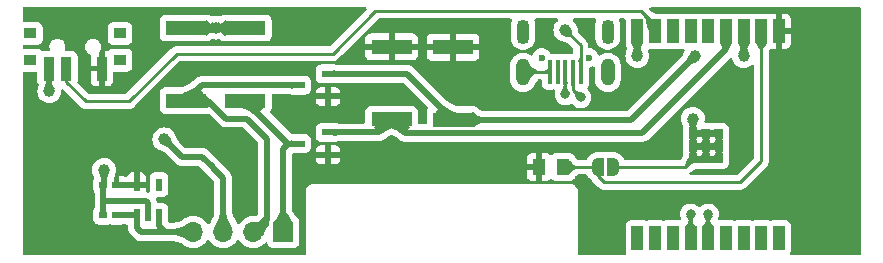
<source format=gbr>
%TF.GenerationSoftware,KiCad,Pcbnew,8.0.5-8.0.5-0~ubuntu22.04.1*%
%TF.CreationDate,2024-09-17T12:21:12-05:00*%
%TF.ProjectId,cheating-calc,63686561-7469-46e6-972d-63616c632e6b,rev?*%
%TF.SameCoordinates,Original*%
%TF.FileFunction,Copper,L1,Top*%
%TF.FilePolarity,Positive*%
%FSLAX46Y46*%
G04 Gerber Fmt 4.6, Leading zero omitted, Abs format (unit mm)*
G04 Created by KiCad (PCBNEW 8.0.5-8.0.5-0~ubuntu22.04.1) date 2024-09-17 12:21:12*
%MOMM*%
%LPD*%
G01*
G04 APERTURE LIST*
G04 Aperture macros list*
%AMFreePoly0*
4,1,19,0.500000,-0.750000,0.000000,-0.750000,0.000000,-0.744911,-0.071157,-0.744911,-0.207708,-0.704816,-0.327430,-0.627875,-0.420627,-0.520320,-0.479746,-0.390866,-0.500000,-0.250000,-0.500000,0.250000,-0.479746,0.390866,-0.420627,0.520320,-0.327430,0.627875,-0.207708,0.704816,-0.071157,0.744911,0.000000,0.744911,0.000000,0.750000,0.500000,0.750000,0.500000,-0.750000,0.500000,-0.750000,
$1*%
%AMFreePoly1*
4,1,19,0.000000,0.744911,0.071157,0.744911,0.207708,0.704816,0.327430,0.627875,0.420627,0.520320,0.479746,0.390866,0.500000,0.250000,0.500000,-0.250000,0.479746,-0.390866,0.420627,-0.520320,0.327430,-0.627875,0.207708,-0.704816,0.071157,-0.744911,0.000000,-0.744911,0.000000,-0.750000,-0.500000,-0.750000,-0.500000,0.750000,0.000000,0.750000,0.000000,0.744911,0.000000,0.744911,
$1*%
G04 Aperture macros list end*
%TA.AperFunction,SMDPad,CuDef*%
%ADD10R,0.600000X1.100000*%
%TD*%
%TA.AperFunction,SMDPad,CuDef*%
%ADD11R,0.790000X0.540000*%
%TD*%
%TA.AperFunction,SMDPad,CuDef*%
%ADD12R,1.070000X0.600000*%
%TD*%
%TA.AperFunction,SMDPad,CuDef*%
%ADD13FreePoly0,180.000000*%
%TD*%
%TA.AperFunction,SMDPad,CuDef*%
%ADD14FreePoly1,180.000000*%
%TD*%
%TA.AperFunction,ComponentPad*%
%ADD15R,1.700000X1.700000*%
%TD*%
%TA.AperFunction,ComponentPad*%
%ADD16O,1.700000X1.700000*%
%TD*%
%TA.AperFunction,SMDPad,CuDef*%
%ADD17R,1.130000X1.380000*%
%TD*%
%TA.AperFunction,SMDPad,CuDef*%
%ADD18R,0.900000X2.000000*%
%TD*%
%TA.AperFunction,SMDPad,CuDef*%
%ADD19R,1.100000X0.930000*%
%TD*%
%TA.AperFunction,SMDPad,CuDef*%
%ADD20R,3.460000X1.280000*%
%TD*%
%TA.AperFunction,ComponentPad*%
%ADD21C,0.600000*%
%TD*%
%TA.AperFunction,SMDPad,CuDef*%
%ADD22R,0.400000X2.000000*%
%TD*%
%TA.AperFunction,ComponentPad*%
%ADD23O,1.200000X2.300000*%
%TD*%
%TA.AperFunction,ComponentPad*%
%ADD24O,1.100000X2.100000*%
%TD*%
%TA.AperFunction,SMDPad,CuDef*%
%ADD25R,1.000000X2.000000*%
%TD*%
%TA.AperFunction,SMDPad,CuDef*%
%ADD26R,0.700000X0.700000*%
%TD*%
%TA.AperFunction,ViaPad*%
%ADD27C,1.000000*%
%TD*%
%TA.AperFunction,ViaPad*%
%ADD28C,0.800000*%
%TD*%
%TA.AperFunction,Conductor*%
%ADD29C,0.500000*%
%TD*%
%TA.AperFunction,Conductor*%
%ADD30C,0.250000*%
%TD*%
G04 APERTURE END LIST*
D10*
%TO.P,U2,5,VOUT*%
%TO.N,+3.3V*%
X95500000Y-67600000D03*
%TO.P,U2,4,NC*%
%TO.N,unconnected-(U2-NC-Pad4)*%
X97400000Y-67600000D03*
%TO.P,U2,3,ENABLE*%
%TO.N,+5V*%
X97400000Y-70200000D03*
%TO.P,U2,2,GND*%
%TO.N,GND*%
X96450000Y-70200000D03*
%TO.P,U2,1,VIN*%
%TO.N,+5V*%
X95500000Y-70200000D03*
%TD*%
D11*
%TO.P,C2,2,2*%
%TO.N,+3.3V*%
X93800000Y-67600000D03*
%TO.P,C2,1,1*%
%TO.N,GND*%
X92700000Y-67600000D03*
%TD*%
%TO.P,C1,2,2*%
%TO.N,+5V*%
X93800000Y-70200000D03*
%TO.P,C1,1,1*%
%TO.N,GND*%
X92700000Y-70200000D03*
%TD*%
D12*
%TO.P,Q1,1,G*%
%TO.N,+3.3V*%
X111708500Y-65069000D03*
%TO.P,Q1,2,S*%
%TO.N,RING_GPIO*%
X111708500Y-63169000D03*
%TO.P,Q1,3,D*%
%TO.N,RING*%
X109228500Y-64119000D03*
%TD*%
D13*
%TO.P,JP1,1,A*%
%TO.N,GND*%
X135850000Y-66100000D03*
D14*
%TO.P,JP1,2,B*%
%TO.N,Net-(JP1-B)*%
X134550000Y-66100000D03*
%TD*%
D15*
%TO.P,J1,1,Pin_1*%
%TO.N,RING*%
X107920000Y-71600000D03*
D16*
%TO.P,J1,2,Pin_2*%
%TO.N,TIP*%
X105380000Y-71600000D03*
%TO.P,J1,3,Pin_3*%
%TO.N,GND*%
X102840000Y-71600000D03*
%TO.P,J1,4,Pin_4*%
%TO.N,+5V*%
X100300000Y-71600000D03*
%TD*%
D17*
%TO.P,R5,1,1*%
%TO.N,Net-(JP1-B)*%
X131600000Y-66100000D03*
%TO.P,R5,2,2*%
%TO.N,+3.3V*%
X129600000Y-66100000D03*
%TD*%
D18*
%TO.P,SW1,1,1*%
%TO.N,+3.3V*%
X92550000Y-57762500D03*
%TO.P,SW1,2,2*%
%TO.N,Net-(U4-IO9)*%
X89550000Y-57762500D03*
%TO.P,SW1,3,3*%
%TO.N,GND*%
X88050000Y-57762500D03*
D19*
%TO.P,SW1,4,4*%
%TO.N,unconnected-(SW1-Pad4)*%
X86500000Y-57052500D03*
%TO.P,SW1,5,5*%
%TO.N,unconnected-(SW1-Pad5)*%
X86500000Y-54782500D03*
%TO.P,SW1,6,6*%
%TO.N,unconnected-(SW1-Pad6)*%
X94100000Y-54782500D03*
%TO.P,SW1,7,7*%
%TO.N,unconnected-(SW1-Pad7)*%
X94100000Y-57052500D03*
%TD*%
D20*
%TO.P,R4,1,1*%
%TO.N,TIP_GPIO*%
X122300000Y-62100000D03*
%TO.P,R4,2,2*%
%TO.N,+3.3V*%
X122300000Y-55960000D03*
%TD*%
%TO.P,R2,1,1*%
%TO.N,RING*%
X104700000Y-60470000D03*
%TO.P,R2,2,2*%
%TO.N,+5V*%
X104700000Y-54330000D03*
%TD*%
%TO.P,R3,1,1*%
%TO.N,TIP*%
X99700000Y-60470000D03*
%TO.P,R3,2,2*%
%TO.N,+5V*%
X99700000Y-54330000D03*
%TD*%
D12*
%TO.P,Q2,1,G*%
%TO.N,+3.3V*%
X111708500Y-60116000D03*
%TO.P,Q2,2,S*%
%TO.N,TIP_GPIO*%
X111708500Y-58216000D03*
%TO.P,Q2,3,D*%
%TO.N,TIP*%
X109228500Y-59166000D03*
%TD*%
D20*
%TO.P,R1,1,1*%
%TO.N,RING_GPIO*%
X117100000Y-62070000D03*
%TO.P,R1,2,2*%
%TO.N,+3.3V*%
X117100000Y-55930000D03*
%TD*%
D21*
%TO.P,U3,*%
%TO.N,*%
X133800000Y-56837500D03*
X129800000Y-56837500D03*
D22*
%TO.P,U3,1,VBUS*%
%TO.N,+5V*%
X133100000Y-58037500D03*
%TO.P,U3,2,D-*%
%TO.N,Net-(U3-D-)*%
X132450000Y-58037500D03*
%TO.P,U3,3,D+*%
%TO.N,Net-(U3-D+)*%
X131800000Y-58037500D03*
%TO.P,U3,4,ID*%
%TO.N,unconnected-(U3-ID-Pad4)*%
X131150000Y-58037500D03*
%TO.P,U3,5,GND*%
%TO.N,GND*%
X130500000Y-58037500D03*
D23*
%TO.P,U3,6,EH*%
X135380000Y-58087500D03*
D24*
X135380000Y-54627500D03*
D23*
X128220000Y-58087500D03*
D24*
X128220000Y-54627500D03*
%TD*%
D25*
%TO.P,U4,1,3V3*%
%TO.N,+3.3V*%
X149900000Y-54615000D03*
%TO.P,U4,2,EN*%
%TO.N,Net-(JP1-B)*%
X148400000Y-54615000D03*
%TO.P,U4,3,IO4*%
%TO.N,TIP_GPIO*%
X146900000Y-54615000D03*
%TO.P,U4,4,IO5*%
%TO.N,RING_GPIO*%
X145400000Y-54615000D03*
%TO.P,U4,5,IO6*%
%TO.N,unconnected-(U4-IO6-Pad5)*%
X143900000Y-54615000D03*
%TO.P,U4,6,IO7*%
%TO.N,unconnected-(U4-IO7-Pad6)*%
X142400000Y-54615000D03*
%TO.P,U4,7,IO8*%
%TO.N,unconnected-(U4-IO8-Pad7)*%
X140900000Y-54615000D03*
%TO.P,U4,8,IO9*%
%TO.N,Net-(U4-IO9)*%
X139400000Y-54615000D03*
%TO.P,U4,9,GND*%
%TO.N,GND*%
X137900000Y-54615000D03*
%TO.P,U4,10,IO10*%
%TO.N,unconnected-(U4-IO10-Pad10)*%
X137900000Y-72115000D03*
%TO.P,U4,11,RXD*%
%TO.N,unconnected-(U4-RXD-Pad11)*%
X139400000Y-72115000D03*
%TO.P,U4,12,TXD*%
%TO.N,unconnected-(U4-TXD-Pad12)*%
X140900000Y-72115000D03*
%TO.P,U4,13,IO18*%
%TO.N,Net-(U3-D-)*%
X142400000Y-72115000D03*
%TO.P,U4,14,IO19*%
%TO.N,Net-(U3-D+)*%
X143900000Y-72115000D03*
%TO.P,U4,15,IO3*%
%TO.N,unconnected-(U4-IO3-Pad15)*%
X145400000Y-72115000D03*
%TO.P,U4,16,IO2*%
%TO.N,unconnected-(U4-IO2-Pad16)*%
X146900000Y-72115000D03*
%TO.P,U4,17,IO1*%
%TO.N,unconnected-(U4-IO1-Pad17)*%
X148400000Y-72115000D03*
%TO.P,U4,18,IO0*%
%TO.N,unconnected-(U4-IO0-Pad18)*%
X149900000Y-72115000D03*
D26*
%TO.P,U4,19,EP*%
%TO.N,GND*%
X144800000Y-63225000D03*
X143700000Y-63225000D03*
X142600000Y-63225000D03*
X144800000Y-64325000D03*
X143700000Y-64325000D03*
X142600000Y-64325000D03*
X144800000Y-65425000D03*
X143700000Y-65425000D03*
X142600000Y-65425000D03*
%TD*%
D27*
%TO.N,TIP_GPIO*%
X146900000Y-56700000D03*
X142800000Y-56700000D03*
%TO.N,+5V*%
X102200000Y-54300000D03*
X131800000Y-54500000D03*
%TO.N,+3.3V*%
X94300000Y-58850000D03*
X92100000Y-63000000D03*
%TO.N,GND*%
X88100000Y-59700000D03*
X97850000Y-63750000D03*
X92750000Y-66350000D03*
X142600000Y-62000000D03*
X137900000Y-56700000D03*
D28*
%TO.N,Net-(U3-D+)*%
X143900000Y-70100000D03*
X131800000Y-59950000D03*
%TO.N,Net-(U3-D-)*%
X142400000Y-70100000D03*
X133100000Y-60200000D03*
%TD*%
D29*
%TO.N,GND*%
X97850000Y-63750000D02*
X99350000Y-65250000D01*
X99350000Y-65250000D02*
X101060000Y-65250000D01*
X101060000Y-65250000D02*
X101950000Y-66140000D01*
X101950000Y-66140000D02*
X101950000Y-66150000D01*
X101950000Y-66150000D02*
X102840000Y-67040000D01*
X102840000Y-67040000D02*
X102840000Y-71600000D01*
X92700000Y-70200000D02*
X92700000Y-69000000D01*
X96450000Y-70200000D02*
X96450000Y-69150000D01*
X92700000Y-69000000D02*
X92700000Y-67600000D01*
X96450000Y-69150000D02*
X96300000Y-69000000D01*
X96300000Y-69000000D02*
X92700000Y-69000000D01*
%TO.N,+5V*%
X100300000Y-71600000D02*
X95850000Y-71600000D01*
X95850000Y-71600000D02*
X95500000Y-71250000D01*
X95500000Y-71250000D02*
X95500000Y-70200000D01*
%TO.N,+3.3V*%
X93800000Y-67600000D02*
X95500000Y-67600000D01*
%TO.N,GND*%
X92750000Y-66350000D02*
X92750000Y-67550000D01*
X92750000Y-67550000D02*
X92700000Y-67600000D01*
%TO.N,+5V*%
X95500000Y-70200000D02*
X93800000Y-70200000D01*
X97900000Y-71600000D02*
X97400000Y-71100000D01*
X100300000Y-71600000D02*
X97900000Y-71600000D01*
X97400000Y-71100000D02*
X97400000Y-70200000D01*
%TO.N,RING*%
X107920000Y-64548000D02*
X108349000Y-64119000D01*
X109228500Y-64119000D02*
X108349000Y-64119000D01*
X107920000Y-71600000D02*
X107920000Y-64548000D01*
X108349000Y-64119000D02*
X104700000Y-60470000D01*
%TO.N,TIP*%
X99700000Y-60470000D02*
X101570000Y-60470000D01*
X106550000Y-70430000D02*
X105380000Y-71600000D01*
X103100000Y-62000000D02*
X104850000Y-62000000D01*
X104850000Y-62000000D02*
X106550000Y-63700000D01*
X99700000Y-60470000D02*
X101004000Y-59166000D01*
X101004000Y-59166000D02*
X109228500Y-59166000D01*
X106550000Y-63700000D02*
X106550000Y-70430000D01*
X101570000Y-60470000D02*
X103100000Y-62000000D01*
%TO.N,RING_GPIO*%
X118220000Y-63190000D02*
X138325000Y-63190000D01*
X111708500Y-63169000D02*
X116001000Y-63169000D01*
X116001000Y-63169000D02*
X117100000Y-62070000D01*
X145400000Y-56115000D02*
X145400000Y-54615000D01*
X117100000Y-62070000D02*
X118220000Y-63190000D01*
X138325000Y-63190000D02*
X145400000Y-56115000D01*
%TO.N,TIP_GPIO*%
X137400000Y-62100000D02*
X142800000Y-56700000D01*
X146900000Y-54615000D02*
X146900000Y-56700000D01*
X118416000Y-58216000D02*
X122300000Y-62100000D01*
X122300000Y-62100000D02*
X137400000Y-62100000D01*
X111708500Y-58216000D02*
X118416000Y-58216000D01*
D30*
%TO.N,+5V*%
X133100000Y-58037500D02*
X133100000Y-55800000D01*
D29*
X102230000Y-54330000D02*
X102200000Y-54300000D01*
D30*
X133100000Y-55800000D02*
X131800000Y-54500000D01*
D29*
X99700000Y-54330000D02*
X102170000Y-54330000D01*
X102170000Y-54330000D02*
X102200000Y-54300000D01*
X104700000Y-54330000D02*
X102230000Y-54330000D01*
%TO.N,GND*%
X143700000Y-65425000D02*
X144800000Y-65425000D01*
D30*
X141925000Y-66100000D02*
X135850000Y-66100000D01*
D29*
X88050000Y-57762500D02*
X88050000Y-59650000D01*
X143700000Y-65425000D02*
X143700000Y-64325000D01*
X144800000Y-64325000D02*
X143700000Y-64325000D01*
D30*
X128270000Y-58037500D02*
X128220000Y-58087500D01*
D29*
X142600000Y-62000000D02*
X142600000Y-63225000D01*
X144800000Y-63225000D02*
X144800000Y-64325000D01*
X142600000Y-63225000D02*
X142600000Y-64325000D01*
D30*
X130500000Y-58037500D02*
X128270000Y-58037500D01*
D29*
X143700000Y-63225000D02*
X143700000Y-64325000D01*
X142600000Y-64325000D02*
X143700000Y-64325000D01*
X144800000Y-63225000D02*
X143700000Y-63225000D01*
X142600000Y-65425000D02*
X142600000Y-64325000D01*
D30*
X141925000Y-66100000D02*
X142600000Y-65425000D01*
D29*
X137900000Y-54615000D02*
X137900000Y-56700000D01*
X88050000Y-59650000D02*
X88100000Y-59700000D01*
X143700000Y-65425000D02*
X142600000Y-65425000D01*
X144800000Y-64325000D02*
X144800000Y-65425000D01*
X142600000Y-63225000D02*
X143700000Y-63225000D01*
D30*
%TO.N,Net-(U4-IO9)*%
X112100000Y-56500000D02*
X115700000Y-52900000D01*
X139400000Y-54115000D02*
X139400000Y-54615000D01*
X89550000Y-57762500D02*
X89550000Y-58900000D01*
X91200000Y-60550000D02*
X94850000Y-60550000D01*
X89550000Y-58900000D02*
X91200000Y-60550000D01*
X98900000Y-56500000D02*
X112100000Y-56500000D01*
X115700000Y-52900000D02*
X138185000Y-52900000D01*
X138185000Y-52900000D02*
X139400000Y-54115000D01*
X94850000Y-60550000D02*
X98900000Y-56500000D01*
%TO.N,Net-(U3-D+)*%
X131800000Y-58037500D02*
X131800000Y-59950000D01*
X143900000Y-70100000D02*
X143900000Y-72115000D01*
%TO.N,Net-(U3-D-)*%
X132450000Y-59550000D02*
X133100000Y-60200000D01*
X132450000Y-58037500D02*
X132450000Y-59550000D01*
X142400000Y-72115000D02*
X142400000Y-70100000D01*
%TO.N,Net-(JP1-B)*%
X146600000Y-67400000D02*
X148400000Y-65600000D01*
X134550000Y-66855000D02*
X134550000Y-66100000D01*
X146600000Y-67400000D02*
X135095000Y-67400000D01*
X131600000Y-66100000D02*
X134550000Y-66100000D01*
X135095000Y-67400000D02*
X134550000Y-66855000D01*
X148400000Y-65600000D02*
X148400000Y-54615000D01*
%TD*%
%TA.AperFunction,Conductor*%
%TO.N,+3.3V*%
G36*
X156786802Y-52590185D02*
G01*
X156832557Y-52642989D01*
X156843763Y-52694500D01*
X156843763Y-73445704D01*
X156824078Y-73512743D01*
X156771274Y-73558498D01*
X156719763Y-73569704D01*
X150932536Y-73569704D01*
X150865497Y-73550019D01*
X150819742Y-73497215D01*
X150809798Y-73428057D01*
X150833270Y-73371393D01*
X150843793Y-73357335D01*
X150843792Y-73357335D01*
X150843796Y-73357331D01*
X150894091Y-73222483D01*
X150900500Y-73162873D01*
X150900499Y-71067128D01*
X150894091Y-71007517D01*
X150880284Y-70970499D01*
X150843797Y-70872671D01*
X150843793Y-70872664D01*
X150757547Y-70757455D01*
X150757544Y-70757452D01*
X150642335Y-70671206D01*
X150642328Y-70671202D01*
X150507482Y-70620908D01*
X150507483Y-70620908D01*
X150447883Y-70614501D01*
X150447881Y-70614500D01*
X150447873Y-70614500D01*
X150447864Y-70614500D01*
X149352129Y-70614500D01*
X149352123Y-70614501D01*
X149292515Y-70620909D01*
X149193332Y-70657901D01*
X149123640Y-70662885D01*
X149106668Y-70657901D01*
X149007485Y-70620909D01*
X149007483Y-70620908D01*
X148947883Y-70614501D01*
X148947881Y-70614500D01*
X148947873Y-70614500D01*
X148947864Y-70614500D01*
X147852129Y-70614500D01*
X147852123Y-70614501D01*
X147792515Y-70620909D01*
X147693332Y-70657901D01*
X147623640Y-70662885D01*
X147606668Y-70657901D01*
X147507485Y-70620909D01*
X147507483Y-70620908D01*
X147447883Y-70614501D01*
X147447881Y-70614500D01*
X147447873Y-70614500D01*
X147447864Y-70614500D01*
X146352129Y-70614500D01*
X146352123Y-70614501D01*
X146292515Y-70620909D01*
X146193332Y-70657901D01*
X146123640Y-70662885D01*
X146106668Y-70657901D01*
X146007485Y-70620909D01*
X146007483Y-70620908D01*
X145947883Y-70614501D01*
X145947881Y-70614500D01*
X145947873Y-70614500D01*
X145947865Y-70614500D01*
X144850340Y-70614500D01*
X144783301Y-70594815D01*
X144737546Y-70542011D01*
X144727602Y-70472853D01*
X144732403Y-70452202D01*
X144736490Y-70439624D01*
X144738488Y-70433956D01*
X144748739Y-70407008D01*
X144748740Y-70406999D01*
X144749754Y-70403100D01*
X144753334Y-70387785D01*
X144753929Y-70385955D01*
X144785674Y-70288256D01*
X144805460Y-70100000D01*
X144785674Y-69911744D01*
X144727179Y-69731716D01*
X144632533Y-69567784D01*
X144505871Y-69427112D01*
X144479110Y-69407669D01*
X144352734Y-69315851D01*
X144352729Y-69315848D01*
X144179807Y-69238857D01*
X144179802Y-69238855D01*
X144034001Y-69207865D01*
X143994646Y-69199500D01*
X143805354Y-69199500D01*
X143772897Y-69206398D01*
X143620197Y-69238855D01*
X143620192Y-69238857D01*
X143447270Y-69315848D01*
X143447265Y-69315851D01*
X143294132Y-69427109D01*
X143294129Y-69427111D01*
X143294129Y-69427112D01*
X143242148Y-69484841D01*
X143182663Y-69521489D01*
X143112806Y-69520158D01*
X143057851Y-69484841D01*
X143005871Y-69427112D01*
X142979103Y-69407664D01*
X142852734Y-69315851D01*
X142852729Y-69315848D01*
X142679807Y-69238857D01*
X142679802Y-69238855D01*
X142534001Y-69207865D01*
X142494646Y-69199500D01*
X142305354Y-69199500D01*
X142272897Y-69206398D01*
X142120197Y-69238855D01*
X142120192Y-69238857D01*
X141947270Y-69315848D01*
X141947265Y-69315851D01*
X141794129Y-69427111D01*
X141667466Y-69567785D01*
X141572821Y-69731715D01*
X141572818Y-69731722D01*
X141514327Y-69911740D01*
X141514326Y-69911744D01*
X141494540Y-70100000D01*
X141514326Y-70288256D01*
X141514327Y-70288259D01*
X141567588Y-70452182D01*
X141569583Y-70522024D01*
X141533502Y-70581856D01*
X141470801Y-70612684D01*
X141449657Y-70614500D01*
X140352129Y-70614500D01*
X140352123Y-70614501D01*
X140292515Y-70620909D01*
X140193332Y-70657901D01*
X140123640Y-70662885D01*
X140106668Y-70657901D01*
X140007485Y-70620909D01*
X140007483Y-70620908D01*
X139947883Y-70614501D01*
X139947881Y-70614500D01*
X139947873Y-70614500D01*
X139947864Y-70614500D01*
X138852129Y-70614500D01*
X138852123Y-70614501D01*
X138792515Y-70620909D01*
X138693332Y-70657901D01*
X138623640Y-70662885D01*
X138606668Y-70657901D01*
X138507485Y-70620909D01*
X138507483Y-70620908D01*
X138447883Y-70614501D01*
X138447881Y-70614500D01*
X138447873Y-70614500D01*
X138447864Y-70614500D01*
X137352129Y-70614500D01*
X137352123Y-70614501D01*
X137292516Y-70620908D01*
X137157671Y-70671202D01*
X137157664Y-70671206D01*
X137042455Y-70757452D01*
X137042452Y-70757455D01*
X136956206Y-70872664D01*
X136956202Y-70872671D01*
X136905908Y-71007517D01*
X136901551Y-71048048D01*
X136899501Y-71067123D01*
X136899500Y-71067135D01*
X136899500Y-73162870D01*
X136899501Y-73162876D01*
X136905908Y-73222483D01*
X136956202Y-73357328D01*
X136956206Y-73357335D01*
X136966730Y-73371393D01*
X136991148Y-73436857D01*
X136976297Y-73505130D01*
X136926892Y-73554536D01*
X136867464Y-73569704D01*
X132968733Y-73569704D01*
X132901694Y-73550019D01*
X132855939Y-73497215D01*
X132844733Y-73445704D01*
X132844733Y-68004161D01*
X132844733Y-68004159D01*
X132810625Y-67876865D01*
X132744733Y-67762737D01*
X132651547Y-67669551D01*
X132594483Y-67636605D01*
X132537420Y-67603659D01*
X132473772Y-67586605D01*
X132410125Y-67569551D01*
X110409913Y-67569551D01*
X110278129Y-67569551D01*
X110150833Y-67603659D01*
X110036707Y-67669551D01*
X110036704Y-67669553D01*
X109943523Y-67762734D01*
X109943521Y-67762737D01*
X109877629Y-67876863D01*
X109843521Y-68004159D01*
X109843521Y-73445704D01*
X109823836Y-73512743D01*
X109771032Y-73558498D01*
X109719521Y-73569704D01*
X85968500Y-73569704D01*
X85901461Y-73550019D01*
X85855706Y-73497215D01*
X85844500Y-73445704D01*
X85844500Y-66350000D01*
X91744659Y-66350000D01*
X91763976Y-66546134D01*
X91821185Y-66734725D01*
X91822061Y-66736839D01*
X91828371Y-66751133D01*
X91829630Y-66754685D01*
X91904236Y-66925394D01*
X91913045Y-66994706D01*
X91889880Y-67049361D01*
X91861206Y-67087664D01*
X91861202Y-67087671D01*
X91818026Y-67203435D01*
X91810909Y-67222517D01*
X91804500Y-67282127D01*
X91804500Y-67282134D01*
X91804500Y-67282135D01*
X91804500Y-67917870D01*
X91804501Y-67917872D01*
X91810908Y-67977483D01*
X91861202Y-68112328D01*
X91861204Y-68112331D01*
X91924766Y-68197239D01*
X91949184Y-68262702D01*
X91949500Y-68271550D01*
X91949500Y-69528449D01*
X91929815Y-69595488D01*
X91924767Y-69602760D01*
X91861203Y-69687669D01*
X91861202Y-69687671D01*
X91811747Y-69820269D01*
X91810909Y-69822517D01*
X91804500Y-69882127D01*
X91804500Y-69882134D01*
X91804500Y-69882135D01*
X91804500Y-70517870D01*
X91804501Y-70517876D01*
X91810908Y-70577483D01*
X91861202Y-70712328D01*
X91861206Y-70712335D01*
X91947452Y-70827544D01*
X91947455Y-70827547D01*
X92062664Y-70913793D01*
X92062671Y-70913797D01*
X92197517Y-70964091D01*
X92197516Y-70964091D01*
X92204444Y-70964835D01*
X92257127Y-70970500D01*
X93142872Y-70970499D01*
X93202483Y-70964091D01*
X93206663Y-70962531D01*
X93276352Y-70957545D01*
X93293323Y-70962526D01*
X93297517Y-70964091D01*
X93357127Y-70970500D01*
X94242872Y-70970499D01*
X94302483Y-70964091D01*
X94307068Y-70962380D01*
X94317960Y-70958319D01*
X94361294Y-70950500D01*
X94625500Y-70950500D01*
X94692539Y-70970185D01*
X94738294Y-71022989D01*
X94749500Y-71074500D01*
X94749500Y-71323918D01*
X94749500Y-71323920D01*
X94749499Y-71323920D01*
X94778340Y-71468907D01*
X94778343Y-71468917D01*
X94834914Y-71605492D01*
X94867812Y-71654727D01*
X94867813Y-71654730D01*
X94917046Y-71728414D01*
X94917052Y-71728421D01*
X95371584Y-72182952D01*
X95371586Y-72182954D01*
X95401058Y-72202645D01*
X95445270Y-72232186D01*
X95494505Y-72265084D01*
X95494506Y-72265084D01*
X95494507Y-72265085D01*
X95494509Y-72265086D01*
X95546021Y-72286423D01*
X95546022Y-72286423D01*
X95631088Y-72321659D01*
X95747241Y-72344763D01*
X95766468Y-72348587D01*
X95776081Y-72350500D01*
X95776082Y-72350500D01*
X95776083Y-72350500D01*
X95923918Y-72350500D01*
X97826082Y-72350500D01*
X97826083Y-72350500D01*
X97973918Y-72350500D01*
X98520271Y-72350500D01*
X98537791Y-72351744D01*
X98538618Y-72351862D01*
X98631510Y-72365120D01*
X98631511Y-72365121D01*
X98631512Y-72365121D01*
X98677333Y-72371661D01*
X98677333Y-72371662D01*
X98944504Y-72409797D01*
X98987785Y-72424485D01*
X99231315Y-72561526D01*
X99235680Y-72563954D01*
X99235862Y-72564054D01*
X99235947Y-72564101D01*
X99241496Y-72567106D01*
X99592332Y-72754247D01*
X99605094Y-72762079D01*
X99622164Y-72774031D01*
X99622170Y-72774035D01*
X99676896Y-72799554D01*
X99682796Y-72802501D01*
X99725440Y-72825248D01*
X99725450Y-72825253D01*
X99747027Y-72836108D01*
X99748049Y-72836592D01*
X99776875Y-72847586D01*
X99789329Y-72852336D01*
X99797540Y-72855811D01*
X99836339Y-72873904D01*
X99910583Y-72893797D01*
X100064592Y-72935063D01*
X100241034Y-72950500D01*
X100299999Y-72955659D01*
X100300000Y-72955659D01*
X100300001Y-72955659D01*
X100358966Y-72950500D01*
X100535408Y-72935063D01*
X100763663Y-72873903D01*
X100977830Y-72774035D01*
X101171401Y-72638495D01*
X101338495Y-72471401D01*
X101468425Y-72285842D01*
X101523002Y-72242217D01*
X101592500Y-72235023D01*
X101654855Y-72266546D01*
X101671575Y-72285842D01*
X101758368Y-72409796D01*
X101801505Y-72471401D01*
X101968599Y-72638495D01*
X102065384Y-72706265D01*
X102162165Y-72774032D01*
X102162167Y-72774033D01*
X102162170Y-72774035D01*
X102376337Y-72873903D01*
X102604592Y-72935063D01*
X102781034Y-72950500D01*
X102839999Y-72955659D01*
X102840000Y-72955659D01*
X102840001Y-72955659D01*
X102898966Y-72950500D01*
X103075408Y-72935063D01*
X103303663Y-72873903D01*
X103517830Y-72774035D01*
X103711401Y-72638495D01*
X103878495Y-72471401D01*
X104008425Y-72285842D01*
X104063002Y-72242217D01*
X104132500Y-72235023D01*
X104194855Y-72266546D01*
X104211575Y-72285842D01*
X104298368Y-72409796D01*
X104341505Y-72471401D01*
X104508599Y-72638495D01*
X104605384Y-72706265D01*
X104702165Y-72774032D01*
X104702167Y-72774033D01*
X104702170Y-72774035D01*
X104916337Y-72873903D01*
X105144592Y-72935063D01*
X105321034Y-72950500D01*
X105379999Y-72955659D01*
X105380000Y-72955659D01*
X105380001Y-72955659D01*
X105438966Y-72950500D01*
X105615408Y-72935063D01*
X105843663Y-72873903D01*
X106057830Y-72774035D01*
X106251401Y-72638495D01*
X106373329Y-72516566D01*
X106434648Y-72483084D01*
X106504340Y-72488068D01*
X106560274Y-72529939D01*
X106577189Y-72560917D01*
X106626202Y-72692328D01*
X106626206Y-72692335D01*
X106712452Y-72807544D01*
X106712455Y-72807547D01*
X106827664Y-72893793D01*
X106827671Y-72893797D01*
X106962517Y-72944091D01*
X106962516Y-72944091D01*
X106969444Y-72944835D01*
X107022127Y-72950500D01*
X108817872Y-72950499D01*
X108877483Y-72944091D01*
X109012331Y-72893796D01*
X109127546Y-72807546D01*
X109213796Y-72692331D01*
X109264091Y-72557483D01*
X109270500Y-72497873D01*
X109270499Y-70702128D01*
X109264091Y-70642517D01*
X109261530Y-70635651D01*
X109213797Y-70507671D01*
X109213796Y-70507670D01*
X109213796Y-70507669D01*
X109127546Y-70392454D01*
X109127545Y-70392453D01*
X109127543Y-70392450D01*
X109121275Y-70386182D01*
X109121501Y-70385955D01*
X109119450Y-70384062D01*
X109119144Y-70384374D01*
X109098571Y-70364148D01*
X108982432Y-70249965D01*
X108964729Y-70232560D01*
X108950362Y-70215650D01*
X108804620Y-70009182D01*
X108796849Y-69996649D01*
X108685414Y-69790473D01*
X108670500Y-69731514D01*
X108670500Y-66837844D01*
X128535000Y-66837844D01*
X128541401Y-66897372D01*
X128541403Y-66897379D01*
X128591645Y-67032086D01*
X128591649Y-67032093D01*
X128677809Y-67147187D01*
X128677812Y-67147190D01*
X128792906Y-67233350D01*
X128792913Y-67233354D01*
X128927620Y-67283596D01*
X128927627Y-67283598D01*
X128987155Y-67289999D01*
X128987172Y-67290000D01*
X129350000Y-67290000D01*
X129350000Y-66350000D01*
X128535000Y-66350000D01*
X128535000Y-66837844D01*
X108670500Y-66837844D01*
X108670500Y-65416844D01*
X110673500Y-65416844D01*
X110679901Y-65476372D01*
X110679903Y-65476379D01*
X110730145Y-65611086D01*
X110730149Y-65611093D01*
X110816309Y-65726187D01*
X110816312Y-65726190D01*
X110931406Y-65812350D01*
X110931413Y-65812354D01*
X111066120Y-65862596D01*
X111066127Y-65862598D01*
X111125655Y-65868999D01*
X111125672Y-65869000D01*
X111458500Y-65869000D01*
X111958500Y-65869000D01*
X112291328Y-65869000D01*
X112291344Y-65868999D01*
X112350872Y-65862598D01*
X112350879Y-65862596D01*
X112485586Y-65812354D01*
X112485593Y-65812350D01*
X112600687Y-65726190D01*
X112600690Y-65726187D01*
X112686850Y-65611093D01*
X112686854Y-65611086D01*
X112737096Y-65476379D01*
X112737098Y-65476372D01*
X112743499Y-65416844D01*
X112743500Y-65416827D01*
X112743500Y-65362155D01*
X128535000Y-65362155D01*
X128535000Y-65850000D01*
X129350000Y-65850000D01*
X129350000Y-64910000D01*
X128987155Y-64910000D01*
X128927627Y-64916401D01*
X128927620Y-64916403D01*
X128792913Y-64966645D01*
X128792906Y-64966649D01*
X128677812Y-65052809D01*
X128677809Y-65052812D01*
X128591649Y-65167906D01*
X128591645Y-65167913D01*
X128541403Y-65302620D01*
X128541401Y-65302627D01*
X128535000Y-65362155D01*
X112743500Y-65362155D01*
X112743500Y-65319000D01*
X111958500Y-65319000D01*
X111958500Y-65869000D01*
X111458500Y-65869000D01*
X111458500Y-65319000D01*
X110673500Y-65319000D01*
X110673500Y-65416844D01*
X108670500Y-65416844D01*
X108670500Y-65043499D01*
X108690185Y-64976460D01*
X108742989Y-64930705D01*
X108794500Y-64919499D01*
X109811371Y-64919499D01*
X109811372Y-64919499D01*
X109870983Y-64913091D01*
X110005831Y-64862796D01*
X110121046Y-64776546D01*
X110162512Y-64721155D01*
X110673500Y-64721155D01*
X110673500Y-64819000D01*
X111458500Y-64819000D01*
X111958500Y-64819000D01*
X112743500Y-64819000D01*
X112743500Y-64721172D01*
X112743499Y-64721155D01*
X112737098Y-64661627D01*
X112737096Y-64661620D01*
X112686854Y-64526913D01*
X112686850Y-64526906D01*
X112600690Y-64411812D01*
X112600687Y-64411809D01*
X112485593Y-64325649D01*
X112485586Y-64325645D01*
X112350879Y-64275403D01*
X112350872Y-64275401D01*
X112291344Y-64269000D01*
X111958500Y-64269000D01*
X111958500Y-64819000D01*
X111458500Y-64819000D01*
X111458500Y-64269000D01*
X111125655Y-64269000D01*
X111066127Y-64275401D01*
X111066120Y-64275403D01*
X110931413Y-64325645D01*
X110931406Y-64325649D01*
X110816312Y-64411809D01*
X110816309Y-64411812D01*
X110730149Y-64526906D01*
X110730145Y-64526913D01*
X110679903Y-64661620D01*
X110679901Y-64661627D01*
X110673500Y-64721155D01*
X110162512Y-64721155D01*
X110207296Y-64661331D01*
X110257591Y-64526483D01*
X110264000Y-64466873D01*
X110263999Y-63771128D01*
X110257591Y-63711517D01*
X110254744Y-63703885D01*
X110207297Y-63576671D01*
X110207293Y-63576664D01*
X110121047Y-63461455D01*
X110121044Y-63461452D01*
X110005835Y-63375206D01*
X110005828Y-63375202D01*
X109870982Y-63324908D01*
X109870983Y-63324908D01*
X109811383Y-63318501D01*
X109811381Y-63318500D01*
X109811373Y-63318500D01*
X109811365Y-63318500D01*
X108754748Y-63318500D01*
X108744029Y-63318036D01*
X108709523Y-63315041D01*
X108682091Y-63317854D01*
X108669446Y-63318500D01*
X108661230Y-63318500D01*
X108594191Y-63298815D01*
X108573549Y-63282181D01*
X106851265Y-61559897D01*
X106817780Y-61498574D01*
X106822764Y-61428882D01*
X106839680Y-61397905D01*
X106873793Y-61352335D01*
X106873792Y-61352335D01*
X106873796Y-61352331D01*
X106924091Y-61217483D01*
X106930500Y-61157873D01*
X106930499Y-60463844D01*
X110673500Y-60463844D01*
X110679901Y-60523372D01*
X110679903Y-60523379D01*
X110730145Y-60658086D01*
X110730149Y-60658093D01*
X110816309Y-60773187D01*
X110816312Y-60773190D01*
X110931406Y-60859350D01*
X110931413Y-60859354D01*
X111066120Y-60909596D01*
X111066127Y-60909598D01*
X111125655Y-60915999D01*
X111125672Y-60916000D01*
X111458500Y-60916000D01*
X111958500Y-60916000D01*
X112291328Y-60916000D01*
X112291344Y-60915999D01*
X112350872Y-60909598D01*
X112350879Y-60909596D01*
X112485586Y-60859354D01*
X112485593Y-60859350D01*
X112600687Y-60773190D01*
X112600690Y-60773187D01*
X112686850Y-60658093D01*
X112686854Y-60658086D01*
X112737096Y-60523379D01*
X112737098Y-60523372D01*
X112743499Y-60463844D01*
X112743500Y-60463827D01*
X112743500Y-60366000D01*
X111958500Y-60366000D01*
X111958500Y-60916000D01*
X111458500Y-60916000D01*
X111458500Y-60366000D01*
X110673500Y-60366000D01*
X110673500Y-60463844D01*
X106930499Y-60463844D01*
X106930499Y-60040499D01*
X106950184Y-59973461D01*
X107002987Y-59927706D01*
X107054499Y-59916500D01*
X108330139Y-59916500D01*
X108357923Y-59919653D01*
X108362243Y-59920646D01*
X108362245Y-59920646D01*
X108362249Y-59920647D01*
X108425795Y-59925942D01*
X108435878Y-59927201D01*
X108450395Y-59929621D01*
X108485594Y-59935487D01*
X108495283Y-59937502D01*
X108532919Y-59946910D01*
X108545881Y-59950151D01*
X108545881Y-59950152D01*
X108566378Y-59955277D01*
X108566390Y-59955280D01*
X108571395Y-59956289D01*
X108578463Y-59958306D01*
X108586013Y-59960089D01*
X108586017Y-59960091D01*
X108587959Y-59960299D01*
X108589404Y-59960455D01*
X108600669Y-59962191D01*
X108611975Y-59964472D01*
X108622306Y-59964576D01*
X108634288Y-59965280D01*
X108645627Y-59966500D01*
X109811372Y-59966499D01*
X109870983Y-59960091D01*
X110005831Y-59909796D01*
X110121046Y-59823546D01*
X110162512Y-59768155D01*
X110673500Y-59768155D01*
X110673500Y-59866000D01*
X111458500Y-59866000D01*
X111958500Y-59866000D01*
X112743500Y-59866000D01*
X112743500Y-59768172D01*
X112743499Y-59768155D01*
X112737098Y-59708627D01*
X112737096Y-59708620D01*
X112686854Y-59573913D01*
X112686850Y-59573906D01*
X112600690Y-59458812D01*
X112600687Y-59458809D01*
X112485593Y-59372649D01*
X112485586Y-59372645D01*
X112350879Y-59322403D01*
X112350872Y-59322401D01*
X112291344Y-59316000D01*
X111958500Y-59316000D01*
X111958500Y-59866000D01*
X111458500Y-59866000D01*
X111458500Y-59316000D01*
X111125655Y-59316000D01*
X111066127Y-59322401D01*
X111066120Y-59322403D01*
X110931413Y-59372645D01*
X110931406Y-59372649D01*
X110816312Y-59458809D01*
X110816309Y-59458812D01*
X110730149Y-59573906D01*
X110730145Y-59573913D01*
X110679903Y-59708620D01*
X110679901Y-59708627D01*
X110673500Y-59768155D01*
X110162512Y-59768155D01*
X110207296Y-59708331D01*
X110257591Y-59573483D01*
X110264000Y-59513873D01*
X110263999Y-58818128D01*
X110257591Y-58758517D01*
X110244758Y-58724111D01*
X110207297Y-58623671D01*
X110207293Y-58623664D01*
X110121047Y-58508455D01*
X110121044Y-58508452D01*
X110005835Y-58422206D01*
X110005828Y-58422202D01*
X109870982Y-58371908D01*
X109870983Y-58371908D01*
X109811383Y-58365501D01*
X109811381Y-58365500D01*
X109811373Y-58365500D01*
X109811365Y-58365500D01*
X108754748Y-58365500D01*
X108744029Y-58365036D01*
X108709523Y-58362041D01*
X108682091Y-58364854D01*
X108669451Y-58365500D01*
X108645641Y-58365500D01*
X108645627Y-58365501D01*
X108586011Y-58371909D01*
X108578467Y-58373692D01*
X108578442Y-58373587D01*
X108567870Y-58376460D01*
X108566388Y-58376719D01*
X108495293Y-58394492D01*
X108485609Y-58396507D01*
X108435874Y-58404797D01*
X108425786Y-58406056D01*
X108362242Y-58411352D01*
X108357849Y-58411863D01*
X108333782Y-58414667D01*
X108319441Y-58415500D01*
X100930080Y-58415500D01*
X100785092Y-58444340D01*
X100785082Y-58444343D01*
X100648511Y-58500912D01*
X100648498Y-58500919D01*
X100525584Y-58583048D01*
X100525580Y-58583051D01*
X100321021Y-58787610D01*
X100304318Y-58801606D01*
X99963750Y-59039346D01*
X99951091Y-59047099D01*
X99628953Y-59218778D01*
X99613438Y-59225726D01*
X99352015Y-59321878D01*
X99309211Y-59329500D01*
X97922129Y-59329500D01*
X97922123Y-59329501D01*
X97862516Y-59335908D01*
X97727671Y-59386202D01*
X97727664Y-59386206D01*
X97612455Y-59472452D01*
X97612452Y-59472455D01*
X97526206Y-59587664D01*
X97526202Y-59587671D01*
X97475908Y-59722517D01*
X97469501Y-59782116D01*
X97469500Y-59782135D01*
X97469500Y-61157870D01*
X97469501Y-61157876D01*
X97475908Y-61217483D01*
X97526202Y-61352328D01*
X97526206Y-61352335D01*
X97612452Y-61467544D01*
X97612455Y-61467547D01*
X97727664Y-61553793D01*
X97727671Y-61553797D01*
X97862517Y-61604091D01*
X97862516Y-61604091D01*
X97869444Y-61604835D01*
X97922127Y-61610500D01*
X101477872Y-61610499D01*
X101496730Y-61608471D01*
X101499912Y-61608282D01*
X101499905Y-61608196D01*
X101504333Y-61607821D01*
X101504352Y-61607821D01*
X101504781Y-61607753D01*
X101510761Y-61606962D01*
X101537483Y-61604091D01*
X101538564Y-61603687D01*
X101539460Y-61603354D01*
X101541098Y-61603236D01*
X101545038Y-61602306D01*
X101545188Y-61602943D01*
X101609151Y-61598364D01*
X101670474Y-61631842D01*
X101670483Y-61631851D01*
X102621586Y-62582954D01*
X102645962Y-62599240D01*
X102682529Y-62623673D01*
X102744505Y-62665084D01*
X102744507Y-62665085D01*
X102744511Y-62665087D01*
X102787639Y-62682951D01*
X102787640Y-62682951D01*
X102881088Y-62721659D01*
X102996718Y-62744659D01*
X103016294Y-62748553D01*
X103026081Y-62750500D01*
X103026082Y-62750500D01*
X103026083Y-62750500D01*
X103173918Y-62750500D01*
X104487770Y-62750500D01*
X104554809Y-62770185D01*
X104575451Y-62786819D01*
X105763181Y-63974549D01*
X105796666Y-64035872D01*
X105799500Y-64062230D01*
X105799500Y-70067768D01*
X105779815Y-70134807D01*
X105763180Y-70155450D01*
X105722633Y-70195996D01*
X105661310Y-70229481D01*
X105639862Y-70232216D01*
X105613826Y-70233248D01*
X105613818Y-70233248D01*
X105613806Y-70233249D01*
X105612483Y-70233340D01*
X105582186Y-70236355D01*
X105477520Y-70249965D01*
X105450724Y-70250528D01*
X105380001Y-70244341D01*
X105379999Y-70244341D01*
X105144596Y-70264936D01*
X105144586Y-70264938D01*
X104916344Y-70326094D01*
X104916335Y-70326098D01*
X104702171Y-70425964D01*
X104702169Y-70425965D01*
X104508597Y-70561505D01*
X104341505Y-70728597D01*
X104211575Y-70914158D01*
X104156998Y-70957783D01*
X104087500Y-70964977D01*
X104025145Y-70933454D01*
X104008424Y-70914156D01*
X104002079Y-70905094D01*
X103994247Y-70892333D01*
X103983755Y-70872664D01*
X103807128Y-70541537D01*
X103804383Y-70536468D01*
X103804101Y-70535947D01*
X103803953Y-70535679D01*
X103801526Y-70531315D01*
X103664485Y-70287785D01*
X103649797Y-70244504D01*
X103591862Y-69838616D01*
X103591859Y-69838602D01*
X103591744Y-69837791D01*
X103590500Y-69820269D01*
X103590500Y-66966079D01*
X103561659Y-66821092D01*
X103561658Y-66821091D01*
X103561658Y-66821087D01*
X103534404Y-66755289D01*
X103505087Y-66684511D01*
X103505085Y-66684507D01*
X103505084Y-66684505D01*
X103452765Y-66606204D01*
X103439171Y-66585858D01*
X103422954Y-66561586D01*
X102561724Y-65700356D01*
X102546300Y-65681562D01*
X102532952Y-65661584D01*
X101538417Y-64667049D01*
X101530302Y-64661627D01*
X101452826Y-64609860D01*
X101415495Y-64584916D01*
X101415493Y-64584915D01*
X101415490Y-64584913D01*
X101278917Y-64528343D01*
X101278907Y-64528340D01*
X101133920Y-64499500D01*
X101133918Y-64499500D01*
X99712229Y-64499500D01*
X99645190Y-64479815D01*
X99624548Y-64463181D01*
X99127368Y-63966000D01*
X99111330Y-63946277D01*
X99107545Y-63940500D01*
X99105709Y-63937698D01*
X99064217Y-63890659D01*
X99060885Y-63886881D01*
X99060883Y-63886878D01*
X98958779Y-63771123D01*
X98958655Y-63770982D01*
X98941642Y-63746179D01*
X98931472Y-63726625D01*
X98890650Y-63648140D01*
X98885204Y-63636153D01*
X98879995Y-63622857D01*
X98871086Y-63600115D01*
X98856565Y-63563046D01*
X98856565Y-63563045D01*
X98786975Y-63385409D01*
X98785294Y-63381176D01*
X98785216Y-63380981D01*
X98785208Y-63380961D01*
X98784481Y-63379418D01*
X98781197Y-63370883D01*
X98781146Y-63370905D01*
X98778815Y-63365277D01*
X98778814Y-63365273D01*
X98771932Y-63352399D01*
X98769113Y-63346786D01*
X98760312Y-63328099D01*
X98758433Y-63324969D01*
X98751096Y-63313417D01*
X98685910Y-63191462D01*
X98685909Y-63191460D01*
X98560883Y-63039116D01*
X98408539Y-62914090D01*
X98408532Y-62914086D01*
X98234733Y-62821188D01*
X98234727Y-62821186D01*
X98046132Y-62763976D01*
X98046129Y-62763975D01*
X97850000Y-62744659D01*
X97653870Y-62763975D01*
X97465266Y-62821188D01*
X97291467Y-62914086D01*
X97291460Y-62914090D01*
X97139116Y-63039116D01*
X97014090Y-63191460D01*
X97014086Y-63191467D01*
X96921188Y-63365266D01*
X96863975Y-63553870D01*
X96844659Y-63750000D01*
X96863975Y-63946129D01*
X96868579Y-63961306D01*
X96891198Y-64035872D01*
X96921188Y-64134733D01*
X97014086Y-64308532D01*
X97014090Y-64308539D01*
X97139116Y-64460883D01*
X97291460Y-64585909D01*
X97291467Y-64585913D01*
X97432572Y-64661335D01*
X97465273Y-64678814D01*
X97465276Y-64678814D01*
X97467427Y-64679706D01*
X97481980Y-64685344D01*
X97485354Y-64686952D01*
X97485355Y-64686953D01*
X97736163Y-64785207D01*
X97748133Y-64790647D01*
X97826628Y-64831474D01*
X97846179Y-64841643D01*
X97870986Y-64858659D01*
X97986742Y-64960763D01*
X97986881Y-64960885D01*
X97993411Y-64966645D01*
X98035673Y-65003923D01*
X98037704Y-65005714D01*
X98069155Y-65031406D01*
X98078389Y-65039756D01*
X98767048Y-65728415D01*
X98767049Y-65728416D01*
X98821077Y-65782444D01*
X98871585Y-65832952D01*
X98994498Y-65915080D01*
X98994511Y-65915087D01*
X99115655Y-65965266D01*
X99131087Y-65971658D01*
X99131091Y-65971658D01*
X99131092Y-65971659D01*
X99276079Y-66000500D01*
X99276082Y-66000500D01*
X100697770Y-66000500D01*
X100764809Y-66020185D01*
X100785451Y-66036819D01*
X101338274Y-66589642D01*
X101353694Y-66608431D01*
X101367047Y-66628415D01*
X101367052Y-66628421D01*
X102053181Y-67314549D01*
X102086666Y-67375872D01*
X102089500Y-67402230D01*
X102089500Y-69820266D01*
X102088256Y-69837788D01*
X102030201Y-70244500D01*
X102015510Y-70287789D01*
X101878424Y-70531399D01*
X101875584Y-70536516D01*
X101872940Y-70541406D01*
X101685747Y-70892341D01*
X101677912Y-70905107D01*
X101671572Y-70914161D01*
X101616994Y-70957785D01*
X101547496Y-70964976D01*
X101485142Y-70933452D01*
X101468424Y-70914158D01*
X101468168Y-70913793D01*
X101379328Y-70786915D01*
X101338494Y-70728597D01*
X101171402Y-70561506D01*
X101171395Y-70561501D01*
X100977834Y-70425967D01*
X100977830Y-70425965D01*
X100977824Y-70425962D01*
X100763663Y-70326097D01*
X100763659Y-70326096D01*
X100763655Y-70326094D01*
X100535413Y-70264938D01*
X100535403Y-70264936D01*
X100300001Y-70244341D01*
X100299999Y-70244341D01*
X100064596Y-70264936D01*
X100064586Y-70264938D01*
X99836344Y-70326094D01*
X99836339Y-70326096D01*
X99759752Y-70361809D01*
X99749548Y-70366024D01*
X99725448Y-70374746D01*
X99725441Y-70374749D01*
X99682777Y-70397505D01*
X99676830Y-70400474D01*
X99622175Y-70425962D01*
X99622170Y-70425964D01*
X99605106Y-70437912D01*
X99592349Y-70445741D01*
X99241425Y-70632929D01*
X99236574Y-70635552D01*
X99236393Y-70635652D01*
X99231324Y-70638466D01*
X98987787Y-70775510D01*
X98944499Y-70790201D01*
X98538613Y-70848138D01*
X98538577Y-70848143D01*
X98537791Y-70848256D01*
X98520268Y-70849500D01*
X98324500Y-70849500D01*
X98257461Y-70829815D01*
X98211706Y-70777011D01*
X98200500Y-70725500D01*
X98200499Y-69602129D01*
X98200498Y-69602123D01*
X98194091Y-69542516D01*
X98143797Y-69407671D01*
X98143793Y-69407664D01*
X98057547Y-69292455D01*
X98057544Y-69292452D01*
X97942335Y-69206206D01*
X97942328Y-69206202D01*
X97807482Y-69155908D01*
X97807483Y-69155908D01*
X97747883Y-69149501D01*
X97747881Y-69149500D01*
X97747873Y-69149500D01*
X97747865Y-69149500D01*
X97316868Y-69149500D01*
X97249829Y-69129815D01*
X97204074Y-69077011D01*
X97195251Y-69049692D01*
X97171659Y-68931092D01*
X97171658Y-68931091D01*
X97171658Y-68931087D01*
X97169585Y-68926082D01*
X97126453Y-68821951D01*
X97118984Y-68752482D01*
X97150259Y-68690003D01*
X97210348Y-68654351D01*
X97241008Y-68650499D01*
X97747872Y-68650499D01*
X97807483Y-68644091D01*
X97942331Y-68593796D01*
X98057546Y-68507546D01*
X98143796Y-68392331D01*
X98194091Y-68257483D01*
X98200500Y-68197873D01*
X98200499Y-67002128D01*
X98194091Y-66942517D01*
X98178705Y-66901266D01*
X98143797Y-66807671D01*
X98143793Y-66807664D01*
X98057547Y-66692455D01*
X98057544Y-66692452D01*
X97942335Y-66606206D01*
X97942328Y-66606202D01*
X97807486Y-66555910D01*
X97807485Y-66555909D01*
X97807483Y-66555909D01*
X97747873Y-66549500D01*
X97747863Y-66549500D01*
X97052129Y-66549500D01*
X97052123Y-66549501D01*
X96992516Y-66555908D01*
X96857671Y-66606202D01*
X96857664Y-66606206D01*
X96742455Y-66692452D01*
X96742452Y-66692455D01*
X96656206Y-66807664D01*
X96656202Y-66807671D01*
X96605908Y-66942517D01*
X96601705Y-66981616D01*
X96599501Y-67002123D01*
X96599500Y-67002135D01*
X96599500Y-68143276D01*
X96579815Y-68210315D01*
X96527011Y-68256070D01*
X96457853Y-68266014D01*
X96451309Y-68264893D01*
X96399809Y-68254649D01*
X96337898Y-68222264D01*
X96303324Y-68161549D01*
X96300000Y-68133032D01*
X96300000Y-67850000D01*
X93719500Y-67850000D01*
X93652461Y-67830315D01*
X93606706Y-67777511D01*
X93595500Y-67726000D01*
X93595499Y-67282129D01*
X93595498Y-67282123D01*
X93592446Y-67253733D01*
X93589091Y-67222517D01*
X93564660Y-67157015D01*
X93557818Y-67138669D01*
X93550000Y-67095336D01*
X93550000Y-67057876D01*
X93555749Y-67020559D01*
X93557870Y-67013840D01*
X93562485Y-67001533D01*
X93637452Y-66830000D01*
X94050000Y-66830000D01*
X94050000Y-67350000D01*
X95250000Y-67350000D01*
X95750000Y-67350000D01*
X96300000Y-67350000D01*
X96300000Y-67002172D01*
X96299999Y-67002155D01*
X96293598Y-66942627D01*
X96293596Y-66942620D01*
X96243354Y-66807913D01*
X96243350Y-66807906D01*
X96157190Y-66692812D01*
X96157187Y-66692809D01*
X96042093Y-66606649D01*
X96042086Y-66606645D01*
X95907379Y-66556403D01*
X95907372Y-66556401D01*
X95847844Y-66550000D01*
X95750000Y-66550000D01*
X95750000Y-67350000D01*
X95250000Y-67350000D01*
X95250000Y-66550000D01*
X95152155Y-66550000D01*
X95092627Y-66556401D01*
X95092620Y-66556403D01*
X94957913Y-66606645D01*
X94957906Y-66606649D01*
X94842812Y-66692809D01*
X94842809Y-66692812D01*
X94756649Y-66807906D01*
X94756646Y-66807911D01*
X94721827Y-66901266D01*
X94679955Y-66957199D01*
X94614491Y-66981616D01*
X94546218Y-66966764D01*
X94531334Y-66957199D01*
X94437088Y-66886646D01*
X94437086Y-66886645D01*
X94302379Y-66836403D01*
X94302372Y-66836401D01*
X94242844Y-66830000D01*
X94050000Y-66830000D01*
X93637452Y-66830000D01*
X93670368Y-66754686D01*
X93672310Y-66750182D01*
X93672390Y-66749994D01*
X93672874Y-66748645D01*
X93676541Y-66740387D01*
X93676480Y-66740362D01*
X93678813Y-66734728D01*
X93678814Y-66734727D01*
X93683003Y-66720914D01*
X93684968Y-66714980D01*
X93685507Y-66713481D01*
X93692004Y-66695399D01*
X93692005Y-66695389D01*
X93692888Y-66691857D01*
X93695870Y-66678498D01*
X93736024Y-66546132D01*
X93755341Y-66350000D01*
X93736024Y-66153868D01*
X93678814Y-65965273D01*
X93678811Y-65965269D01*
X93678811Y-65965266D01*
X93585913Y-65791467D01*
X93585909Y-65791460D01*
X93460883Y-65639116D01*
X93308539Y-65514090D01*
X93308532Y-65514086D01*
X93134733Y-65421188D01*
X93134727Y-65421186D01*
X92962282Y-65368875D01*
X92946129Y-65363975D01*
X92750000Y-65344659D01*
X92553870Y-65363975D01*
X92365266Y-65421188D01*
X92191467Y-65514086D01*
X92191460Y-65514090D01*
X92039116Y-65639116D01*
X91914090Y-65791460D01*
X91914086Y-65791467D01*
X91821188Y-65965266D01*
X91763975Y-66153870D01*
X91744659Y-66350000D01*
X85844500Y-66350000D01*
X85844500Y-58141999D01*
X85864185Y-58074960D01*
X85916989Y-58029205D01*
X85968495Y-58017999D01*
X86975500Y-58017999D01*
X87042539Y-58037684D01*
X87088294Y-58090488D01*
X87099500Y-58141999D01*
X87099500Y-58810370D01*
X87099501Y-58810376D01*
X87105908Y-58869983D01*
X87156202Y-59004828D01*
X87156204Y-59004831D01*
X87204355Y-59069153D01*
X87228772Y-59134618D01*
X87220532Y-59188726D01*
X87171623Y-59313470D01*
X87171613Y-59313498D01*
X87156012Y-59359744D01*
X87156011Y-59359748D01*
X87155993Y-59359885D01*
X87151772Y-59379267D01*
X87113975Y-59503868D01*
X87094659Y-59700000D01*
X87113975Y-59896129D01*
X87171188Y-60084733D01*
X87264086Y-60258532D01*
X87264090Y-60258539D01*
X87389116Y-60410883D01*
X87541460Y-60535909D01*
X87541467Y-60535913D01*
X87715266Y-60628811D01*
X87715269Y-60628811D01*
X87715273Y-60628814D01*
X87903868Y-60686024D01*
X88100000Y-60705341D01*
X88296132Y-60686024D01*
X88484727Y-60628814D01*
X88658538Y-60535910D01*
X88810883Y-60410883D01*
X88935910Y-60258538D01*
X89028814Y-60084727D01*
X89086024Y-59896132D01*
X89105341Y-59700000D01*
X89099971Y-59645479D01*
X89112990Y-59576834D01*
X89161054Y-59526124D01*
X89228905Y-59509449D01*
X89295000Y-59532105D01*
X89311054Y-59545644D01*
X90714141Y-60948732D01*
X90714142Y-60948733D01*
X90759647Y-60994238D01*
X90801268Y-61035859D01*
X90903707Y-61104307D01*
X90903716Y-61104312D01*
X90924739Y-61113020D01*
X91017548Y-61151463D01*
X91077971Y-61163481D01*
X91138393Y-61175500D01*
X94911607Y-61175500D01*
X94972029Y-61163481D01*
X95032452Y-61151463D01*
X95071994Y-61135084D01*
X95146286Y-61104312D01*
X95197509Y-61070084D01*
X95248733Y-61035858D01*
X95335858Y-60948733D01*
X95335859Y-60948731D01*
X95342925Y-60941665D01*
X95342927Y-60941661D01*
X99122771Y-57161819D01*
X99184094Y-57128334D01*
X99210452Y-57125500D01*
X112161608Y-57125500D01*
X112161608Y-57125499D01*
X112222796Y-57113329D01*
X112282452Y-57101463D01*
X112322856Y-57084727D01*
X112396286Y-57054312D01*
X112452492Y-57016755D01*
X112498733Y-56985858D01*
X112585858Y-56898733D01*
X112585859Y-56898731D01*
X112592925Y-56891665D01*
X112592927Y-56891661D01*
X112866744Y-56617844D01*
X114870000Y-56617844D01*
X114876401Y-56677372D01*
X114876403Y-56677379D01*
X114926645Y-56812086D01*
X114926649Y-56812093D01*
X115012809Y-56927187D01*
X115012812Y-56927190D01*
X115127906Y-57013350D01*
X115127913Y-57013354D01*
X115262620Y-57063596D01*
X115262627Y-57063598D01*
X115322155Y-57069999D01*
X115322172Y-57070000D01*
X116850000Y-57070000D01*
X117350000Y-57070000D01*
X118877828Y-57070000D01*
X118877844Y-57069999D01*
X118937372Y-57063598D01*
X118937379Y-57063596D01*
X119072086Y-57013354D01*
X119072093Y-57013350D01*
X119187187Y-56927190D01*
X119187190Y-56927187D01*
X119273350Y-56812093D01*
X119273354Y-56812086D01*
X119323596Y-56677379D01*
X119323598Y-56677372D01*
X119326773Y-56647844D01*
X120070000Y-56647844D01*
X120076401Y-56707372D01*
X120076403Y-56707379D01*
X120126645Y-56842086D01*
X120126649Y-56842093D01*
X120212809Y-56957187D01*
X120212812Y-56957190D01*
X120327906Y-57043350D01*
X120327913Y-57043354D01*
X120462620Y-57093596D01*
X120462627Y-57093598D01*
X120522155Y-57099999D01*
X120522172Y-57100000D01*
X122050000Y-57100000D01*
X122550000Y-57100000D01*
X124077828Y-57100000D01*
X124077844Y-57099999D01*
X124137372Y-57093598D01*
X124137379Y-57093596D01*
X124272086Y-57043354D01*
X124272093Y-57043350D01*
X124387187Y-56957190D01*
X124387190Y-56957187D01*
X124473350Y-56842093D01*
X124473354Y-56842086D01*
X124523596Y-56707379D01*
X124523598Y-56707372D01*
X124529999Y-56647844D01*
X124530000Y-56647827D01*
X124530000Y-56210000D01*
X122550000Y-56210000D01*
X122550000Y-57100000D01*
X122050000Y-57100000D01*
X122050000Y-56210000D01*
X120070000Y-56210000D01*
X120070000Y-56647844D01*
X119326773Y-56647844D01*
X119329999Y-56617844D01*
X119330000Y-56617827D01*
X119330000Y-56180000D01*
X117350000Y-56180000D01*
X117350000Y-57070000D01*
X116850000Y-57070000D01*
X116850000Y-56180000D01*
X114870000Y-56180000D01*
X114870000Y-56617844D01*
X112866744Y-56617844D01*
X114242434Y-55242155D01*
X114870000Y-55242155D01*
X114870000Y-55680000D01*
X116850000Y-55680000D01*
X117350000Y-55680000D01*
X119330000Y-55680000D01*
X119330000Y-55272155D01*
X120070000Y-55272155D01*
X120070000Y-55710000D01*
X122050000Y-55710000D01*
X122550000Y-55710000D01*
X124530000Y-55710000D01*
X124530000Y-55272172D01*
X124529999Y-55272155D01*
X124523598Y-55212627D01*
X124523596Y-55212620D01*
X124473354Y-55077913D01*
X124473350Y-55077906D01*
X124387190Y-54962812D01*
X124387187Y-54962809D01*
X124272093Y-54876649D01*
X124272086Y-54876645D01*
X124137379Y-54826403D01*
X124137372Y-54826401D01*
X124077844Y-54820000D01*
X122550000Y-54820000D01*
X122550000Y-55710000D01*
X122050000Y-55710000D01*
X122050000Y-54820000D01*
X120522155Y-54820000D01*
X120462627Y-54826401D01*
X120462620Y-54826403D01*
X120327913Y-54876645D01*
X120327906Y-54876649D01*
X120212812Y-54962809D01*
X120212809Y-54962812D01*
X120126649Y-55077906D01*
X120126645Y-55077913D01*
X120076403Y-55212620D01*
X120076401Y-55212627D01*
X120070000Y-55272155D01*
X119330000Y-55272155D01*
X119330000Y-55242172D01*
X119329999Y-55242155D01*
X119323598Y-55182627D01*
X119323596Y-55182620D01*
X119273354Y-55047913D01*
X119273350Y-55047906D01*
X119187190Y-54932812D01*
X119187187Y-54932809D01*
X119072093Y-54846649D01*
X119072086Y-54846645D01*
X118937379Y-54796403D01*
X118937372Y-54796401D01*
X118877844Y-54790000D01*
X117350000Y-54790000D01*
X117350000Y-55680000D01*
X116850000Y-55680000D01*
X116850000Y-54790000D01*
X115322155Y-54790000D01*
X115262627Y-54796401D01*
X115262620Y-54796403D01*
X115127913Y-54846645D01*
X115127906Y-54846649D01*
X115012812Y-54932809D01*
X115012809Y-54932812D01*
X114926649Y-55047906D01*
X114926645Y-55047913D01*
X114876403Y-55182620D01*
X114876401Y-55182627D01*
X114870000Y-55242155D01*
X114242434Y-55242155D01*
X115922771Y-53561819D01*
X115984094Y-53528334D01*
X116010452Y-53525500D01*
X127146724Y-53525500D01*
X127213763Y-53545185D01*
X127259518Y-53597989D01*
X127269462Y-53667147D01*
X127261285Y-53696953D01*
X127209870Y-53821079D01*
X127209868Y-53821087D01*
X127169500Y-54024030D01*
X127169500Y-55230969D01*
X127209868Y-55433912D01*
X127209870Y-55433920D01*
X127280753Y-55605047D01*
X127289059Y-55625098D01*
X127335179Y-55694122D01*
X127404024Y-55797157D01*
X127550342Y-55943475D01*
X127550345Y-55943477D01*
X127722402Y-56058441D01*
X127913580Y-56137630D01*
X128067242Y-56168195D01*
X128116530Y-56177999D01*
X128116534Y-56178000D01*
X128116535Y-56178000D01*
X128323466Y-56178000D01*
X128323467Y-56177999D01*
X128526420Y-56137630D01*
X128717598Y-56058441D01*
X128889655Y-55943477D01*
X129035977Y-55797155D01*
X129150941Y-55625098D01*
X129230130Y-55433920D01*
X129270500Y-55230965D01*
X129270500Y-54024035D01*
X129230130Y-53821080D01*
X129198414Y-53744511D01*
X129178715Y-53696953D01*
X129171246Y-53627483D01*
X129202521Y-53565004D01*
X129262610Y-53529352D01*
X129293276Y-53525500D01*
X131063778Y-53525500D01*
X131130817Y-53545185D01*
X131176572Y-53597989D01*
X131186516Y-53667147D01*
X131157491Y-53730703D01*
X131142443Y-53745353D01*
X131089116Y-53789116D01*
X130964090Y-53941460D01*
X130964086Y-53941467D01*
X130871188Y-54115266D01*
X130813975Y-54303870D01*
X130794659Y-54500000D01*
X130813975Y-54696129D01*
X130813976Y-54696132D01*
X130868734Y-54876645D01*
X130871188Y-54884733D01*
X130964086Y-55058532D01*
X130964090Y-55058539D01*
X131089116Y-55210883D01*
X131241460Y-55335909D01*
X131241467Y-55335913D01*
X131328367Y-55382362D01*
X131415273Y-55428814D01*
X131457455Y-55441610D01*
X131472264Y-55447157D01*
X131481772Y-55451430D01*
X131789970Y-55539890D01*
X131801536Y-55543062D01*
X131802079Y-55543204D01*
X131813980Y-55546162D01*
X131922111Y-55571653D01*
X131966440Y-55591954D01*
X132107350Y-55694124D01*
X132122239Y-55706829D01*
X132438181Y-56022771D01*
X132471666Y-56084094D01*
X132474500Y-56110452D01*
X132474500Y-56413000D01*
X132454815Y-56480039D01*
X132402011Y-56525794D01*
X132350501Y-56537000D01*
X132202130Y-56537000D01*
X132202120Y-56537001D01*
X132138248Y-56543867D01*
X132111742Y-56543867D01*
X132107483Y-56543409D01*
X132047873Y-56537000D01*
X132047864Y-56537000D01*
X131552129Y-56537000D01*
X131552120Y-56537001D01*
X131488248Y-56543867D01*
X131461742Y-56543867D01*
X131457483Y-56543409D01*
X131397873Y-56537000D01*
X131397864Y-56537000D01*
X130902129Y-56537000D01*
X130902120Y-56537001D01*
X130838248Y-56543867D01*
X130811742Y-56543867D01*
X130807483Y-56543409D01*
X130747873Y-56537000D01*
X130747867Y-56537000D01*
X130625124Y-56537000D01*
X130558085Y-56517315D01*
X130520149Y-56479002D01*
X130519309Y-56477666D01*
X130509719Y-56459106D01*
X130509394Y-56458321D01*
X130472790Y-56403540D01*
X130470905Y-56400631D01*
X130441982Y-56354600D01*
X130429816Y-56335238D01*
X130302262Y-56207684D01*
X130302260Y-56207682D01*
X130302257Y-56207680D01*
X130236900Y-56166614D01*
X130233982Y-56164723D01*
X130179179Y-56128105D01*
X130179173Y-56128103D01*
X130178365Y-56127768D01*
X130159865Y-56118209D01*
X130149524Y-56111712D01*
X130149523Y-56111711D01*
X130149522Y-56111711D01*
X130088867Y-56090486D01*
X130082377Y-56088009D01*
X130079943Y-56087001D01*
X130072330Y-56083847D01*
X130033496Y-56067762D01*
X130019860Y-56065050D01*
X130003104Y-56060476D01*
X129979260Y-56052133D01*
X129979256Y-56052132D01*
X129979255Y-56052132D01*
X129958575Y-56049801D01*
X129928303Y-56046390D01*
X129918003Y-56044788D01*
X129878844Y-56037000D01*
X129878842Y-56037000D01*
X129851915Y-56037000D01*
X129838031Y-56036220D01*
X129800002Y-56031935D01*
X129799998Y-56031935D01*
X129761969Y-56036220D01*
X129748085Y-56037000D01*
X129721152Y-56037000D01*
X129681994Y-56044788D01*
X129671696Y-56046390D01*
X129620742Y-56052132D01*
X129620735Y-56052134D01*
X129596898Y-56060475D01*
X129580140Y-56065050D01*
X129566502Y-56067763D01*
X129566496Y-56067764D01*
X129517631Y-56088004D01*
X129511140Y-56090482D01*
X129450477Y-56111710D01*
X129450474Y-56111712D01*
X129440127Y-56118213D01*
X129421639Y-56127766D01*
X129420832Y-56128100D01*
X129420824Y-56128104D01*
X129420821Y-56128105D01*
X129420821Y-56128106D01*
X129406566Y-56137631D01*
X129366047Y-56164704D01*
X129363132Y-56166592D01*
X129297742Y-56207680D01*
X129297735Y-56207686D01*
X129170186Y-56335235D01*
X129170180Y-56335242D01*
X129129092Y-56400632D01*
X129127204Y-56403547D01*
X129090604Y-56458324D01*
X129090600Y-56458332D01*
X129090266Y-56459139D01*
X129080713Y-56477627D01*
X129074212Y-56487974D01*
X129074210Y-56487977D01*
X129052982Y-56548640D01*
X129050503Y-56555134D01*
X129038909Y-56583125D01*
X128995069Y-56637529D01*
X128928775Y-56659594D01*
X128861075Y-56642315D01*
X128851463Y-56635991D01*
X128796791Y-56596270D01*
X128796790Y-56596269D01*
X128796788Y-56596268D01*
X128642445Y-56517627D01*
X128477701Y-56464098D01*
X128477699Y-56464097D01*
X128477698Y-56464097D01*
X128346271Y-56443281D01*
X128306611Y-56437000D01*
X128133389Y-56437000D01*
X128093728Y-56443281D01*
X127962302Y-56464097D01*
X127797552Y-56517628D01*
X127643211Y-56596268D01*
X127586421Y-56637529D01*
X127503072Y-56698086D01*
X127503070Y-56698088D01*
X127503069Y-56698088D01*
X127380588Y-56820569D01*
X127380588Y-56820570D01*
X127380586Y-56820572D01*
X127364955Y-56842086D01*
X127278768Y-56960711D01*
X127200128Y-57115052D01*
X127146597Y-57279802D01*
X127119500Y-57450889D01*
X127119500Y-58724110D01*
X127144737Y-58883456D01*
X127146598Y-58895201D01*
X127186010Y-59016499D01*
X127200128Y-59059947D01*
X127213083Y-59085372D01*
X127278768Y-59214288D01*
X127380586Y-59354428D01*
X127503072Y-59476914D01*
X127643212Y-59578732D01*
X127797555Y-59657373D01*
X127962299Y-59710902D01*
X128133389Y-59738000D01*
X128133390Y-59738000D01*
X128306610Y-59738000D01*
X128306611Y-59738000D01*
X128477701Y-59710902D01*
X128642445Y-59657373D01*
X128796788Y-59578732D01*
X128936928Y-59476914D01*
X129059414Y-59354428D01*
X129161232Y-59214288D01*
X129239873Y-59059945D01*
X129290647Y-58903678D01*
X129314796Y-58860876D01*
X129366702Y-58800878D01*
X129381207Y-58786659D01*
X129487513Y-58698336D01*
X129510783Y-58683065D01*
X129520860Y-58677968D01*
X129524071Y-58676345D01*
X129580031Y-58663000D01*
X129675501Y-58663000D01*
X129742540Y-58682685D01*
X129788295Y-58735489D01*
X129799501Y-58787000D01*
X129799501Y-59085376D01*
X129805908Y-59144983D01*
X129856202Y-59279828D01*
X129856206Y-59279835D01*
X129942452Y-59395044D01*
X129942455Y-59395047D01*
X130057664Y-59481293D01*
X130057671Y-59481297D01*
X130102618Y-59498061D01*
X130192517Y-59531591D01*
X130252127Y-59538000D01*
X130747872Y-59537999D01*
X130747875Y-59537998D01*
X130747885Y-59537998D01*
X130764097Y-59536254D01*
X130805337Y-59531821D01*
X130874094Y-59544225D01*
X130925232Y-59591835D01*
X130942512Y-59659534D01*
X130936523Y-59693426D01*
X130914326Y-59761742D01*
X130914326Y-59761743D01*
X130898765Y-59909797D01*
X130894540Y-59950000D01*
X130914326Y-60138256D01*
X130914327Y-60138259D01*
X130972818Y-60318277D01*
X130972821Y-60318284D01*
X131067467Y-60482216D01*
X131194129Y-60622888D01*
X131347265Y-60734148D01*
X131347270Y-60734151D01*
X131520192Y-60811142D01*
X131520197Y-60811144D01*
X131705354Y-60850500D01*
X131705355Y-60850500D01*
X131894644Y-60850500D01*
X131894646Y-60850500D01*
X132079803Y-60811144D01*
X132252730Y-60734151D01*
X132252733Y-60734148D01*
X132253572Y-60733775D01*
X132322822Y-60724489D01*
X132386099Y-60754117D01*
X132396153Y-60764076D01*
X132494129Y-60872888D01*
X132494132Y-60872890D01*
X132647265Y-60984148D01*
X132647270Y-60984151D01*
X132820192Y-61061142D01*
X132820197Y-61061144D01*
X133005354Y-61100500D01*
X133005355Y-61100500D01*
X133194644Y-61100500D01*
X133194646Y-61100500D01*
X133379803Y-61061144D01*
X133552730Y-60984151D01*
X133705871Y-60872888D01*
X133832533Y-60732216D01*
X133927179Y-60568284D01*
X133985674Y-60388256D01*
X134005460Y-60200000D01*
X133985674Y-60011744D01*
X133927179Y-59831716D01*
X133832533Y-59667784D01*
X133760397Y-59587669D01*
X133705873Y-59527113D01*
X133702125Y-59523739D01*
X133665472Y-59464255D01*
X133666797Y-59394398D01*
X133685824Y-59357272D01*
X133743793Y-59279835D01*
X133743792Y-59279835D01*
X133743796Y-59279831D01*
X133794091Y-59144983D01*
X133800500Y-59085373D01*
X133800499Y-57755346D01*
X133820184Y-57688308D01*
X133872987Y-57642553D01*
X133900300Y-57633731D01*
X133918014Y-57630207D01*
X133928283Y-57628610D01*
X133979255Y-57622868D01*
X134003100Y-57614523D01*
X134019862Y-57609948D01*
X134033497Y-57607237D01*
X134082389Y-57586984D01*
X134088849Y-57584519D01*
X134114547Y-57575526D01*
X134184326Y-57571966D01*
X134244953Y-57606696D01*
X134277179Y-57668690D01*
X134279500Y-57692569D01*
X134279500Y-58724110D01*
X134304737Y-58883456D01*
X134306598Y-58895201D01*
X134346010Y-59016499D01*
X134360128Y-59059947D01*
X134373083Y-59085372D01*
X134438768Y-59214288D01*
X134540586Y-59354428D01*
X134663072Y-59476914D01*
X134803212Y-59578732D01*
X134957555Y-59657373D01*
X135122299Y-59710902D01*
X135293389Y-59738000D01*
X135293390Y-59738000D01*
X135466610Y-59738000D01*
X135466611Y-59738000D01*
X135637701Y-59710902D01*
X135802445Y-59657373D01*
X135956788Y-59578732D01*
X136096928Y-59476914D01*
X136219414Y-59354428D01*
X136321232Y-59214288D01*
X136399873Y-59059945D01*
X136453402Y-58895201D01*
X136480500Y-58724111D01*
X136480500Y-57450889D01*
X136453402Y-57279799D01*
X136399873Y-57115055D01*
X136321232Y-56960712D01*
X136219414Y-56820572D01*
X136096928Y-56698086D01*
X135956788Y-56596268D01*
X135840467Y-56537000D01*
X135802447Y-56517628D01*
X135802446Y-56517627D01*
X135802445Y-56517627D01*
X135637701Y-56464098D01*
X135637699Y-56464097D01*
X135637698Y-56464097D01*
X135506271Y-56443281D01*
X135466611Y-56437000D01*
X135293389Y-56437000D01*
X135253728Y-56443281D01*
X135122302Y-56464097D01*
X134957552Y-56517628D01*
X134803207Y-56596270D01*
X134748535Y-56635992D01*
X134682728Y-56659472D01*
X134614675Y-56643646D01*
X134565980Y-56593540D01*
X134561097Y-56583145D01*
X134549476Y-56555088D01*
X134547028Y-56548675D01*
X134525789Y-56487978D01*
X134519289Y-56477634D01*
X134509719Y-56459106D01*
X134509394Y-56458321D01*
X134472790Y-56403540D01*
X134470905Y-56400631D01*
X134441982Y-56354600D01*
X134429816Y-56335238D01*
X134302262Y-56207684D01*
X134302260Y-56207682D01*
X134302257Y-56207680D01*
X134236900Y-56166614D01*
X134233982Y-56164723D01*
X134179179Y-56128105D01*
X134179173Y-56128103D01*
X134178365Y-56127768D01*
X134159865Y-56118209D01*
X134149524Y-56111712D01*
X134149523Y-56111711D01*
X134149522Y-56111711D01*
X134088867Y-56090486D01*
X134082377Y-56088009D01*
X134079943Y-56087001D01*
X134072330Y-56083847D01*
X134033496Y-56067762D01*
X134019860Y-56065050D01*
X134003104Y-56060476D01*
X133979260Y-56052133D01*
X133979256Y-56052132D01*
X133979255Y-56052132D01*
X133958575Y-56049801D01*
X133928303Y-56046390D01*
X133918003Y-56044788D01*
X133878844Y-56037000D01*
X133878842Y-56037000D01*
X133851915Y-56037000D01*
X133837987Y-56036215D01*
X133837745Y-56036187D01*
X133835571Y-56035942D01*
X133771167Y-56008852D01*
X133731633Y-55951242D01*
X133725500Y-55912727D01*
X133725500Y-55867741D01*
X133725501Y-55867720D01*
X133725501Y-55738392D01*
X133705249Y-55636585D01*
X133705249Y-55636584D01*
X133701463Y-55617548D01*
X133671894Y-55546162D01*
X133670669Y-55543204D01*
X133654315Y-55503721D01*
X133654308Y-55503708D01*
X133585858Y-55401267D01*
X133585855Y-55401263D01*
X133006829Y-54822238D01*
X132994122Y-54807346D01*
X132913481Y-54696129D01*
X132891954Y-54666440D01*
X132871653Y-54622111D01*
X132846162Y-54513980D01*
X132843204Y-54502079D01*
X132843062Y-54501536D01*
X132839890Y-54489970D01*
X132751430Y-54181772D01*
X132742928Y-54154983D01*
X132742803Y-54154626D01*
X132742507Y-54153772D01*
X132742502Y-54153761D01*
X132742500Y-54153754D01*
X132739162Y-54146210D01*
X132733898Y-54132034D01*
X132728813Y-54115271D01*
X132711613Y-54083093D01*
X132710259Y-54080315D01*
X132709933Y-54079757D01*
X132707630Y-54075643D01*
X132635910Y-53941462D01*
X132580304Y-53873706D01*
X132510883Y-53789116D01*
X132457557Y-53745353D01*
X132418223Y-53687608D01*
X132416352Y-53617763D01*
X132452539Y-53557995D01*
X132515295Y-53527279D01*
X132536222Y-53525500D01*
X134306724Y-53525500D01*
X134373763Y-53545185D01*
X134419518Y-53597989D01*
X134429462Y-53667147D01*
X134421285Y-53696953D01*
X134369870Y-53821079D01*
X134369868Y-53821087D01*
X134329500Y-54024030D01*
X134329500Y-55230969D01*
X134369868Y-55433912D01*
X134369870Y-55433920D01*
X134440753Y-55605047D01*
X134449059Y-55625098D01*
X134495179Y-55694122D01*
X134564024Y-55797157D01*
X134710342Y-55943475D01*
X134710345Y-55943477D01*
X134882402Y-56058441D01*
X135073580Y-56137630D01*
X135227242Y-56168195D01*
X135276530Y-56177999D01*
X135276534Y-56178000D01*
X135276535Y-56178000D01*
X135483466Y-56178000D01*
X135483467Y-56177999D01*
X135686420Y-56137630D01*
X135877598Y-56058441D01*
X136049655Y-55943477D01*
X136195977Y-55797155D01*
X136310941Y-55625098D01*
X136390130Y-55433920D01*
X136430500Y-55230965D01*
X136430500Y-54024035D01*
X136390130Y-53821080D01*
X136358414Y-53744511D01*
X136338715Y-53696953D01*
X136331246Y-53627483D01*
X136362521Y-53565004D01*
X136422610Y-53529352D01*
X136453276Y-53525500D01*
X136775500Y-53525500D01*
X136842539Y-53545185D01*
X136888294Y-53597989D01*
X136899500Y-53649500D01*
X136899500Y-55549802D01*
X136899116Y-55559559D01*
X136898584Y-55566288D01*
X136899329Y-55580452D01*
X136899500Y-55586956D01*
X136899500Y-55662868D01*
X136899501Y-55662877D01*
X136905908Y-55722483D01*
X136912711Y-55740721D01*
X136916709Y-55753512D01*
X136921200Y-55771184D01*
X136921204Y-55771197D01*
X136932008Y-55793840D01*
X136936276Y-55803903D01*
X136956202Y-55857328D01*
X136956203Y-55857330D01*
X136965666Y-55869971D01*
X136978309Y-55890877D01*
X136981966Y-55898540D01*
X136983162Y-55901046D01*
X137010216Y-55941627D01*
X137040993Y-55987794D01*
X137048727Y-56001122D01*
X137054502Y-56012672D01*
X137066877Y-56081437D01*
X137057216Y-56117782D01*
X136979627Y-56295322D01*
X136976964Y-56301523D01*
X136976950Y-56301556D01*
X136976938Y-56301589D01*
X136976853Y-56301827D01*
X136976791Y-56301965D01*
X136976315Y-56303190D01*
X136976258Y-56303168D01*
X136973407Y-56309604D01*
X136973516Y-56309649D01*
X136971183Y-56315281D01*
X136967214Y-56328363D01*
X136965326Y-56334083D01*
X136957995Y-56354598D01*
X136957085Y-56358253D01*
X136954127Y-56371504D01*
X136913976Y-56503867D01*
X136894659Y-56700000D01*
X136913975Y-56896129D01*
X136913976Y-56896132D01*
X136971185Y-57084725D01*
X136971188Y-57084733D01*
X137064086Y-57258532D01*
X137064090Y-57258539D01*
X137189116Y-57410883D01*
X137341460Y-57535909D01*
X137341467Y-57535913D01*
X137515266Y-57628811D01*
X137515269Y-57628811D01*
X137515273Y-57628814D01*
X137703868Y-57686024D01*
X137900000Y-57705341D01*
X138096132Y-57686024D01*
X138284727Y-57628814D01*
X138285115Y-57628607D01*
X138403417Y-57565373D01*
X138458538Y-57535910D01*
X138610883Y-57410883D01*
X138735910Y-57258538D01*
X138813526Y-57113329D01*
X138828811Y-57084733D01*
X138828811Y-57084732D01*
X138828814Y-57084727D01*
X138886024Y-56896132D01*
X138905341Y-56700000D01*
X138886024Y-56503868D01*
X138828814Y-56315273D01*
X138828811Y-56315268D01*
X138828810Y-56315263D01*
X138827946Y-56313179D01*
X138821616Y-56298837D01*
X138820370Y-56295322D01*
X138820368Y-56295314D01*
X138817677Y-56289158D01*
X138808867Y-56219847D01*
X138838928Y-56156774D01*
X138898316Y-56119966D01*
X138931293Y-56115499D01*
X139947872Y-56115499D01*
X140007483Y-56109091D01*
X140106669Y-56072096D01*
X140176358Y-56067113D01*
X140193319Y-56072092D01*
X140292517Y-56109091D01*
X140352127Y-56115500D01*
X141447872Y-56115499D01*
X141507483Y-56109091D01*
X141606669Y-56072096D01*
X141676358Y-56067113D01*
X141693319Y-56072092D01*
X141792517Y-56109091D01*
X141792518Y-56109091D01*
X141792521Y-56109092D01*
X141800062Y-56110874D01*
X141799499Y-56113255D01*
X141852913Y-56135367D01*
X141892774Y-56192750D01*
X141895283Y-56262575D01*
X141884487Y-56290386D01*
X141871189Y-56315264D01*
X141870324Y-56317354D01*
X141864670Y-56331945D01*
X141863045Y-56335354D01*
X141764791Y-56586155D01*
X141759344Y-56598143D01*
X141708353Y-56696178D01*
X141691338Y-56720984D01*
X141544284Y-56887702D01*
X141518616Y-56919130D01*
X141510259Y-56928372D01*
X137125451Y-61313181D01*
X137064128Y-61346666D01*
X137037770Y-61349500D01*
X124783071Y-61349500D01*
X124745642Y-61343716D01*
X124720226Y-61335669D01*
X124681809Y-61323505D01*
X124654715Y-61311178D01*
X124556712Y-61251459D01*
X124538177Y-61237641D01*
X124516038Y-61217669D01*
X124424492Y-61135082D01*
X124373866Y-61089410D01*
X124373863Y-61089408D01*
X124373859Y-61089404D01*
X124337323Y-61061142D01*
X124313468Y-61042689D01*
X124310527Y-61040751D01*
X124310524Y-61040749D01*
X124310516Y-61040745D01*
X124305599Y-61038348D01*
X124285621Y-61026152D01*
X124272335Y-61016206D01*
X124272330Y-61016203D01*
X124226076Y-60998951D01*
X124215090Y-60994238D01*
X124193305Y-60983621D01*
X124187649Y-60982584D01*
X124166689Y-60976802D01*
X124137480Y-60965908D01*
X124077883Y-60959501D01*
X124077881Y-60959500D01*
X124077873Y-60959500D01*
X124077865Y-60959500D01*
X124073019Y-60959500D01*
X124056210Y-60957971D01*
X124056190Y-60958160D01*
X124051792Y-60957674D01*
X124042826Y-60957328D01*
X123988739Y-60958140D01*
X123983767Y-60958706D01*
X123969760Y-60959500D01*
X122690785Y-60959500D01*
X122647980Y-60951877D01*
X122590711Y-60930812D01*
X122590669Y-60930798D01*
X122386559Y-60855726D01*
X122371044Y-60848778D01*
X122048908Y-60677100D01*
X122036250Y-60669347D01*
X121845102Y-60535913D01*
X121830046Y-60525403D01*
X121814437Y-60514507D01*
X121814430Y-60514503D01*
X121695691Y-60431616D01*
X121678987Y-60417620D01*
X118894421Y-57633052D01*
X118894420Y-57633051D01*
X118888079Y-57628814D01*
X118793131Y-57565373D01*
X118793130Y-57565372D01*
X118793129Y-57565370D01*
X118771495Y-57550916D01*
X118771490Y-57550913D01*
X118634917Y-57494343D01*
X118634907Y-57494340D01*
X118489920Y-57465500D01*
X118489918Y-57465500D01*
X112606868Y-57465500D01*
X112579095Y-57462349D01*
X112574756Y-57461352D01*
X112574753Y-57461351D01*
X112574751Y-57461351D01*
X112511212Y-57456056D01*
X112501126Y-57454797D01*
X112451396Y-57446509D01*
X112441712Y-57444495D01*
X112408557Y-57436206D01*
X112370615Y-57426721D01*
X112370584Y-57426714D01*
X112365581Y-57425705D01*
X112358525Y-57423691D01*
X112350984Y-57421908D01*
X112347584Y-57421543D01*
X112336338Y-57419808D01*
X112325056Y-57417533D01*
X112325051Y-57417532D01*
X112325044Y-57417532D01*
X112314730Y-57417426D01*
X112302763Y-57416723D01*
X112291391Y-57415501D01*
X112291376Y-57415500D01*
X112291373Y-57415500D01*
X112291368Y-57415500D01*
X111125629Y-57415500D01*
X111125623Y-57415501D01*
X111066016Y-57421908D01*
X110931171Y-57472202D01*
X110931164Y-57472206D01*
X110815955Y-57558452D01*
X110815952Y-57558455D01*
X110729706Y-57673664D01*
X110729702Y-57673671D01*
X110679410Y-57808513D01*
X110679409Y-57808517D01*
X110673000Y-57868127D01*
X110673000Y-57868134D01*
X110673000Y-57868135D01*
X110673000Y-58563870D01*
X110673001Y-58563876D01*
X110679408Y-58623483D01*
X110729702Y-58758328D01*
X110729706Y-58758335D01*
X110815952Y-58873544D01*
X110815955Y-58873547D01*
X110931164Y-58959793D01*
X110931171Y-58959797D01*
X111066017Y-59010091D01*
X111066016Y-59010091D01*
X111072944Y-59010835D01*
X111125627Y-59016500D01*
X112182284Y-59016499D01*
X112193012Y-59016964D01*
X112227479Y-59019957D01*
X112254893Y-59017145D01*
X112267541Y-59016499D01*
X112291371Y-59016499D01*
X112291372Y-59016499D01*
X112350983Y-59010091D01*
X112350987Y-59010089D01*
X112350990Y-59010089D01*
X112358538Y-59008306D01*
X112358563Y-59008412D01*
X112369156Y-59005534D01*
X112370592Y-59005281D01*
X112370609Y-59005280D01*
X112416107Y-58993905D01*
X112416106Y-58993904D01*
X112433549Y-58989543D01*
X112441707Y-58987503D01*
X112451394Y-58985489D01*
X112466599Y-58982954D01*
X112466600Y-58982955D01*
X112492966Y-58978560D01*
X112501134Y-58977199D01*
X112511217Y-58975940D01*
X112574751Y-58970647D01*
X112598331Y-58967900D01*
X112603205Y-58967333D01*
X112617552Y-58966500D01*
X118053770Y-58966500D01*
X118120809Y-58986185D01*
X118141451Y-59002819D01*
X119150376Y-60011744D01*
X120148735Y-61010102D01*
X120182220Y-61071425D01*
X120177236Y-61141117D01*
X120160321Y-61172093D01*
X120126206Y-61217665D01*
X120126202Y-61217671D01*
X120075908Y-61352517D01*
X120069501Y-61412116D01*
X120069500Y-61412135D01*
X120069501Y-62315500D01*
X120049817Y-62382539D01*
X119997013Y-62428294D01*
X119945501Y-62439500D01*
X119454500Y-62439500D01*
X119387461Y-62419815D01*
X119341706Y-62367011D01*
X119330500Y-62315500D01*
X119330499Y-61382129D01*
X119330498Y-61382123D01*
X119330497Y-61382116D01*
X119324091Y-61322517D01*
X119322772Y-61318981D01*
X119273797Y-61187671D01*
X119273793Y-61187664D01*
X119187547Y-61072455D01*
X119187544Y-61072452D01*
X119072335Y-60986206D01*
X119072328Y-60986202D01*
X118937482Y-60935908D01*
X118937483Y-60935908D01*
X118877883Y-60929501D01*
X118877881Y-60929500D01*
X118877873Y-60929500D01*
X118877864Y-60929500D01*
X115322129Y-60929500D01*
X115322123Y-60929501D01*
X115262516Y-60935908D01*
X115127671Y-60986202D01*
X115127664Y-60986206D01*
X115012455Y-61072452D01*
X115012452Y-61072455D01*
X114926206Y-61187664D01*
X114926202Y-61187671D01*
X114875908Y-61322517D01*
X114869501Y-61382116D01*
X114869501Y-61382123D01*
X114869500Y-61382135D01*
X114869501Y-62294500D01*
X114849817Y-62361539D01*
X114797013Y-62407294D01*
X114745501Y-62418500D01*
X112606868Y-62418500D01*
X112579095Y-62415349D01*
X112574756Y-62414352D01*
X112574753Y-62414351D01*
X112574751Y-62414351D01*
X112511212Y-62409056D01*
X112501126Y-62407797D01*
X112451396Y-62399509D01*
X112441712Y-62397495D01*
X112390631Y-62384725D01*
X112370615Y-62379721D01*
X112370584Y-62379714D01*
X112365581Y-62378705D01*
X112358525Y-62376691D01*
X112350984Y-62374908D01*
X112347584Y-62374543D01*
X112336338Y-62372808D01*
X112335024Y-62372543D01*
X112325056Y-62370533D01*
X112325051Y-62370532D01*
X112325044Y-62370532D01*
X112314730Y-62370426D01*
X112302763Y-62369723D01*
X112291391Y-62368501D01*
X112291376Y-62368500D01*
X112291373Y-62368500D01*
X112291368Y-62368500D01*
X111125629Y-62368500D01*
X111125623Y-62368501D01*
X111066016Y-62374908D01*
X110931171Y-62425202D01*
X110931164Y-62425206D01*
X110815955Y-62511452D01*
X110815952Y-62511455D01*
X110729706Y-62626664D01*
X110729702Y-62626671D01*
X110683518Y-62750500D01*
X110679409Y-62761517D01*
X110673000Y-62821127D01*
X110673000Y-62821134D01*
X110673000Y-62821135D01*
X110673000Y-63516870D01*
X110673001Y-63516876D01*
X110679408Y-63576483D01*
X110729702Y-63711328D01*
X110729706Y-63711335D01*
X110815952Y-63826544D01*
X110815955Y-63826547D01*
X110931164Y-63912793D01*
X110931171Y-63912797D01*
X111066017Y-63963091D01*
X111066016Y-63963091D01*
X111072944Y-63963835D01*
X111125627Y-63969500D01*
X112182284Y-63969499D01*
X112193012Y-63969964D01*
X112227479Y-63972957D01*
X112254893Y-63970145D01*
X112267541Y-63969499D01*
X112291371Y-63969499D01*
X112291372Y-63969499D01*
X112350983Y-63963091D01*
X112350987Y-63963089D01*
X112350990Y-63963089D01*
X112358538Y-63961306D01*
X112358563Y-63961412D01*
X112369156Y-63958534D01*
X112370592Y-63958281D01*
X112370609Y-63958280D01*
X112416107Y-63946905D01*
X112416106Y-63946904D01*
X112433549Y-63942543D01*
X112441707Y-63940503D01*
X112451394Y-63938489D01*
X112466599Y-63935954D01*
X112466600Y-63935955D01*
X112492966Y-63931560D01*
X112501134Y-63930199D01*
X112511217Y-63928940D01*
X112574751Y-63923647D01*
X112598331Y-63920900D01*
X112603205Y-63920333D01*
X112617552Y-63919500D01*
X116074920Y-63919500D01*
X116202443Y-63894133D01*
X116219913Y-63890658D01*
X116356495Y-63834084D01*
X116421994Y-63790319D01*
X116479416Y-63751952D01*
X116479420Y-63751947D01*
X116483380Y-63748698D01*
X116495702Y-63738374D01*
X116512533Y-63726625D01*
X116836246Y-63500653D01*
X116848890Y-63492908D01*
X117041681Y-63390162D01*
X117110100Y-63376005D01*
X117158316Y-63390162D01*
X117292084Y-63461452D01*
X117351093Y-63492900D01*
X117363751Y-63500653D01*
X117398411Y-63524848D01*
X117496909Y-63593606D01*
X117496910Y-63593606D01*
X117704308Y-63738383D01*
X117721012Y-63752379D01*
X117741581Y-63772949D01*
X117741584Y-63772951D01*
X117864498Y-63855080D01*
X117864511Y-63855087D01*
X117970646Y-63899049D01*
X118001087Y-63911658D01*
X118001091Y-63911658D01*
X118001092Y-63911659D01*
X118146079Y-63940500D01*
X118146082Y-63940500D01*
X138398920Y-63940500D01*
X138502931Y-63919810D01*
X138543913Y-63911658D01*
X138650486Y-63867514D01*
X138680493Y-63855085D01*
X138680493Y-63855084D01*
X138680495Y-63855084D01*
X138731097Y-63821273D01*
X138731097Y-63821272D01*
X138731099Y-63821272D01*
X138800352Y-63774999D01*
X138803416Y-63772952D01*
X145713288Y-56863078D01*
X145774609Y-56829595D01*
X145844301Y-56834579D01*
X145900234Y-56876451D01*
X145919627Y-56914765D01*
X145971186Y-57084728D01*
X146064086Y-57258532D01*
X146064090Y-57258539D01*
X146189116Y-57410883D01*
X146341460Y-57535909D01*
X146341467Y-57535913D01*
X146515266Y-57628811D01*
X146515269Y-57628811D01*
X146515273Y-57628814D01*
X146703868Y-57686024D01*
X146900000Y-57705341D01*
X147096132Y-57686024D01*
X147284727Y-57628814D01*
X147285115Y-57628607D01*
X147403417Y-57565373D01*
X147458538Y-57535910D01*
X147571835Y-57442928D01*
X147636145Y-57415616D01*
X147705012Y-57427407D01*
X147756572Y-57474559D01*
X147774500Y-57538782D01*
X147774500Y-65289547D01*
X147754815Y-65356586D01*
X147738181Y-65377228D01*
X146377229Y-66738181D01*
X146315906Y-66771666D01*
X146289548Y-66774500D01*
X142434453Y-66774500D01*
X142367414Y-66754815D01*
X142321659Y-66702011D01*
X142311715Y-66632853D01*
X142340740Y-66569297D01*
X142346771Y-66562820D01*
X142384696Y-66524894D01*
X142402259Y-66510303D01*
X142561856Y-66400896D01*
X142575299Y-66392881D01*
X142717116Y-66320055D01*
X142733669Y-66313023D01*
X142783020Y-66296170D01*
X142824067Y-66282153D01*
X142864140Y-66275499D01*
X142931461Y-66275499D01*
X142947608Y-66276555D01*
X142949140Y-66276756D01*
X142954468Y-66277456D01*
X142954470Y-66277455D01*
X142954471Y-66277456D01*
X142956706Y-66277428D01*
X142963422Y-66277347D01*
X142987424Y-66275767D01*
X142995569Y-66275499D01*
X142997864Y-66275499D01*
X142997872Y-66275499D01*
X143005390Y-66274690D01*
X143010490Y-66274249D01*
X143013864Y-66274026D01*
X143017428Y-66273792D01*
X143017442Y-66273788D01*
X143020760Y-66273240D01*
X143027750Y-66272286D01*
X143057483Y-66269091D01*
X143104410Y-66251587D01*
X143174100Y-66246604D01*
X143184863Y-66249456D01*
X143213314Y-66258383D01*
X143219476Y-66260497D01*
X143242517Y-66269091D01*
X143302127Y-66275500D01*
X143397876Y-66275499D01*
X143402879Y-66275600D01*
X143404904Y-66275681D01*
X143408018Y-66275499D01*
X144031461Y-66275499D01*
X144047608Y-66276555D01*
X144049140Y-66276756D01*
X144054468Y-66277456D01*
X144054470Y-66277455D01*
X144054471Y-66277456D01*
X144056706Y-66277428D01*
X144063422Y-66277347D01*
X144087424Y-66275767D01*
X144095569Y-66275499D01*
X144097864Y-66275499D01*
X144097872Y-66275499D01*
X144105390Y-66274690D01*
X144110490Y-66274249D01*
X144113864Y-66274026D01*
X144117428Y-66273792D01*
X144117442Y-66273788D01*
X144120760Y-66273240D01*
X144127750Y-66272286D01*
X144157483Y-66269091D01*
X144204410Y-66251587D01*
X144274100Y-66246604D01*
X144284863Y-66249456D01*
X144313314Y-66258383D01*
X144319476Y-66260497D01*
X144342517Y-66269091D01*
X144402127Y-66275500D01*
X144497876Y-66275499D01*
X144502879Y-66275600D01*
X144504904Y-66275681D01*
X144508018Y-66275499D01*
X145197871Y-66275499D01*
X145197872Y-66275499D01*
X145257483Y-66269091D01*
X145392331Y-66218796D01*
X145507546Y-66132546D01*
X145593796Y-66017331D01*
X145644091Y-65882483D01*
X145650500Y-65822873D01*
X145650499Y-65127424D01*
X145651217Y-65117364D01*
X145650995Y-65117349D01*
X145651309Y-65112930D01*
X145651944Y-65103998D01*
X145652887Y-65049881D01*
X145652477Y-65047617D01*
X145650935Y-65030422D01*
X145650900Y-65030423D01*
X145650854Y-65030429D01*
X145650853Y-65030426D01*
X145650676Y-65030436D01*
X145650499Y-65027141D01*
X145650499Y-65027128D01*
X145644091Y-64967517D01*
X145636106Y-64946111D01*
X145630269Y-64924851D01*
X145627276Y-64908298D01*
X145627275Y-64908294D01*
X145626607Y-64905682D01*
X145626622Y-64904686D01*
X145626487Y-64903936D01*
X145626635Y-64903909D01*
X145627580Y-64844341D01*
X145626681Y-64844120D01*
X145635828Y-64806996D01*
X145640045Y-64793327D01*
X145644091Y-64782483D01*
X145645024Y-64773802D01*
X145646301Y-64765598D01*
X145646239Y-64765588D01*
X145646640Y-64763128D01*
X145647240Y-64759445D01*
X145647338Y-64755925D01*
X145648001Y-64746107D01*
X145650500Y-64722873D01*
X145650499Y-64644404D01*
X145650547Y-64640939D01*
X145651040Y-64623295D01*
X145650499Y-64613500D01*
X145650499Y-64027426D01*
X145651216Y-64017364D01*
X145650995Y-64017349D01*
X145651309Y-64012930D01*
X145651944Y-64003998D01*
X145652887Y-63949881D01*
X145652477Y-63947617D01*
X145650935Y-63930422D01*
X145650900Y-63930423D01*
X145650854Y-63930429D01*
X145650853Y-63930426D01*
X145650676Y-63930436D01*
X145650499Y-63927141D01*
X145650499Y-63927128D01*
X145644091Y-63867517D01*
X145636106Y-63846111D01*
X145630269Y-63824851D01*
X145627276Y-63808298D01*
X145627275Y-63808294D01*
X145626607Y-63805682D01*
X145626622Y-63804686D01*
X145626487Y-63803936D01*
X145626635Y-63803909D01*
X145627580Y-63744341D01*
X145626681Y-63744120D01*
X145634714Y-63711517D01*
X145635830Y-63706988D01*
X145640045Y-63693327D01*
X145644091Y-63682483D01*
X145645024Y-63673802D01*
X145646301Y-63665598D01*
X145646239Y-63665588D01*
X145646640Y-63663128D01*
X145647240Y-63659445D01*
X145647338Y-63655925D01*
X145648001Y-63646107D01*
X145648411Y-63642294D01*
X145650500Y-63622873D01*
X145650499Y-63544404D01*
X145650547Y-63540939D01*
X145651040Y-63523295D01*
X145650499Y-63513500D01*
X145650499Y-62827129D01*
X145650498Y-62827123D01*
X145649854Y-62821135D01*
X145644091Y-62767517D01*
X145642770Y-62763976D01*
X145593797Y-62632671D01*
X145593793Y-62632664D01*
X145507547Y-62517455D01*
X145507544Y-62517452D01*
X145392335Y-62431206D01*
X145392328Y-62431202D01*
X145257482Y-62380908D01*
X145257483Y-62380908D01*
X145197883Y-62374501D01*
X145197881Y-62374500D01*
X145197873Y-62374500D01*
X145197865Y-62374500D01*
X144468593Y-62374500D01*
X144452436Y-62373443D01*
X144445587Y-62372543D01*
X144436628Y-62372651D01*
X144412551Y-62374233D01*
X144404465Y-62374500D01*
X144402135Y-62374500D01*
X144402114Y-62374501D01*
X144394598Y-62375309D01*
X144389505Y-62375750D01*
X144382568Y-62376206D01*
X144379183Y-62376766D01*
X144372227Y-62377714D01*
X144342516Y-62380909D01*
X144295585Y-62398412D01*
X144225893Y-62403394D01*
X144215142Y-62400545D01*
X144186756Y-62391641D01*
X144180538Y-62389508D01*
X144157480Y-62380908D01*
X144097883Y-62374501D01*
X144097881Y-62374500D01*
X144097873Y-62374500D01*
X144097865Y-62374500D01*
X144002080Y-62374500D01*
X143997491Y-62374415D01*
X143995697Y-62374348D01*
X143992788Y-62374500D01*
X143699111Y-62374500D01*
X143632072Y-62354815D01*
X143586317Y-62302011D01*
X143576373Y-62232853D01*
X143580451Y-62214503D01*
X143586024Y-62196131D01*
X143605341Y-62000000D01*
X143586024Y-61803868D01*
X143528814Y-61615273D01*
X143528811Y-61615269D01*
X143528811Y-61615266D01*
X143435913Y-61441467D01*
X143435909Y-61441460D01*
X143310883Y-61289116D01*
X143158539Y-61164090D01*
X143158532Y-61164086D01*
X142984733Y-61071188D01*
X142984727Y-61071186D01*
X142836271Y-61026152D01*
X142796129Y-61013975D01*
X142600000Y-60994659D01*
X142403870Y-61013975D01*
X142215266Y-61071188D01*
X142041467Y-61164086D01*
X142041460Y-61164090D01*
X141889116Y-61289116D01*
X141764090Y-61441460D01*
X141764086Y-61441467D01*
X141671188Y-61615266D01*
X141613975Y-61803870D01*
X141594659Y-62000000D01*
X141613976Y-62196134D01*
X141671185Y-62384725D01*
X141672061Y-62386839D01*
X141678371Y-62401133D01*
X141679630Y-62404685D01*
X141770773Y-62613235D01*
X141779582Y-62682547D01*
X141774792Y-62702088D01*
X141772720Y-62708304D01*
X141772718Y-62708311D01*
X141764169Y-62743008D01*
X141759954Y-62756669D01*
X141755909Y-62767514D01*
X141755908Y-62767517D01*
X141754973Y-62776218D01*
X141753693Y-62784443D01*
X141753752Y-62784453D01*
X141752755Y-62790571D01*
X141752656Y-62794133D01*
X141751994Y-62803923D01*
X141749500Y-62827120D01*
X141749500Y-62905555D01*
X141749452Y-62909010D01*
X141748958Y-62926697D01*
X141749500Y-62936492D01*
X141749500Y-63522572D01*
X141748783Y-63532634D01*
X141749004Y-63532650D01*
X141748054Y-63546000D01*
X141747112Y-63600115D01*
X141747523Y-63602389D01*
X141749067Y-63619561D01*
X141749322Y-63619548D01*
X141749499Y-63622857D01*
X141755908Y-63682479D01*
X141755910Y-63682486D01*
X141763890Y-63703885D01*
X141769725Y-63725133D01*
X141772725Y-63741714D01*
X141773394Y-63744330D01*
X141773378Y-63745325D01*
X141773510Y-63746051D01*
X141773367Y-63746076D01*
X141772456Y-63805680D01*
X141773315Y-63805892D01*
X141764169Y-63843008D01*
X141759954Y-63856669D01*
X141755909Y-63867514D01*
X141755908Y-63867517D01*
X141754973Y-63876218D01*
X141753693Y-63884443D01*
X141753752Y-63884453D01*
X141752755Y-63890571D01*
X141752656Y-63894133D01*
X141751994Y-63903923D01*
X141749500Y-63927120D01*
X141749500Y-64005555D01*
X141749452Y-64009010D01*
X141748958Y-64026697D01*
X141749500Y-64036492D01*
X141749500Y-64622572D01*
X141748783Y-64632634D01*
X141749004Y-64632650D01*
X141748054Y-64646000D01*
X141747112Y-64700115D01*
X141747523Y-64702389D01*
X141749067Y-64719561D01*
X141749322Y-64719548D01*
X141749499Y-64722857D01*
X141755908Y-64782479D01*
X141755910Y-64782486D01*
X141763890Y-64803885D01*
X141769725Y-64825133D01*
X141772725Y-64841714D01*
X141773394Y-64844330D01*
X141773378Y-64845325D01*
X141773510Y-64846051D01*
X141773367Y-64846076D01*
X141772456Y-64905680D01*
X141773315Y-64905892D01*
X141764169Y-64943008D01*
X141759954Y-64956669D01*
X141755909Y-64967514D01*
X141755908Y-64967517D01*
X141754973Y-64976218D01*
X141753693Y-64984443D01*
X141753752Y-64984453D01*
X141752755Y-64990571D01*
X141752656Y-64994133D01*
X141751994Y-65003923D01*
X141749500Y-65027120D01*
X141749500Y-65105555D01*
X141749452Y-65109010D01*
X141748958Y-65126697D01*
X141749500Y-65136492D01*
X141749500Y-65136753D01*
X141739076Y-65186518D01*
X141682788Y-65314982D01*
X141679519Y-65321860D01*
X141635724Y-65407144D01*
X141587592Y-65457787D01*
X141525419Y-65474500D01*
X136863597Y-65474500D01*
X136796558Y-65454815D01*
X136750803Y-65402012D01*
X136734776Y-65366918D01*
X136734773Y-65366914D01*
X136734770Y-65366906D01*
X136656986Y-65245870D01*
X136656985Y-65245869D01*
X136656984Y-65245867D01*
X136656981Y-65245863D01*
X136562847Y-65137226D01*
X136562830Y-65137207D01*
X136562829Y-65137206D01*
X136454091Y-65042985D01*
X136396096Y-65005714D01*
X136333142Y-64965255D01*
X136333136Y-64965252D01*
X136244656Y-64924845D01*
X136202259Y-64905483D01*
X136115730Y-64880076D01*
X136064308Y-64864977D01*
X136064296Y-64864974D01*
X135921889Y-64844500D01*
X135350000Y-64844500D01*
X135349997Y-64844500D01*
X135278061Y-64849644D01*
X135278056Y-64849645D01*
X135240735Y-64860603D01*
X135188158Y-64864363D01*
X135050001Y-64844500D01*
X135050000Y-64844500D01*
X134478111Y-64844500D01*
X134478110Y-64844500D01*
X134335703Y-64864974D01*
X134335691Y-64864977D01*
X134197741Y-64905483D01*
X134066863Y-64965252D01*
X134066861Y-64965254D01*
X133951523Y-65039376D01*
X133950083Y-65040196D01*
X133945901Y-65042988D01*
X133837169Y-65137207D01*
X133837166Y-65137210D01*
X133743018Y-65245864D01*
X133743015Y-65245867D01*
X133702104Y-65309528D01*
X133668284Y-65362155D01*
X133665231Y-65366905D01*
X133665223Y-65366918D01*
X133649197Y-65402012D01*
X133603442Y-65454816D01*
X133536403Y-65474500D01*
X132879184Y-65474500D01*
X132827185Y-65463070D01*
X132819342Y-65459447D01*
X132795155Y-65444711D01*
X132706076Y-65375340D01*
X132690669Y-65361091D01*
X132688412Y-65358618D01*
X132662491Y-65309528D01*
X132661802Y-65309786D01*
X132659818Y-65304467D01*
X132659336Y-65303554D01*
X132659091Y-65302517D01*
X132608797Y-65167671D01*
X132608793Y-65167664D01*
X132522547Y-65052455D01*
X132522544Y-65052452D01*
X132407335Y-64966206D01*
X132407328Y-64966202D01*
X132272482Y-64915908D01*
X132272483Y-64915908D01*
X132212883Y-64909501D01*
X132212881Y-64909500D01*
X132212873Y-64909500D01*
X132212864Y-64909500D01*
X130987129Y-64909500D01*
X130987123Y-64909501D01*
X130927516Y-64915908D01*
X130792671Y-64966202D01*
X130792669Y-64966204D01*
X130673894Y-65055119D01*
X130608430Y-65079536D01*
X130540157Y-65064685D01*
X130525272Y-65055119D01*
X130407088Y-64966646D01*
X130407086Y-64966645D01*
X130272379Y-64916403D01*
X130272372Y-64916401D01*
X130212844Y-64910000D01*
X129850000Y-64910000D01*
X129850000Y-67290000D01*
X130212828Y-67290000D01*
X130212844Y-67289999D01*
X130272372Y-67283598D01*
X130272379Y-67283596D01*
X130407086Y-67233354D01*
X130407089Y-67233352D01*
X130525271Y-67144881D01*
X130590735Y-67120463D01*
X130659009Y-67135314D01*
X130673895Y-67144881D01*
X130677452Y-67147544D01*
X130677454Y-67147546D01*
X130792076Y-67233352D01*
X130792668Y-67233795D01*
X130792671Y-67233797D01*
X130927517Y-67284091D01*
X130927516Y-67284091D01*
X130934444Y-67284835D01*
X130987127Y-67290500D01*
X132212872Y-67290499D01*
X132272483Y-67284091D01*
X132407331Y-67233796D01*
X132522546Y-67147546D01*
X132608796Y-67032331D01*
X132659091Y-66897483D01*
X132659091Y-66897476D01*
X132659335Y-66896448D01*
X132659819Y-66895531D01*
X132661802Y-66890215D01*
X132662491Y-66890471D01*
X132688426Y-66841363D01*
X132690685Y-66838887D01*
X132706071Y-66824659D01*
X132795150Y-66755289D01*
X132819344Y-66740549D01*
X132827192Y-66736924D01*
X132879181Y-66725500D01*
X133536403Y-66725500D01*
X133603442Y-66745185D01*
X133649197Y-66797988D01*
X133665223Y-66833081D01*
X133665227Y-66833087D01*
X133665230Y-66833094D01*
X133706543Y-66897379D01*
X133743015Y-66954132D01*
X133743018Y-66954136D01*
X133837152Y-67062773D01*
X133837169Y-67062792D01*
X133837188Y-67062809D01*
X133934978Y-67147544D01*
X133945909Y-67157015D01*
X134018141Y-67203435D01*
X134054202Y-67238857D01*
X134064142Y-67253733D01*
X134151267Y-67340858D01*
X134151268Y-67340858D01*
X134158335Y-67347925D01*
X134158334Y-67347925D01*
X134158337Y-67347927D01*
X134609141Y-67798732D01*
X134609142Y-67798733D01*
X134696267Y-67885858D01*
X134744181Y-67917873D01*
X134798714Y-67954311D01*
X134798715Y-67954311D01*
X134798716Y-67954312D01*
X134824502Y-67964993D01*
X134912548Y-68001463D01*
X135033388Y-68025499D01*
X135033392Y-68025500D01*
X135033393Y-68025500D01*
X146661607Y-68025500D01*
X146722029Y-68013481D01*
X146782452Y-68001463D01*
X146782455Y-68001461D01*
X146782458Y-68001461D01*
X146815787Y-67987654D01*
X146815786Y-67987654D01*
X146815792Y-67987652D01*
X146896286Y-67954312D01*
X146969344Y-67905495D01*
X146998733Y-67885858D01*
X147085858Y-67798733D01*
X147085858Y-67798731D01*
X147096066Y-67788524D01*
X147096067Y-67788521D01*
X148885857Y-65998734D01*
X148925844Y-65938888D01*
X148941753Y-65915082D01*
X148948010Y-65905715D01*
X148954311Y-65896286D01*
X149001463Y-65782452D01*
X149009702Y-65741027D01*
X149020865Y-65684915D01*
X149023510Y-65671610D01*
X149025500Y-65661607D01*
X149025500Y-65538394D01*
X149025500Y-56290920D01*
X149041837Y-56229401D01*
X149054245Y-56207686D01*
X149069457Y-56181063D01*
X149077904Y-56168208D01*
X149104133Y-56133236D01*
X149160103Y-56091417D01*
X149229799Y-56086496D01*
X149246665Y-56091456D01*
X149292623Y-56108597D01*
X149292627Y-56108598D01*
X149352155Y-56114999D01*
X149352172Y-56115000D01*
X149650000Y-56115000D01*
X150150000Y-56115000D01*
X150447828Y-56115000D01*
X150447844Y-56114999D01*
X150507372Y-56108598D01*
X150507379Y-56108596D01*
X150642086Y-56058354D01*
X150642093Y-56058350D01*
X150757187Y-55972190D01*
X150757190Y-55972187D01*
X150843350Y-55857093D01*
X150843354Y-55857086D01*
X150893596Y-55722379D01*
X150893598Y-55722372D01*
X150899999Y-55662841D01*
X150900000Y-55662827D01*
X150900000Y-54865000D01*
X150150000Y-54865000D01*
X150150000Y-56115000D01*
X149650000Y-56115000D01*
X149650000Y-54365000D01*
X150150000Y-54365000D01*
X150900000Y-54365000D01*
X150900000Y-53567172D01*
X150899999Y-53567155D01*
X150893598Y-53507627D01*
X150893596Y-53507620D01*
X150843354Y-53372913D01*
X150843350Y-53372906D01*
X150757190Y-53257812D01*
X150757187Y-53257809D01*
X150642093Y-53171649D01*
X150642086Y-53171645D01*
X150507379Y-53121403D01*
X150507372Y-53121401D01*
X150447844Y-53115000D01*
X150150000Y-53115000D01*
X150150000Y-54365000D01*
X149650000Y-54365000D01*
X149650000Y-53115000D01*
X149352155Y-53115000D01*
X149292627Y-53121401D01*
X149292617Y-53121403D01*
X149194046Y-53158168D01*
X149124355Y-53163152D01*
X149107381Y-53158168D01*
X149007482Y-53120908D01*
X149007483Y-53120908D01*
X148947883Y-53114501D01*
X148947881Y-53114500D01*
X148947873Y-53114500D01*
X148947864Y-53114500D01*
X147852129Y-53114500D01*
X147852123Y-53114501D01*
X147792515Y-53120909D01*
X147693332Y-53157901D01*
X147623640Y-53162885D01*
X147606668Y-53157901D01*
X147507485Y-53120909D01*
X147507483Y-53120908D01*
X147447883Y-53114501D01*
X147447881Y-53114500D01*
X147447873Y-53114500D01*
X147447864Y-53114500D01*
X146352129Y-53114500D01*
X146352123Y-53114501D01*
X146292515Y-53120909D01*
X146193332Y-53157901D01*
X146123640Y-53162885D01*
X146106668Y-53157901D01*
X146007485Y-53120909D01*
X146007483Y-53120908D01*
X145947883Y-53114501D01*
X145947881Y-53114500D01*
X145947873Y-53114500D01*
X145947864Y-53114500D01*
X144852129Y-53114500D01*
X144852123Y-53114501D01*
X144792515Y-53120909D01*
X144693332Y-53157901D01*
X144623640Y-53162885D01*
X144606668Y-53157901D01*
X144507485Y-53120909D01*
X144507483Y-53120908D01*
X144447883Y-53114501D01*
X144447881Y-53114500D01*
X144447873Y-53114500D01*
X144447864Y-53114500D01*
X143352129Y-53114500D01*
X143352123Y-53114501D01*
X143292515Y-53120909D01*
X143193332Y-53157901D01*
X143123640Y-53162885D01*
X143106668Y-53157901D01*
X143007485Y-53120909D01*
X143007483Y-53120908D01*
X142947883Y-53114501D01*
X142947881Y-53114500D01*
X142947873Y-53114500D01*
X142947864Y-53114500D01*
X141852129Y-53114500D01*
X141852123Y-53114501D01*
X141792515Y-53120909D01*
X141693332Y-53157901D01*
X141623640Y-53162885D01*
X141606668Y-53157901D01*
X141507485Y-53120909D01*
X141507483Y-53120908D01*
X141447883Y-53114501D01*
X141447881Y-53114500D01*
X141447873Y-53114500D01*
X141447864Y-53114500D01*
X140352129Y-53114500D01*
X140352123Y-53114501D01*
X140292515Y-53120909D01*
X140193332Y-53157901D01*
X140123640Y-53162885D01*
X140106668Y-53157901D01*
X140007485Y-53120909D01*
X140007483Y-53120908D01*
X139947883Y-53114501D01*
X139947881Y-53114500D01*
X139947873Y-53114500D01*
X139947865Y-53114500D01*
X139482043Y-53114500D01*
X139441019Y-53107517D01*
X139348463Y-53075069D01*
X139325000Y-53063964D01*
X139283489Y-53038689D01*
X139283489Y-53038688D01*
X139283485Y-53038687D01*
X139184796Y-52978594D01*
X139168044Y-52966363D01*
X138974262Y-52798308D01*
X138974259Y-52798305D01*
X138965236Y-52791029D01*
X138925404Y-52733628D01*
X138922929Y-52663802D01*
X138958597Y-52603723D01*
X139021085Y-52572464D01*
X139043069Y-52570500D01*
X156719763Y-52570500D01*
X156786802Y-52590185D01*
G37*
%TD.AperFunction*%
%TA.AperFunction,Conductor*%
G36*
X114912587Y-52590185D02*
G01*
X114958342Y-52642989D01*
X114968286Y-52712147D01*
X114939261Y-52775703D01*
X114933229Y-52782181D01*
X111877229Y-55838181D01*
X111815906Y-55871666D01*
X111789548Y-55874500D01*
X98838392Y-55874500D01*
X98830555Y-55876059D01*
X98799355Y-55882265D01*
X98754792Y-55891129D01*
X98717550Y-55898536D01*
X98717537Y-55898540D01*
X98711479Y-55901049D01*
X98711480Y-55901050D01*
X98603715Y-55945686D01*
X98593627Y-55952428D01*
X98593626Y-55952429D01*
X98501268Y-56014140D01*
X98479467Y-56035942D01*
X98414142Y-56101267D01*
X98414139Y-56101270D01*
X96502910Y-58012500D01*
X94627229Y-59888181D01*
X94565906Y-59921666D01*
X94539548Y-59924500D01*
X91510453Y-59924500D01*
X91443414Y-59904815D01*
X91422772Y-59888181D01*
X90525879Y-58991288D01*
X90492394Y-58929965D01*
X90492884Y-58875088D01*
X90494086Y-58869995D01*
X90494091Y-58869983D01*
X90500500Y-58810373D01*
X90500500Y-58810344D01*
X91600000Y-58810344D01*
X91606401Y-58869872D01*
X91606403Y-58869879D01*
X91656645Y-59004586D01*
X91656649Y-59004593D01*
X91742809Y-59119687D01*
X91742812Y-59119690D01*
X91857906Y-59205850D01*
X91857913Y-59205854D01*
X91992620Y-59256096D01*
X91992627Y-59256098D01*
X92052155Y-59262499D01*
X92052172Y-59262500D01*
X92300000Y-59262500D01*
X92300000Y-58012500D01*
X91600000Y-58012500D01*
X91600000Y-58810344D01*
X90500500Y-58810344D01*
X90500499Y-56714628D01*
X90494091Y-56655017D01*
X90493311Y-56652927D01*
X90443797Y-56520171D01*
X90443793Y-56520164D01*
X90357547Y-56404955D01*
X90357544Y-56404952D01*
X90242335Y-56318706D01*
X90242328Y-56318702D01*
X90107482Y-56268408D01*
X90107483Y-56268408D01*
X90047883Y-56262001D01*
X90047881Y-56262000D01*
X90047873Y-56262000D01*
X90047865Y-56262000D01*
X89570308Y-56262000D01*
X89503269Y-56242315D01*
X89457514Y-56189511D01*
X89447570Y-56120353D01*
X89448691Y-56113808D01*
X89475500Y-55979033D01*
X91124499Y-55979033D01*
X91150458Y-56109530D01*
X91150461Y-56109540D01*
X91201376Y-56232461D01*
X91201386Y-56232479D01*
X91275301Y-56343101D01*
X91275307Y-56343109D01*
X91369390Y-56437192D01*
X91369398Y-56437198D01*
X91480020Y-56511113D01*
X91480024Y-56511115D01*
X91480031Y-56511120D01*
X91480034Y-56511121D01*
X91480037Y-56511123D01*
X91530076Y-56531849D01*
X91584480Y-56575689D01*
X91606545Y-56641983D01*
X91605913Y-56659665D01*
X91600001Y-56714653D01*
X91600000Y-56714672D01*
X91600000Y-57512500D01*
X92300000Y-57512500D01*
X92300000Y-56417565D01*
X92319685Y-56350526D01*
X92321370Y-56348211D01*
X92321311Y-56348172D01*
X92378554Y-56262500D01*
X92800000Y-56262500D01*
X92800000Y-59262500D01*
X93047828Y-59262500D01*
X93047844Y-59262499D01*
X93107372Y-59256098D01*
X93107379Y-59256096D01*
X93242086Y-59205854D01*
X93242093Y-59205850D01*
X93357187Y-59119690D01*
X93357190Y-59119687D01*
X93443350Y-59004593D01*
X93443354Y-59004586D01*
X93493596Y-58869879D01*
X93493598Y-58869872D01*
X93499999Y-58810344D01*
X93500000Y-58810327D01*
X93500000Y-58141999D01*
X93519685Y-58074960D01*
X93572489Y-58029205D01*
X93623995Y-58017999D01*
X94697872Y-58017999D01*
X94757483Y-58011591D01*
X94892331Y-57961296D01*
X95007546Y-57875046D01*
X95093796Y-57759831D01*
X95144091Y-57624983D01*
X95150500Y-57565373D01*
X95150499Y-56539628D01*
X95144091Y-56480017D01*
X95143712Y-56479002D01*
X95093797Y-56345171D01*
X95093793Y-56345164D01*
X95007547Y-56229955D01*
X95007544Y-56229952D01*
X94892335Y-56143706D01*
X94892328Y-56143702D01*
X94757482Y-56093408D01*
X94757483Y-56093408D01*
X94697883Y-56087001D01*
X94697881Y-56087000D01*
X94697873Y-56087000D01*
X94697864Y-56087000D01*
X93502129Y-56087000D01*
X93502123Y-56087001D01*
X93442516Y-56093408D01*
X93307671Y-56143702D01*
X93307664Y-56143706D01*
X93192456Y-56229952D01*
X93190973Y-56231435D01*
X93189134Y-56232438D01*
X93185355Y-56235268D01*
X93184948Y-56234724D01*
X93129647Y-56264916D01*
X93090043Y-56267038D01*
X93047830Y-56262500D01*
X92800000Y-56262500D01*
X92378554Y-56262500D01*
X92394539Y-56238577D01*
X92398620Y-56232469D01*
X92449540Y-56109536D01*
X92464179Y-56035942D01*
X92475500Y-55979033D01*
X92475500Y-55845966D01*
X92449541Y-55715469D01*
X92449540Y-55715468D01*
X92449540Y-55715464D01*
X92439528Y-55691293D01*
X92398623Y-55592538D01*
X92398622Y-55592537D01*
X92398620Y-55592531D01*
X92390526Y-55580418D01*
X92324698Y-55481898D01*
X92324692Y-55481890D01*
X92230609Y-55387807D01*
X92230601Y-55387801D01*
X92119979Y-55313886D01*
X92119972Y-55313882D01*
X92119969Y-55313880D01*
X92119965Y-55313878D01*
X92119961Y-55313876D01*
X91997040Y-55262961D01*
X91997030Y-55262958D01*
X91866533Y-55237000D01*
X91866531Y-55237000D01*
X91733469Y-55237000D01*
X91733467Y-55237000D01*
X91602969Y-55262958D01*
X91602959Y-55262961D01*
X91480038Y-55313876D01*
X91480020Y-55313886D01*
X91369398Y-55387801D01*
X91369390Y-55387807D01*
X91275307Y-55481890D01*
X91275301Y-55481898D01*
X91201386Y-55592520D01*
X91201376Y-55592538D01*
X91150461Y-55715459D01*
X91150458Y-55715469D01*
X91124500Y-55845966D01*
X91124500Y-55845969D01*
X91124500Y-55979031D01*
X91124500Y-55979033D01*
X91124499Y-55979033D01*
X89475500Y-55979033D01*
X89475500Y-55845966D01*
X89449541Y-55715469D01*
X89449540Y-55715468D01*
X89449540Y-55715464D01*
X89439528Y-55691293D01*
X89398623Y-55592538D01*
X89398622Y-55592537D01*
X89398620Y-55592531D01*
X89390526Y-55580418D01*
X89324698Y-55481898D01*
X89324692Y-55481890D01*
X89230609Y-55387807D01*
X89230601Y-55387801D01*
X89119979Y-55313886D01*
X89119972Y-55313882D01*
X89119969Y-55313880D01*
X89119965Y-55313878D01*
X89119961Y-55313876D01*
X88997040Y-55262961D01*
X88997030Y-55262958D01*
X88866533Y-55237000D01*
X88866531Y-55237000D01*
X88733469Y-55237000D01*
X88733467Y-55237000D01*
X88602969Y-55262958D01*
X88602959Y-55262961D01*
X88480038Y-55313876D01*
X88480020Y-55313886D01*
X88369398Y-55387801D01*
X88369390Y-55387807D01*
X88275307Y-55481890D01*
X88275301Y-55481898D01*
X88201386Y-55592520D01*
X88201376Y-55592538D01*
X88150461Y-55715459D01*
X88150458Y-55715469D01*
X88124500Y-55845966D01*
X88124500Y-55845969D01*
X88124500Y-55979031D01*
X88124500Y-55979033D01*
X88124499Y-55979033D01*
X88151309Y-56113808D01*
X88145082Y-56183400D01*
X88102219Y-56238577D01*
X88036330Y-56261822D01*
X88029692Y-56262000D01*
X87552129Y-56262000D01*
X87552123Y-56262001D01*
X87509500Y-56266583D01*
X87440740Y-56254176D01*
X87408560Y-56230968D01*
X87407546Y-56229954D01*
X87377792Y-56207680D01*
X87292331Y-56143704D01*
X87292329Y-56143703D01*
X87292328Y-56143702D01*
X87157482Y-56093408D01*
X87157483Y-56093408D01*
X87097883Y-56087001D01*
X87097881Y-56087000D01*
X87097873Y-56087000D01*
X87097865Y-56087000D01*
X85968500Y-56087000D01*
X85901461Y-56067315D01*
X85855706Y-56014511D01*
X85844500Y-55963000D01*
X85844500Y-55871999D01*
X85864185Y-55804960D01*
X85916989Y-55759205D01*
X85968495Y-55747999D01*
X87097872Y-55747999D01*
X87157483Y-55741591D01*
X87292331Y-55691296D01*
X87407546Y-55605046D01*
X87493796Y-55489831D01*
X87544091Y-55354983D01*
X87550500Y-55295373D01*
X87550499Y-54269635D01*
X93049500Y-54269635D01*
X93049500Y-55295370D01*
X93049501Y-55295376D01*
X93055908Y-55354983D01*
X93106202Y-55489828D01*
X93106206Y-55489835D01*
X93192452Y-55605044D01*
X93192455Y-55605047D01*
X93307664Y-55691293D01*
X93307671Y-55691297D01*
X93442517Y-55741591D01*
X93442516Y-55741591D01*
X93449444Y-55742335D01*
X93502127Y-55748000D01*
X94697872Y-55747999D01*
X94757483Y-55741591D01*
X94892331Y-55691296D01*
X95007546Y-55605046D01*
X95093796Y-55489831D01*
X95144091Y-55354983D01*
X95150500Y-55295373D01*
X95150499Y-54269628D01*
X95144091Y-54210017D01*
X95133556Y-54181772D01*
X95093797Y-54075171D01*
X95093793Y-54075164D01*
X95007547Y-53959955D01*
X95007544Y-53959952D01*
X94892335Y-53873706D01*
X94892328Y-53873702D01*
X94757482Y-53823408D01*
X94757483Y-53823408D01*
X94697883Y-53817001D01*
X94697881Y-53817000D01*
X94697873Y-53817000D01*
X94697864Y-53817000D01*
X93502129Y-53817000D01*
X93502123Y-53817001D01*
X93442516Y-53823408D01*
X93307671Y-53873702D01*
X93307664Y-53873706D01*
X93192455Y-53959952D01*
X93192452Y-53959955D01*
X93106206Y-54075164D01*
X93106202Y-54075171D01*
X93055908Y-54210017D01*
X93049501Y-54269616D01*
X93049501Y-54269623D01*
X93049500Y-54269635D01*
X87550499Y-54269635D01*
X87550499Y-54269628D01*
X87544091Y-54210017D01*
X87533556Y-54181772D01*
X87493797Y-54075171D01*
X87493793Y-54075164D01*
X87407547Y-53959955D01*
X87407544Y-53959952D01*
X87292335Y-53873706D01*
X87292328Y-53873702D01*
X87157482Y-53823408D01*
X87157483Y-53823408D01*
X87097883Y-53817001D01*
X87097881Y-53817000D01*
X87097873Y-53817000D01*
X87097865Y-53817000D01*
X85968500Y-53817000D01*
X85901461Y-53797315D01*
X85855706Y-53744511D01*
X85844500Y-53693000D01*
X85844500Y-53642135D01*
X97469500Y-53642135D01*
X97469500Y-55017870D01*
X97469501Y-55017876D01*
X97475908Y-55077483D01*
X97526202Y-55212328D01*
X97526206Y-55212335D01*
X97612452Y-55327544D01*
X97612455Y-55327547D01*
X97727664Y-55413793D01*
X97727671Y-55413797D01*
X97862517Y-55464091D01*
X97862516Y-55464091D01*
X97869444Y-55464835D01*
X97922127Y-55470500D01*
X101416903Y-55470499D01*
X101426015Y-55470834D01*
X101455003Y-55472970D01*
X101455172Y-55472935D01*
X101474581Y-55471002D01*
X101474576Y-55470900D01*
X101474571Y-55470854D01*
X101474573Y-55470853D01*
X101474564Y-55470676D01*
X101477857Y-55470499D01*
X101477872Y-55470499D01*
X101537483Y-55464091D01*
X101573210Y-55450764D01*
X101592095Y-55445380D01*
X101596055Y-55444584D01*
X101604493Y-55441586D01*
X101654400Y-55420786D01*
X101654401Y-55420785D01*
X101659143Y-55418809D01*
X101663489Y-55417093D01*
X101672331Y-55413796D01*
X101735072Y-55366826D01*
X101740243Y-55363159D01*
X101773860Y-55340594D01*
X101824989Y-55294467D01*
X101887950Y-55264177D01*
X101944046Y-55267877D01*
X102003865Y-55286023D01*
X102003867Y-55286024D01*
X102021452Y-55287755D01*
X102200000Y-55305341D01*
X102396132Y-55286024D01*
X102455953Y-55267876D01*
X102525816Y-55267252D01*
X102575007Y-55294466D01*
X102596522Y-55313876D01*
X102620945Y-55335909D01*
X102626140Y-55340595D01*
X102655292Y-55363145D01*
X102686530Y-55387309D01*
X102687277Y-55387801D01*
X102689475Y-55389250D01*
X102689480Y-55389252D01*
X102689481Y-55389253D01*
X102694385Y-55391643D01*
X102714373Y-55403843D01*
X102727669Y-55413796D01*
X102773928Y-55431049D01*
X102784893Y-55435752D01*
X102806693Y-55446377D01*
X102812338Y-55447412D01*
X102833300Y-55453194D01*
X102862517Y-55464091D01*
X102922117Y-55470499D01*
X102922118Y-55470499D01*
X102922127Y-55470500D01*
X102926977Y-55470499D01*
X102943791Y-55472029D01*
X102943813Y-55471839D01*
X102948208Y-55472324D01*
X102948214Y-55472325D01*
X102957162Y-55472670D01*
X103011259Y-55471858D01*
X103011260Y-55471857D01*
X103016209Y-55471295D01*
X103030233Y-55470499D01*
X106477871Y-55470499D01*
X106477872Y-55470499D01*
X106537483Y-55464091D01*
X106672331Y-55413796D01*
X106787546Y-55327546D01*
X106873796Y-55212331D01*
X106924091Y-55077483D01*
X106930500Y-55017873D01*
X106930499Y-53642128D01*
X106924091Y-53582517D01*
X106918361Y-53567155D01*
X106873797Y-53447671D01*
X106873793Y-53447664D01*
X106787547Y-53332455D01*
X106787544Y-53332452D01*
X106672335Y-53246206D01*
X106672328Y-53246202D01*
X106537482Y-53195908D01*
X106537483Y-53195908D01*
X106477883Y-53189501D01*
X106477881Y-53189500D01*
X106477873Y-53189500D01*
X106477865Y-53189500D01*
X102983178Y-53189500D01*
X102974074Y-53189165D01*
X102945031Y-53187026D01*
X102945025Y-53187027D01*
X102944813Y-53187070D01*
X102925434Y-53189003D01*
X102925452Y-53189322D01*
X102922142Y-53189499D01*
X102862517Y-53195908D01*
X102826813Y-53209224D01*
X102807958Y-53214601D01*
X102803985Y-53215400D01*
X102803973Y-53215404D01*
X102795538Y-53218400D01*
X102740813Y-53241207D01*
X102736460Y-53242924D01*
X102733176Y-53244149D01*
X102727668Y-53246204D01*
X102664969Y-53293140D01*
X102659774Y-53296824D01*
X102626143Y-53319401D01*
X102626135Y-53319407D01*
X102624770Y-53320639D01*
X102624214Y-53320905D01*
X102622650Y-53322127D01*
X102622384Y-53321786D01*
X102561804Y-53350922D01*
X102505726Y-53347220D01*
X102396132Y-53313976D01*
X102200000Y-53294659D01*
X102003869Y-53313975D01*
X101894273Y-53347221D01*
X101824406Y-53347844D01*
X101775667Y-53320877D01*
X101775648Y-53320900D01*
X101775530Y-53320801D01*
X101775214Y-53320626D01*
X101773859Y-53319404D01*
X101729755Y-53285288D01*
X101713468Y-53272689D01*
X101710527Y-53270751D01*
X101710524Y-53270749D01*
X101710516Y-53270745D01*
X101705599Y-53268348D01*
X101685621Y-53256152D01*
X101672335Y-53246206D01*
X101672330Y-53246203D01*
X101626076Y-53228951D01*
X101615090Y-53224238D01*
X101593305Y-53213621D01*
X101587649Y-53212584D01*
X101566689Y-53206802D01*
X101537480Y-53195908D01*
X101477883Y-53189501D01*
X101477881Y-53189500D01*
X101477873Y-53189500D01*
X101477865Y-53189500D01*
X101473019Y-53189500D01*
X101456210Y-53187971D01*
X101456190Y-53188160D01*
X101451792Y-53187674D01*
X101442826Y-53187328D01*
X101388739Y-53188140D01*
X101383767Y-53188706D01*
X101369760Y-53189500D01*
X97922129Y-53189500D01*
X97922123Y-53189501D01*
X97862516Y-53195908D01*
X97727671Y-53246202D01*
X97727664Y-53246206D01*
X97612455Y-53332452D01*
X97612452Y-53332455D01*
X97526206Y-53447664D01*
X97526202Y-53447671D01*
X97475908Y-53582517D01*
X97471074Y-53627483D01*
X97469501Y-53642123D01*
X97469500Y-53642135D01*
X85844500Y-53642135D01*
X85844500Y-52694500D01*
X85864185Y-52627461D01*
X85916989Y-52581706D01*
X85968500Y-52570500D01*
X110278121Y-52570500D01*
X114845548Y-52570500D01*
X114912587Y-52590185D01*
G37*
%TD.AperFunction*%
%TD*%
%TA.AperFunction,Conductor*%
%TO.N,GND*%
G36*
X98309885Y-63563210D02*
G01*
X98316206Y-63569554D01*
X98316282Y-63569743D01*
X98385894Y-63747436D01*
X98426743Y-63851707D01*
X98483007Y-63959883D01*
X98528675Y-64047685D01*
X98628818Y-64161217D01*
X98726613Y-64272087D01*
X98729516Y-64280558D01*
X98726112Y-64288099D01*
X98388099Y-64626112D01*
X98379826Y-64629539D01*
X98372087Y-64626613D01*
X98261217Y-64528818D01*
X98147685Y-64428675D01*
X98059883Y-64383007D01*
X97951707Y-64326743D01*
X97951702Y-64326741D01*
X97951700Y-64326740D01*
X97669743Y-64216282D01*
X97663290Y-64210073D01*
X97663117Y-64201120D01*
X97663140Y-64201060D01*
X97847437Y-63753795D01*
X97853755Y-63747454D01*
X98300934Y-63563193D01*
X98309885Y-63563210D01*
G37*
%TD.AperFunction*%
%TD*%
%TA.AperFunction,Conductor*%
%TO.N,GND*%
G36*
X103088124Y-69903427D02*
G01*
X103091434Y-69910047D01*
X103166052Y-70432803D01*
X103166053Y-70432805D01*
X103166054Y-70432807D01*
X103360986Y-70779216D01*
X103361113Y-70779447D01*
X103619233Y-71263350D01*
X103620103Y-71272263D01*
X103614417Y-71279180D01*
X103613399Y-71279662D01*
X102844489Y-71599134D01*
X102835534Y-71599143D01*
X102835511Y-71599134D01*
X102066600Y-71279662D01*
X102060275Y-71273323D01*
X102060284Y-71264368D01*
X102060766Y-71263350D01*
X102318922Y-70779378D01*
X102318962Y-70779305D01*
X102513947Y-70432803D01*
X102588566Y-69910047D01*
X102593128Y-69902341D01*
X102600149Y-69900000D01*
X103079851Y-69900000D01*
X103088124Y-69903427D01*
G37*
%TD.AperFunction*%
%TD*%
%TA.AperFunction,Conductor*%
%TO.N,+5V*%
G36*
X99979180Y-70825582D02*
G01*
X99979662Y-70826600D01*
X100299134Y-71595511D01*
X100299143Y-71604466D01*
X100299134Y-71604489D01*
X99979662Y-72373399D01*
X99973323Y-72379724D01*
X99964368Y-72379715D01*
X99963350Y-72379233D01*
X99479447Y-72121113D01*
X99479216Y-72120986D01*
X99132807Y-71926054D01*
X99132805Y-71926053D01*
X99132803Y-71926052D01*
X98748765Y-71871234D01*
X98610047Y-71851434D01*
X98602341Y-71846872D01*
X98600000Y-71839851D01*
X98600000Y-71360148D01*
X98603427Y-71351875D01*
X98610044Y-71348566D01*
X99132803Y-71273947D01*
X99479305Y-71078962D01*
X99479378Y-71078922D01*
X99963350Y-70820765D01*
X99972263Y-70819896D01*
X99979180Y-70825582D01*
G37*
%TD.AperFunction*%
%TD*%
%TA.AperFunction,Conductor*%
%TO.N,GND*%
G36*
X93200948Y-66536765D02*
G01*
X93207269Y-66543109D01*
X93207252Y-66552063D01*
X93207172Y-66552251D01*
X93085896Y-66829745D01*
X93019401Y-67040388D01*
X93019400Y-67040392D01*
X93000687Y-67339032D01*
X92996750Y-67347074D01*
X92989010Y-67350000D01*
X92510990Y-67350000D01*
X92502717Y-67346573D01*
X92499313Y-67339032D01*
X92480598Y-67040392D01*
X92480597Y-67040388D01*
X92414101Y-66829745D01*
X92414098Y-66829738D01*
X92292826Y-66552249D01*
X92292654Y-66543298D01*
X92298863Y-66536845D01*
X92298987Y-66536792D01*
X92745504Y-66350871D01*
X92754455Y-66350855D01*
X93200948Y-66536765D01*
G37*
%TD.AperFunction*%
%TD*%
%TA.AperFunction,Conductor*%
%TO.N,+5V*%
G36*
X99979180Y-70825582D02*
G01*
X99979662Y-70826600D01*
X100299134Y-71595511D01*
X100299143Y-71604466D01*
X100299134Y-71604489D01*
X99979662Y-72373399D01*
X99973323Y-72379724D01*
X99964368Y-72379715D01*
X99963350Y-72379233D01*
X99479447Y-72121113D01*
X99479216Y-72120986D01*
X99132807Y-71926054D01*
X99132805Y-71926053D01*
X99132803Y-71926052D01*
X98748765Y-71871234D01*
X98610047Y-71851434D01*
X98602341Y-71846872D01*
X98600000Y-71839851D01*
X98600000Y-71360148D01*
X98603427Y-71351875D01*
X98610044Y-71348566D01*
X99132803Y-71273947D01*
X99479305Y-71078962D01*
X99479378Y-71078922D01*
X99963350Y-70820765D01*
X99972263Y-70819896D01*
X99979180Y-70825582D01*
G37*
%TD.AperFunction*%
%TD*%
%TA.AperFunction,Conductor*%
%TO.N,RING*%
G36*
X108697548Y-63821265D02*
G01*
X108787286Y-63871492D01*
X109211258Y-64108790D01*
X109216804Y-64115821D01*
X109215754Y-64124714D01*
X109211258Y-64129210D01*
X108697549Y-64416733D01*
X108688997Y-64417874D01*
X108668500Y-64412749D01*
X108593500Y-64393999D01*
X108533499Y-64383999D01*
X108493496Y-64377332D01*
X108404228Y-64369893D01*
X108396268Y-64365790D01*
X108393500Y-64358233D01*
X108393500Y-63879765D01*
X108396927Y-63871492D01*
X108404225Y-63868106D01*
X108493500Y-63860666D01*
X108593500Y-63844000D01*
X108688998Y-63820125D01*
X108697548Y-63821265D01*
G37*
%TD.AperFunction*%
%TD*%
%TA.AperFunction,Conductor*%
%TO.N,RING*%
G36*
X108171297Y-69903427D02*
G01*
X108173316Y-69906136D01*
X108370000Y-70270035D01*
X108570000Y-70553369D01*
X108761591Y-70741733D01*
X108765088Y-70749976D01*
X108761731Y-70758278D01*
X108761666Y-70758343D01*
X107928278Y-71592712D01*
X107920007Y-71596144D01*
X107911732Y-71592722D01*
X107911722Y-71592712D01*
X107078333Y-70758343D01*
X107074911Y-70750068D01*
X107078342Y-70741797D01*
X107270000Y-70553369D01*
X107470000Y-70270035D01*
X107666683Y-69906136D01*
X107673632Y-69900488D01*
X107676976Y-69900000D01*
X108163024Y-69900000D01*
X108171297Y-69903427D01*
G37*
%TD.AperFunction*%
%TD*%
%TA.AperFunction,Conductor*%
%TO.N,RING*%
G36*
X106224507Y-61101466D02*
G01*
X106230836Y-61107798D01*
X106230834Y-61116753D01*
X106226378Y-61122099D01*
X106153172Y-61169423D01*
X106061251Y-61261342D01*
X106061248Y-61261346D01*
X105969845Y-61385066D01*
X105968708Y-61386387D01*
X105622703Y-61732392D01*
X105614430Y-61735819D01*
X105607733Y-61733713D01*
X105386256Y-61579108D01*
X105222148Y-61464550D01*
X104828526Y-61254775D01*
X104446320Y-61114198D01*
X104439739Y-61108126D01*
X104439378Y-61099178D01*
X104439531Y-61098786D01*
X104694823Y-60480123D01*
X104701146Y-60473784D01*
X104710099Y-60473772D01*
X106224507Y-61101466D01*
G37*
%TD.AperFunction*%
%TD*%
%TA.AperFunction,Conductor*%
%TO.N,TIP*%
G36*
X101432184Y-60099912D02*
G01*
X101434532Y-60101913D01*
X101653443Y-60345176D01*
X101876886Y-60528476D01*
X102040570Y-60615137D01*
X102086330Y-60639364D01*
X102092038Y-60646263D01*
X102091195Y-60655179D01*
X102089128Y-60657977D01*
X101749814Y-60997291D01*
X101742493Y-61000679D01*
X101641185Y-61008951D01*
X101641184Y-61008952D01*
X101535591Y-61045508D01*
X101434840Y-61107043D01*
X101425994Y-61108431D01*
X101424680Y-61108030D01*
X99736987Y-60483247D01*
X99730418Y-60477161D01*
X99730077Y-60468213D01*
X99736163Y-60461644D01*
X99738584Y-60460838D01*
X101423376Y-60098302D01*
X101432184Y-60099912D01*
G37*
%TD.AperFunction*%
%TD*%
%TA.AperFunction,Conductor*%
%TO.N,TIP*%
G36*
X106794600Y-70388056D02*
G01*
X106798027Y-70396329D01*
X106797886Y-70398138D01*
X106706656Y-70980995D01*
X106705091Y-70985270D01*
X106471549Y-71368897D01*
X106170343Y-71916115D01*
X106163351Y-71921710D01*
X106155627Y-71921287D01*
X105384488Y-71602853D01*
X105378150Y-71596529D01*
X105060554Y-70828806D01*
X105060558Y-70819853D01*
X105066892Y-70813524D01*
X105069851Y-70812734D01*
X105647375Y-70737635D01*
X105648733Y-70737541D01*
X106112390Y-70732878D01*
X106296686Y-70390779D01*
X106303626Y-70385122D01*
X106306986Y-70384629D01*
X106786327Y-70384629D01*
X106794600Y-70388056D01*
G37*
%TD.AperFunction*%
%TD*%
%TA.AperFunction,Conductor*%
%TO.N,TIP*%
G36*
X100622703Y-59207607D02*
G01*
X100968708Y-59553612D01*
X100969845Y-59554933D01*
X101061248Y-59678652D01*
X101061251Y-59678656D01*
X101153164Y-59770567D01*
X101153172Y-59770575D01*
X101226378Y-59817900D01*
X101231465Y-59825269D01*
X101229852Y-59834077D01*
X101224506Y-59838533D01*
X99710118Y-60466220D01*
X99701163Y-60466222D01*
X99694830Y-60459892D01*
X99694823Y-60459875D01*
X99439544Y-59841245D01*
X99439556Y-59832290D01*
X99445896Y-59825967D01*
X99446320Y-59825801D01*
X99828526Y-59685225D01*
X100222148Y-59475450D01*
X100607733Y-59206285D01*
X100616478Y-59204361D01*
X100622703Y-59207607D01*
G37*
%TD.AperFunction*%
%TD*%
%TA.AperFunction,Conductor*%
%TO.N,TIP*%
G36*
X108697548Y-58868265D02*
G01*
X108787286Y-58918492D01*
X109211258Y-59155790D01*
X109216804Y-59162821D01*
X109215754Y-59171714D01*
X109211258Y-59176210D01*
X108697549Y-59463733D01*
X108688997Y-59464874D01*
X108668500Y-59459749D01*
X108593500Y-59440999D01*
X108533499Y-59430999D01*
X108493496Y-59424332D01*
X108404228Y-59416893D01*
X108396268Y-59412790D01*
X108393500Y-59405233D01*
X108393500Y-58926765D01*
X108396927Y-58918492D01*
X108404225Y-58915106D01*
X108493500Y-58907666D01*
X108593500Y-58891000D01*
X108688998Y-58867125D01*
X108697548Y-58868265D01*
G37*
%TD.AperFunction*%
%TD*%
%TA.AperFunction,Conductor*%
%TO.N,RING_GPIO*%
G36*
X112343500Y-62894000D02*
G01*
X112443500Y-62910666D01*
X112532774Y-62918106D01*
X112540732Y-62922207D01*
X112543500Y-62929765D01*
X112543500Y-63408233D01*
X112540073Y-63416506D01*
X112532772Y-63419893D01*
X112443503Y-63427332D01*
X112383500Y-63437332D01*
X112343500Y-63443999D01*
X112293500Y-63456499D01*
X112248002Y-63467874D01*
X112239450Y-63466733D01*
X112084784Y-63380166D01*
X111725740Y-63179209D01*
X111720195Y-63172179D01*
X111721245Y-63163286D01*
X111725739Y-63158791D01*
X112239451Y-62871265D01*
X112248000Y-62870125D01*
X112343500Y-62894000D01*
G37*
%TD.AperFunction*%
%TD*%
%TA.AperFunction,Conductor*%
%TO.N,RING_GPIO*%
G36*
X117105169Y-62080107D02*
G01*
X117105176Y-62080124D01*
X117360455Y-62698754D01*
X117360443Y-62707709D01*
X117354103Y-62714032D01*
X117353679Y-62714198D01*
X116971472Y-62854775D01*
X116577851Y-63064550D01*
X116192266Y-63333713D01*
X116183521Y-63335638D01*
X116177296Y-63332392D01*
X115831291Y-62986387D01*
X115830154Y-62985066D01*
X115738750Y-62861346D01*
X115738747Y-62861342D01*
X115646830Y-62769427D01*
X115646828Y-62769425D01*
X115646827Y-62769424D01*
X115573620Y-62722099D01*
X115568534Y-62714730D01*
X115570147Y-62705922D01*
X115575492Y-62701466D01*
X117089883Y-62073778D01*
X117098836Y-62073777D01*
X117105169Y-62080107D01*
G37*
%TD.AperFunction*%
%TD*%
%TA.AperFunction,Conductor*%
%TO.N,RING_GPIO*%
G36*
X145405228Y-54629715D02*
G01*
X145410467Y-54634954D01*
X145896967Y-55608928D01*
X145897598Y-55617860D01*
X145896235Y-55620646D01*
X145816667Y-55739997D01*
X145816664Y-55740002D01*
X145733336Y-55906658D01*
X145733330Y-55906672D01*
X145652942Y-56107645D01*
X145646688Y-56114054D01*
X145642079Y-56115000D01*
X145157921Y-56115000D01*
X145149648Y-56111573D01*
X145147058Y-56107645D01*
X145066669Y-55906672D01*
X144983334Y-55740002D01*
X144983331Y-55739997D01*
X144903764Y-55620646D01*
X144902026Y-55611861D01*
X144903029Y-55608934D01*
X145389533Y-54634953D01*
X145396296Y-54629084D01*
X145405228Y-54629715D01*
G37*
%TD.AperFunction*%
%TD*%
%TA.AperFunction,Conductor*%
%TO.N,RING_GPIO*%
G36*
X118624507Y-62701466D02*
G01*
X118630836Y-62707798D01*
X118630834Y-62716753D01*
X118626378Y-62722099D01*
X118553172Y-62769423D01*
X118461251Y-62861342D01*
X118461248Y-62861346D01*
X118369845Y-62985066D01*
X118368708Y-62986387D01*
X118022703Y-63332392D01*
X118014430Y-63335819D01*
X118007733Y-63333713D01*
X117786256Y-63179108D01*
X117622148Y-63064550D01*
X117228526Y-62854775D01*
X116846320Y-62714198D01*
X116839739Y-62708126D01*
X116839378Y-62699178D01*
X116839531Y-62698786D01*
X117094823Y-62080123D01*
X117101146Y-62073784D01*
X117110099Y-62073772D01*
X118624507Y-62701466D01*
G37*
%TD.AperFunction*%
%TD*%
%TA.AperFunction,Conductor*%
%TO.N,TIP_GPIO*%
G36*
X142349020Y-56513174D02*
G01*
X142796203Y-56697437D01*
X142802546Y-56703757D01*
X142842907Y-56801708D01*
X142986806Y-57150931D01*
X142986789Y-57159885D01*
X142980445Y-57166206D01*
X142980256Y-57166282D01*
X142698297Y-57276740D01*
X142502317Y-57378673D01*
X142502315Y-57378675D01*
X142277913Y-57576613D01*
X142269441Y-57579516D01*
X142261900Y-57576112D01*
X141923887Y-57238099D01*
X141920460Y-57229826D01*
X141923384Y-57222089D01*
X142121323Y-56997684D01*
X142223255Y-56801707D01*
X142333718Y-56519740D01*
X142339925Y-56513290D01*
X142348878Y-56513117D01*
X142349020Y-56513174D01*
G37*
%TD.AperFunction*%
%TD*%
%TA.AperFunction,Conductor*%
%TO.N,TIP_GPIO*%
G36*
X146905228Y-54629715D02*
G01*
X146910467Y-54634954D01*
X147396967Y-55608928D01*
X147397598Y-55617860D01*
X147396235Y-55620646D01*
X147316667Y-55739997D01*
X147316664Y-55740002D01*
X147233336Y-55906658D01*
X147233330Y-55906672D01*
X147152942Y-56107645D01*
X147146688Y-56114054D01*
X147142079Y-56115000D01*
X146657921Y-56115000D01*
X146649648Y-56111573D01*
X146647058Y-56107645D01*
X146566669Y-55906672D01*
X146483334Y-55740002D01*
X146483331Y-55739997D01*
X146403764Y-55620646D01*
X146402026Y-55611861D01*
X146403029Y-55608934D01*
X146889533Y-54634953D01*
X146896296Y-54629084D01*
X146905228Y-54629715D01*
G37*
%TD.AperFunction*%
%TD*%
%TA.AperFunction,Conductor*%
%TO.N,TIP_GPIO*%
G36*
X147147283Y-55703427D02*
G01*
X147150687Y-55710968D01*
X147169400Y-56009606D01*
X147169401Y-56009610D01*
X147235896Y-56220253D01*
X147357172Y-56497748D01*
X147357345Y-56506701D01*
X147351136Y-56513154D01*
X147350948Y-56513234D01*
X146904497Y-56699127D01*
X146895543Y-56699144D01*
X146895503Y-56699127D01*
X146449051Y-56513234D01*
X146442730Y-56506890D01*
X146442747Y-56497936D01*
X146442790Y-56497834D01*
X146564098Y-56220261D01*
X146630598Y-56009608D01*
X146649313Y-55710968D01*
X146653250Y-55702926D01*
X146660990Y-55700000D01*
X147139010Y-55700000D01*
X147147283Y-55703427D01*
G37*
%TD.AperFunction*%
%TD*%
%TA.AperFunction,Conductor*%
%TO.N,TIP_GPIO*%
G36*
X121392266Y-60836286D02*
G01*
X121540698Y-60939901D01*
X121777851Y-61105450D01*
X122171473Y-61315225D01*
X122403528Y-61400575D01*
X122553679Y-61455801D01*
X122560260Y-61461873D01*
X122560621Y-61470821D01*
X122560455Y-61471245D01*
X122305176Y-62089875D01*
X122298853Y-62096215D01*
X122289898Y-62096227D01*
X122002765Y-61977215D01*
X120775493Y-61468533D01*
X120769163Y-61462200D01*
X120769165Y-61453245D01*
X120773618Y-61447901D01*
X120846827Y-61400575D01*
X120938751Y-61308652D01*
X121030160Y-61184925D01*
X121031284Y-61183619D01*
X121377297Y-60837606D01*
X121385569Y-60834180D01*
X121392266Y-60836286D01*
G37*
%TD.AperFunction*%
%TD*%
%TA.AperFunction,Conductor*%
%TO.N,TIP_GPIO*%
G36*
X124032309Y-61462799D02*
G01*
X124035255Y-61464741D01*
X124243335Y-61652457D01*
X124418194Y-61759011D01*
X124456666Y-61782455D01*
X124661833Y-61847414D01*
X124668684Y-61853177D01*
X124670000Y-61858567D01*
X124670000Y-62341432D01*
X124666573Y-62349705D01*
X124661832Y-62352586D01*
X124456670Y-62417542D01*
X124456664Y-62417545D01*
X124243335Y-62547541D01*
X124035255Y-62735258D01*
X124026817Y-62738256D01*
X124023361Y-62737545D01*
X122328681Y-62110973D01*
X122322109Y-62104890D01*
X122321764Y-62095942D01*
X122327847Y-62089370D01*
X122328656Y-62089035D01*
X124023362Y-61462454D01*
X124032309Y-61462799D01*
G37*
%TD.AperFunction*%
%TD*%
%TA.AperFunction,Conductor*%
%TO.N,TIP_GPIO*%
G36*
X112343500Y-57941000D02*
G01*
X112443500Y-57957666D01*
X112532774Y-57965106D01*
X112540732Y-57969207D01*
X112543500Y-57976765D01*
X112543500Y-58455233D01*
X112540073Y-58463506D01*
X112532772Y-58466893D01*
X112443503Y-58474332D01*
X112383500Y-58484332D01*
X112343500Y-58490999D01*
X112293500Y-58503499D01*
X112248002Y-58514874D01*
X112239450Y-58513733D01*
X112084784Y-58427166D01*
X111725740Y-58226209D01*
X111720195Y-58219179D01*
X111721245Y-58210286D01*
X111725739Y-58205791D01*
X112239451Y-57918265D01*
X112248000Y-57917125D01*
X112343500Y-57941000D01*
G37*
%TD.AperFunction*%
%TD*%
%TA.AperFunction,Conductor*%
%TO.N,+5V*%
G36*
X133224698Y-56840927D02*
G01*
X133227582Y-56845677D01*
X133249999Y-56916664D01*
X133250000Y-56916665D01*
X133250003Y-56916675D01*
X133254330Y-56928215D01*
X133254676Y-56929294D01*
X133287014Y-57049982D01*
X133292604Y-57059664D01*
X133293944Y-57067806D01*
X133111472Y-57981077D01*
X133106491Y-57988519D01*
X133097707Y-57990258D01*
X133090265Y-57985277D01*
X133088527Y-57981081D01*
X132900746Y-57041234D01*
X132901595Y-57034042D01*
X132925000Y-56983333D01*
X132950000Y-56916666D01*
X132972418Y-56845677D01*
X132978177Y-56838820D01*
X132983575Y-56837500D01*
X133216425Y-56837500D01*
X133224698Y-56840927D01*
G37*
%TD.AperFunction*%
%TD*%
%TA.AperFunction,Conductor*%
%TO.N,+5V*%
G36*
X132258799Y-54313658D02*
G01*
X132265120Y-54320002D01*
X132265548Y-54321231D01*
X132354008Y-54629429D01*
X132354150Y-54629972D01*
X132408609Y-54860975D01*
X132408610Y-54860976D01*
X132589633Y-55110636D01*
X132591715Y-55119345D01*
X132588434Y-55125777D01*
X132425777Y-55288434D01*
X132417504Y-55291861D01*
X132410636Y-55289633D01*
X132160976Y-55108610D01*
X132160975Y-55108609D01*
X131929972Y-55054150D01*
X131929429Y-55054008D01*
X131621231Y-54965548D01*
X131614224Y-54959972D01*
X131613213Y-54951074D01*
X131613636Y-54949857D01*
X131797437Y-54503795D01*
X131803755Y-54497454D01*
X132249846Y-54313641D01*
X132258799Y-54313658D01*
G37*
%TD.AperFunction*%
%TD*%
%TA.AperFunction,Conductor*%
%TO.N,+5V*%
G36*
X101432309Y-53692799D02*
G01*
X101435255Y-53694741D01*
X101643335Y-53882457D01*
X101818194Y-53989011D01*
X101856666Y-54012455D01*
X102061833Y-54077414D01*
X102068684Y-54083177D01*
X102070000Y-54088567D01*
X102070000Y-54571432D01*
X102066573Y-54579705D01*
X102061832Y-54582586D01*
X101856670Y-54647542D01*
X101856664Y-54647545D01*
X101643335Y-54777541D01*
X101435255Y-54965258D01*
X101426817Y-54968256D01*
X101423361Y-54967545D01*
X99728681Y-54340974D01*
X99722109Y-54334891D01*
X99721764Y-54325943D01*
X99727847Y-54319371D01*
X99728681Y-54319026D01*
X101423362Y-53692454D01*
X101432309Y-53692799D01*
G37*
%TD.AperFunction*%
%TD*%
%TA.AperFunction,Conductor*%
%TO.N,+5V*%
G36*
X102013150Y-53848875D02*
G01*
X102013349Y-53849327D01*
X102199127Y-54295503D01*
X102199144Y-54304457D01*
X102199127Y-54304497D01*
X102013131Y-54751195D01*
X102006787Y-54757516D01*
X101997890Y-54757523D01*
X101723024Y-54644777D01*
X101723020Y-54644776D01*
X101723016Y-54644774D01*
X101512485Y-54592172D01*
X101217203Y-54580446D01*
X101209072Y-54576693D01*
X101205967Y-54568755D01*
X101205967Y-54090717D01*
X101209394Y-54082444D01*
X101216641Y-54079062D01*
X101514313Y-54052922D01*
X101721582Y-53972079D01*
X101997600Y-53843221D01*
X102006545Y-53842828D01*
X102013150Y-53848875D01*
G37*
%TD.AperFunction*%
%TD*%
%TA.AperFunction,Conductor*%
%TO.N,+5V*%
G36*
X102976636Y-53692453D02*
G01*
X103490531Y-53882455D01*
X104671318Y-54319026D01*
X104677890Y-54325109D01*
X104678235Y-54334057D01*
X104672152Y-54340629D01*
X104671318Y-54340974D01*
X102976638Y-54967545D01*
X102967690Y-54967200D01*
X102964744Y-54965258D01*
X102756663Y-54777541D01*
X102543335Y-54647544D01*
X102543333Y-54647543D01*
X102338168Y-54582586D01*
X102331316Y-54576822D01*
X102330000Y-54571432D01*
X102330000Y-54088567D01*
X102333427Y-54080294D01*
X102338165Y-54077414D01*
X102543333Y-54012455D01*
X102756666Y-53882455D01*
X102964745Y-53694740D01*
X102973182Y-53691743D01*
X102976636Y-53692453D01*
G37*
%TD.AperFunction*%
%TD*%
%TA.AperFunction,Conductor*%
%TO.N,+5V*%
G36*
X102401948Y-53843023D02*
G01*
X102402386Y-53843215D01*
X102678416Y-53972079D01*
X102885686Y-54052922D01*
X103183358Y-54079062D01*
X103191298Y-54083199D01*
X103194033Y-54090717D01*
X103194033Y-54568755D01*
X103190606Y-54577028D01*
X103182797Y-54580446D01*
X102887513Y-54592172D01*
X102676981Y-54644774D01*
X102676977Y-54644776D01*
X102676975Y-54644776D01*
X102676974Y-54644777D01*
X102590106Y-54680408D01*
X102402109Y-54757523D01*
X102393154Y-54757492D01*
X102386868Y-54751195D01*
X102342557Y-54644776D01*
X102200871Y-54304495D01*
X102200855Y-54295544D01*
X102386651Y-53849325D01*
X102392994Y-53843006D01*
X102401948Y-53843023D01*
G37*
%TD.AperFunction*%
%TD*%
%TA.AperFunction,Conductor*%
%TO.N,GND*%
G36*
X144455600Y-65080584D02*
G01*
X144792691Y-65416715D01*
X144796130Y-65424983D01*
X144792715Y-65433261D01*
X144792691Y-65433285D01*
X144455600Y-65769415D01*
X144447322Y-65772830D01*
X144442730Y-65771884D01*
X144333335Y-65725001D01*
X144333336Y-65725001D01*
X144333333Y-65725000D01*
X144216666Y-65691666D01*
X144216663Y-65691665D01*
X144216661Y-65691665D01*
X144216653Y-65691663D01*
X144110045Y-65676434D01*
X144102340Y-65671872D01*
X144100000Y-65664852D01*
X144100000Y-65185147D01*
X144103427Y-65176874D01*
X144110045Y-65173565D01*
X144216659Y-65158334D01*
X144216658Y-65158334D01*
X144216666Y-65158333D01*
X144333333Y-65124999D01*
X144442731Y-65078114D01*
X144451684Y-65078006D01*
X144455600Y-65080584D01*
G37*
%TD.AperFunction*%
%TD*%
%TA.AperFunction,Conductor*%
%TO.N,GND*%
G36*
X144057267Y-65078114D02*
G01*
X144166666Y-65124999D01*
X144283333Y-65158333D01*
X144283338Y-65158333D01*
X144283339Y-65158334D01*
X144389955Y-65173565D01*
X144397660Y-65178127D01*
X144400000Y-65185147D01*
X144400000Y-65664852D01*
X144396573Y-65673125D01*
X144389955Y-65676434D01*
X144283345Y-65691663D01*
X144283337Y-65691665D01*
X144283334Y-65691665D01*
X144283333Y-65691666D01*
X144166666Y-65725000D01*
X144166663Y-65725001D01*
X144057269Y-65771884D01*
X144048315Y-65771993D01*
X144044399Y-65769415D01*
X143939537Y-65664852D01*
X143707307Y-65433283D01*
X143703869Y-65425017D01*
X143707283Y-65416740D01*
X144044400Y-65080583D01*
X144052677Y-65077169D01*
X144057267Y-65078114D01*
G37*
%TD.AperFunction*%
%TD*%
%TA.AperFunction,Conductor*%
%TO.N,GND*%
G36*
X88297732Y-58713373D02*
G01*
X88301096Y-58720429D01*
X88332169Y-59017523D01*
X88332168Y-59017523D01*
X88422550Y-59222416D01*
X88556508Y-59497504D01*
X88557049Y-59506442D01*
X88551111Y-59513145D01*
X88550486Y-59513427D01*
X88104497Y-59699127D01*
X88095543Y-59699144D01*
X88095503Y-59699127D01*
X87648638Y-59513062D01*
X87642317Y-59506718D01*
X87642242Y-59497991D01*
X87749349Y-59224818D01*
X87792668Y-59014463D01*
X87799725Y-58721363D01*
X87803350Y-58713176D01*
X87811422Y-58709946D01*
X88289459Y-58709946D01*
X88297732Y-58713373D01*
G37*
%TD.AperFunction*%
%TD*%
%TA.AperFunction,Conductor*%
%TO.N,GND*%
G36*
X143949138Y-64728427D02*
G01*
X143952215Y-64733860D01*
X143983333Y-64858333D01*
X143983336Y-64858342D01*
X144016664Y-64974992D01*
X144047717Y-65068151D01*
X144047082Y-65077083D01*
X144044902Y-65080112D01*
X143708285Y-65417691D01*
X143700017Y-65421130D01*
X143691739Y-65417715D01*
X143691715Y-65417691D01*
X143355097Y-65080112D01*
X143351682Y-65071834D01*
X143352281Y-65068156D01*
X143383333Y-64974999D01*
X143416666Y-64858333D01*
X143447784Y-64733861D01*
X143453115Y-64726667D01*
X143459135Y-64725000D01*
X143940865Y-64725000D01*
X143949138Y-64728427D01*
G37*
%TD.AperFunction*%
%TD*%
%TA.AperFunction,Conductor*%
%TO.N,GND*%
G36*
X143708259Y-64332283D02*
G01*
X144044902Y-64669887D01*
X144048317Y-64678165D01*
X144047717Y-64681848D01*
X144016666Y-64775000D01*
X143983333Y-64891666D01*
X143952215Y-65016139D01*
X143946885Y-65023333D01*
X143940865Y-65025000D01*
X143459135Y-65025000D01*
X143450862Y-65021573D01*
X143447784Y-65016138D01*
X143416666Y-64891666D01*
X143383333Y-64775000D01*
X143352282Y-64681846D01*
X143352917Y-64672916D01*
X143355093Y-64669892D01*
X143691716Y-64332307D01*
X143699983Y-64328869D01*
X143708259Y-64332283D01*
G37*
%TD.AperFunction*%
%TD*%
%TA.AperFunction,Conductor*%
%TO.N,GND*%
G36*
X144455600Y-63980584D02*
G01*
X144792691Y-64316715D01*
X144796130Y-64324983D01*
X144792715Y-64333261D01*
X144792691Y-64333285D01*
X144455600Y-64669415D01*
X144447322Y-64672830D01*
X144442730Y-64671884D01*
X144333335Y-64625001D01*
X144333336Y-64625001D01*
X144333333Y-64625000D01*
X144216666Y-64591666D01*
X144216663Y-64591665D01*
X144216661Y-64591665D01*
X144216653Y-64591663D01*
X144110045Y-64576434D01*
X144102340Y-64571872D01*
X144100000Y-64564852D01*
X144100000Y-64085147D01*
X144103427Y-64076874D01*
X144110045Y-64073565D01*
X144216659Y-64058334D01*
X144216658Y-64058334D01*
X144216666Y-64058333D01*
X144333333Y-64024999D01*
X144442731Y-63978114D01*
X144451684Y-63978006D01*
X144455600Y-63980584D01*
G37*
%TD.AperFunction*%
%TD*%
%TA.AperFunction,Conductor*%
%TO.N,GND*%
G36*
X144057267Y-63978114D02*
G01*
X144166666Y-64024999D01*
X144283333Y-64058333D01*
X144283338Y-64058333D01*
X144283339Y-64058334D01*
X144389955Y-64073565D01*
X144397660Y-64078127D01*
X144400000Y-64085147D01*
X144400000Y-64564852D01*
X144396573Y-64573125D01*
X144389955Y-64576434D01*
X144283345Y-64591663D01*
X144283337Y-64591665D01*
X144283334Y-64591665D01*
X144283333Y-64591666D01*
X144166666Y-64625000D01*
X144166663Y-64625001D01*
X144057269Y-64671884D01*
X144048315Y-64671993D01*
X144044399Y-64669415D01*
X143939537Y-64564852D01*
X143707307Y-64333283D01*
X143703869Y-64325017D01*
X143707283Y-64316740D01*
X144044400Y-63980583D01*
X144052677Y-63977169D01*
X144057267Y-63978114D01*
G37*
%TD.AperFunction*%
%TD*%
%TA.AperFunction,Conductor*%
%TO.N,GND*%
G36*
X142849138Y-62528427D02*
G01*
X142852215Y-62533860D01*
X142883333Y-62658333D01*
X142883336Y-62658342D01*
X142916664Y-62774992D01*
X142947717Y-62868151D01*
X142947082Y-62877083D01*
X142944902Y-62880112D01*
X142608285Y-63217691D01*
X142600017Y-63221130D01*
X142591739Y-63217715D01*
X142591715Y-63217691D01*
X142255097Y-62880112D01*
X142251682Y-62871834D01*
X142252281Y-62868156D01*
X142283333Y-62774999D01*
X142316666Y-62658333D01*
X142347784Y-62533861D01*
X142353115Y-62526667D01*
X142359135Y-62525000D01*
X142840865Y-62525000D01*
X142849138Y-62528427D01*
G37*
%TD.AperFunction*%
%TD*%
%TA.AperFunction,Conductor*%
%TO.N,GND*%
G36*
X143050948Y-62186765D02*
G01*
X143057269Y-62193109D01*
X143057252Y-62202063D01*
X143057172Y-62202251D01*
X142935896Y-62479745D01*
X142869401Y-62690388D01*
X142869400Y-62690392D01*
X142850687Y-62989032D01*
X142846750Y-62997074D01*
X142839010Y-63000000D01*
X142360990Y-63000000D01*
X142352717Y-62996573D01*
X142349313Y-62989032D01*
X142330598Y-62690392D01*
X142330597Y-62690388D01*
X142264101Y-62479745D01*
X142264098Y-62479738D01*
X142142826Y-62202249D01*
X142142654Y-62193298D01*
X142148863Y-62186845D01*
X142148987Y-62186792D01*
X142595504Y-62000871D01*
X142604455Y-62000855D01*
X143050948Y-62186765D01*
G37*
%TD.AperFunction*%
%TD*%
%TA.AperFunction,Conductor*%
%TO.N,GND*%
G36*
X145049138Y-63628427D02*
G01*
X145052215Y-63633860D01*
X145083333Y-63758333D01*
X145083336Y-63758342D01*
X145116664Y-63874992D01*
X145147717Y-63968151D01*
X145147082Y-63977083D01*
X145144902Y-63980112D01*
X144808285Y-64317691D01*
X144800017Y-64321130D01*
X144791739Y-64317715D01*
X144791715Y-64317691D01*
X144455097Y-63980112D01*
X144451682Y-63971834D01*
X144452281Y-63968156D01*
X144483333Y-63874999D01*
X144516666Y-63758333D01*
X144547784Y-63633861D01*
X144553115Y-63626667D01*
X144559135Y-63625000D01*
X145040865Y-63625000D01*
X145049138Y-63628427D01*
G37*
%TD.AperFunction*%
%TD*%
%TA.AperFunction,Conductor*%
%TO.N,GND*%
G36*
X144808259Y-63232283D02*
G01*
X145144902Y-63569887D01*
X145148317Y-63578165D01*
X145147717Y-63581848D01*
X145116666Y-63675000D01*
X145083333Y-63791666D01*
X145052215Y-63916139D01*
X145046885Y-63923333D01*
X145040865Y-63925000D01*
X144559135Y-63925000D01*
X144550862Y-63921573D01*
X144547784Y-63916138D01*
X144516666Y-63791666D01*
X144483333Y-63675000D01*
X144452282Y-63581846D01*
X144452917Y-63572916D01*
X144455093Y-63569892D01*
X144791716Y-63232307D01*
X144799983Y-63228869D01*
X144808259Y-63232283D01*
G37*
%TD.AperFunction*%
%TD*%
%TA.AperFunction,Conductor*%
%TO.N,GND*%
G36*
X142849138Y-63628427D02*
G01*
X142852215Y-63633860D01*
X142883333Y-63758333D01*
X142883336Y-63758342D01*
X142916664Y-63874992D01*
X142947717Y-63968151D01*
X142947082Y-63977083D01*
X142944902Y-63980112D01*
X142608285Y-64317691D01*
X142600017Y-64321130D01*
X142591739Y-64317715D01*
X142591715Y-64317691D01*
X142255097Y-63980112D01*
X142251682Y-63971834D01*
X142252281Y-63968156D01*
X142283333Y-63874999D01*
X142316666Y-63758333D01*
X142347784Y-63633861D01*
X142353115Y-63626667D01*
X142359135Y-63625000D01*
X142840865Y-63625000D01*
X142849138Y-63628427D01*
G37*
%TD.AperFunction*%
%TD*%
%TA.AperFunction,Conductor*%
%TO.N,GND*%
G36*
X142608259Y-63232283D02*
G01*
X142944902Y-63569887D01*
X142948317Y-63578165D01*
X142947717Y-63581848D01*
X142916666Y-63675000D01*
X142883333Y-63791666D01*
X142852215Y-63916139D01*
X142846885Y-63923333D01*
X142840865Y-63925000D01*
X142359135Y-63925000D01*
X142350862Y-63921573D01*
X142347784Y-63916138D01*
X142316666Y-63791666D01*
X142283333Y-63675000D01*
X142252282Y-63581846D01*
X142252917Y-63572916D01*
X142255093Y-63569892D01*
X142591716Y-63232307D01*
X142599983Y-63228869D01*
X142608259Y-63232283D01*
G37*
%TD.AperFunction*%
%TD*%
%TA.AperFunction,Conductor*%
%TO.N,GND*%
G36*
X130306273Y-57843742D02*
G01*
X130492664Y-58029206D01*
X130496112Y-58037471D01*
X130492706Y-58045752D01*
X130492664Y-58045794D01*
X130306273Y-58231257D01*
X130297992Y-58234663D01*
X130292285Y-58233160D01*
X130233341Y-58200004D01*
X130233336Y-58200001D01*
X130233333Y-58200000D01*
X130216664Y-58193749D01*
X130166667Y-58175000D01*
X130109544Y-58164289D01*
X130102044Y-58159396D01*
X130100000Y-58152789D01*
X130100000Y-57922210D01*
X130103427Y-57913937D01*
X130109542Y-57910710D01*
X130166666Y-57900000D01*
X130233333Y-57875000D01*
X130292286Y-57841838D01*
X130301176Y-57840769D01*
X130306273Y-57843742D01*
G37*
%TD.AperFunction*%
%TD*%
%TA.AperFunction,Conductor*%
%TO.N,GND*%
G36*
X128820649Y-57470771D02*
G01*
X128821075Y-57471197D01*
X129015060Y-57675350D01*
X129015066Y-57675355D01*
X129119613Y-57752848D01*
X129217530Y-57825428D01*
X129217531Y-57825428D01*
X129217533Y-57825430D01*
X129412922Y-57909456D01*
X129419169Y-57915872D01*
X129420000Y-57920204D01*
X129420000Y-58155306D01*
X129416573Y-58163579D01*
X129413581Y-58165746D01*
X129219162Y-58264086D01*
X129219159Y-58264088D01*
X129018321Y-58430954D01*
X129018311Y-58430963D01*
X128825547Y-58653776D01*
X128817543Y-58657791D01*
X128809044Y-58654969D01*
X128808589Y-58654554D01*
X128296980Y-58162500D01*
X128227377Y-58095557D01*
X128223790Y-58087353D01*
X128227002Y-58079071D01*
X128804109Y-57471199D01*
X128812289Y-57467560D01*
X128820649Y-57470771D01*
G37*
%TD.AperFunction*%
%TD*%
%TA.AperFunction,Conductor*%
%TO.N,GND*%
G36*
X143708259Y-63232283D02*
G01*
X144044902Y-63569887D01*
X144048317Y-63578165D01*
X144047717Y-63581848D01*
X144016666Y-63675000D01*
X143983333Y-63791666D01*
X143952215Y-63916139D01*
X143946885Y-63923333D01*
X143940865Y-63925000D01*
X143459135Y-63925000D01*
X143450862Y-63921573D01*
X143447784Y-63916138D01*
X143416666Y-63791666D01*
X143383333Y-63675000D01*
X143352282Y-63581846D01*
X143352917Y-63572916D01*
X143355093Y-63569892D01*
X143691716Y-63232307D01*
X143699983Y-63228869D01*
X143708259Y-63232283D01*
G37*
%TD.AperFunction*%
%TD*%
%TA.AperFunction,Conductor*%
%TO.N,GND*%
G36*
X143949138Y-63628427D02*
G01*
X143952215Y-63633860D01*
X143983333Y-63758333D01*
X143983336Y-63758342D01*
X144016664Y-63874992D01*
X144047717Y-63968151D01*
X144047082Y-63977083D01*
X144044902Y-63980112D01*
X143708285Y-64317691D01*
X143700017Y-64321130D01*
X143691739Y-64317715D01*
X143691715Y-64317691D01*
X143355097Y-63980112D01*
X143351682Y-63971834D01*
X143352281Y-63968156D01*
X143383333Y-63874999D01*
X143416666Y-63758333D01*
X143447784Y-63633861D01*
X143453115Y-63626667D01*
X143459135Y-63625000D01*
X143940865Y-63625000D01*
X143949138Y-63628427D01*
G37*
%TD.AperFunction*%
%TD*%
%TA.AperFunction,Conductor*%
%TO.N,GND*%
G36*
X142957267Y-63978114D02*
G01*
X143066666Y-64024999D01*
X143183333Y-64058333D01*
X143183338Y-64058333D01*
X143183339Y-64058334D01*
X143289955Y-64073565D01*
X143297660Y-64078127D01*
X143300000Y-64085147D01*
X143300000Y-64564852D01*
X143296573Y-64573125D01*
X143289955Y-64576434D01*
X143183345Y-64591663D01*
X143183337Y-64591665D01*
X143183334Y-64591665D01*
X143183333Y-64591666D01*
X143066666Y-64625000D01*
X143066663Y-64625001D01*
X142957269Y-64671884D01*
X142948315Y-64671993D01*
X142944399Y-64669415D01*
X142839537Y-64564852D01*
X142607307Y-64333283D01*
X142603869Y-64325017D01*
X142607283Y-64316740D01*
X142944400Y-63980583D01*
X142952677Y-63977169D01*
X142957267Y-63978114D01*
G37*
%TD.AperFunction*%
%TD*%
%TA.AperFunction,Conductor*%
%TO.N,GND*%
G36*
X143355600Y-63980584D02*
G01*
X143692691Y-64316715D01*
X143696130Y-64324983D01*
X143692715Y-64333261D01*
X143692691Y-64333285D01*
X143355600Y-64669415D01*
X143347322Y-64672830D01*
X143342730Y-64671884D01*
X143233335Y-64625001D01*
X143233336Y-64625001D01*
X143233333Y-64625000D01*
X143116666Y-64591666D01*
X143116663Y-64591665D01*
X143116661Y-64591665D01*
X143116653Y-64591663D01*
X143010045Y-64576434D01*
X143002340Y-64571872D01*
X143000000Y-64564852D01*
X143000000Y-64085147D01*
X143003427Y-64076874D01*
X143010045Y-64073565D01*
X143116659Y-64058334D01*
X143116658Y-64058334D01*
X143116666Y-64058333D01*
X143233333Y-64024999D01*
X143342731Y-63978114D01*
X143351684Y-63978006D01*
X143355600Y-63980584D01*
G37*
%TD.AperFunction*%
%TD*%
%TA.AperFunction,Conductor*%
%TO.N,GND*%
G36*
X144455600Y-62880584D02*
G01*
X144792691Y-63216715D01*
X144796130Y-63224983D01*
X144792715Y-63233261D01*
X144792691Y-63233285D01*
X144455600Y-63569415D01*
X144447322Y-63572830D01*
X144442730Y-63571884D01*
X144333335Y-63525001D01*
X144333336Y-63525001D01*
X144333333Y-63525000D01*
X144216666Y-63491666D01*
X144216663Y-63491665D01*
X144216661Y-63491665D01*
X144216653Y-63491663D01*
X144110045Y-63476434D01*
X144102340Y-63471872D01*
X144100000Y-63464852D01*
X144100000Y-62985147D01*
X144103427Y-62976874D01*
X144110045Y-62973565D01*
X144216659Y-62958334D01*
X144216658Y-62958334D01*
X144216666Y-62958333D01*
X144333333Y-62924999D01*
X144442731Y-62878114D01*
X144451684Y-62878006D01*
X144455600Y-62880584D01*
G37*
%TD.AperFunction*%
%TD*%
%TA.AperFunction,Conductor*%
%TO.N,GND*%
G36*
X144057267Y-62878114D02*
G01*
X144166666Y-62924999D01*
X144283333Y-62958333D01*
X144283338Y-62958333D01*
X144283339Y-62958334D01*
X144389955Y-62973565D01*
X144397660Y-62978127D01*
X144400000Y-62985147D01*
X144400000Y-63464852D01*
X144396573Y-63473125D01*
X144389955Y-63476434D01*
X144283345Y-63491663D01*
X144283337Y-63491665D01*
X144283334Y-63491665D01*
X144283333Y-63491666D01*
X144166666Y-63525000D01*
X144166663Y-63525001D01*
X144057269Y-63571884D01*
X144048315Y-63571993D01*
X144044399Y-63569415D01*
X143939537Y-63464852D01*
X143707307Y-63233283D01*
X143703869Y-63225017D01*
X143707283Y-63216740D01*
X144044400Y-62880583D01*
X144052677Y-62877169D01*
X144057267Y-62878114D01*
G37*
%TD.AperFunction*%
%TD*%
%TA.AperFunction,Conductor*%
%TO.N,GND*%
G36*
X142608259Y-64332283D02*
G01*
X142944902Y-64669887D01*
X142948317Y-64678165D01*
X142947717Y-64681848D01*
X142916666Y-64775000D01*
X142883333Y-64891666D01*
X142852215Y-65016139D01*
X142846885Y-65023333D01*
X142840865Y-65025000D01*
X142359135Y-65025000D01*
X142350862Y-65021573D01*
X142347784Y-65016138D01*
X142316666Y-64891666D01*
X142283333Y-64775000D01*
X142252282Y-64681846D01*
X142252917Y-64672916D01*
X142255093Y-64669892D01*
X142591716Y-64332307D01*
X142599983Y-64328869D01*
X142608259Y-64332283D01*
G37*
%TD.AperFunction*%
%TD*%
%TA.AperFunction,Conductor*%
%TO.N,GND*%
G36*
X142849138Y-64728427D02*
G01*
X142852215Y-64733860D01*
X142883333Y-64858333D01*
X142883336Y-64858342D01*
X142916664Y-64974992D01*
X142947717Y-65068151D01*
X142947082Y-65077083D01*
X142944902Y-65080112D01*
X142608285Y-65417691D01*
X142600017Y-65421130D01*
X142591739Y-65417715D01*
X142591715Y-65417691D01*
X142255097Y-65080112D01*
X142251682Y-65071834D01*
X142252281Y-65068156D01*
X142283333Y-64974999D01*
X142316666Y-64858333D01*
X142347784Y-64733861D01*
X142353115Y-64726667D01*
X142359135Y-64725000D01*
X142840865Y-64725000D01*
X142849138Y-64728427D01*
G37*
%TD.AperFunction*%
%TD*%
%TA.AperFunction,Conductor*%
%TO.N,GND*%
G36*
X142260574Y-65284375D02*
G01*
X142596194Y-65422436D01*
X142602541Y-65428752D01*
X142646472Y-65535547D01*
X142740242Y-65763496D01*
X142740220Y-65772451D01*
X142733873Y-65778767D01*
X142733203Y-65779019D01*
X142526960Y-65849453D01*
X142526952Y-65849456D01*
X142308920Y-65961418D01*
X142308917Y-65961419D01*
X142098916Y-66105379D01*
X142090155Y-66107231D01*
X142084028Y-66104002D01*
X141920682Y-65940656D01*
X141917255Y-65932383D01*
X141919010Y-65926221D01*
X142026083Y-65753574D01*
X142138041Y-65535550D01*
X142245411Y-65290498D01*
X142251867Y-65284298D01*
X142260574Y-65284375D01*
G37*
%TD.AperFunction*%
%TD*%
%TA.AperFunction,Conductor*%
%TO.N,GND*%
G36*
X137905228Y-54629715D02*
G01*
X137910467Y-54634954D01*
X138396967Y-55608928D01*
X138397598Y-55617860D01*
X138396235Y-55620646D01*
X138316667Y-55739997D01*
X138316664Y-55740002D01*
X138233336Y-55906658D01*
X138233330Y-55906672D01*
X138152942Y-56107645D01*
X138146688Y-56114054D01*
X138142079Y-56115000D01*
X137657921Y-56115000D01*
X137649648Y-56111573D01*
X137647058Y-56107645D01*
X137566669Y-55906672D01*
X137483334Y-55740002D01*
X137483331Y-55739997D01*
X137403764Y-55620646D01*
X137402026Y-55611861D01*
X137403029Y-55608934D01*
X137889533Y-54634953D01*
X137896296Y-54629084D01*
X137905228Y-54629715D01*
G37*
%TD.AperFunction*%
%TD*%
%TA.AperFunction,Conductor*%
%TO.N,GND*%
G36*
X138147283Y-55703427D02*
G01*
X138150687Y-55710968D01*
X138169400Y-56009606D01*
X138169401Y-56009610D01*
X138235896Y-56220253D01*
X138357172Y-56497748D01*
X138357345Y-56506701D01*
X138351136Y-56513154D01*
X138350948Y-56513234D01*
X137904497Y-56699127D01*
X137895543Y-56699144D01*
X137895503Y-56699127D01*
X137449051Y-56513234D01*
X137442730Y-56506890D01*
X137442747Y-56497936D01*
X137442790Y-56497834D01*
X137564098Y-56220261D01*
X137630598Y-56009608D01*
X137649313Y-55710968D01*
X137653250Y-55702926D01*
X137660990Y-55700000D01*
X138139010Y-55700000D01*
X138147283Y-55703427D01*
G37*
%TD.AperFunction*%
%TD*%
%TA.AperFunction,Conductor*%
%TO.N,GND*%
G36*
X143355600Y-65080584D02*
G01*
X143692691Y-65416715D01*
X143696130Y-65424983D01*
X143692715Y-65433261D01*
X143692691Y-65433285D01*
X143355600Y-65769415D01*
X143347322Y-65772830D01*
X143342730Y-65771884D01*
X143233335Y-65725001D01*
X143233336Y-65725001D01*
X143233333Y-65725000D01*
X143116666Y-65691666D01*
X143116663Y-65691665D01*
X143116661Y-65691665D01*
X143116653Y-65691663D01*
X143010045Y-65676434D01*
X143002340Y-65671872D01*
X143000000Y-65664852D01*
X143000000Y-65185147D01*
X143003427Y-65176874D01*
X143010045Y-65173565D01*
X143116659Y-65158334D01*
X143116658Y-65158334D01*
X143116666Y-65158333D01*
X143233333Y-65124999D01*
X143342731Y-65078114D01*
X143351684Y-65078006D01*
X143355600Y-65080584D01*
G37*
%TD.AperFunction*%
%TD*%
%TA.AperFunction,Conductor*%
%TO.N,GND*%
G36*
X142957267Y-65078114D02*
G01*
X143066666Y-65124999D01*
X143183333Y-65158333D01*
X143183338Y-65158333D01*
X143183339Y-65158334D01*
X143289955Y-65173565D01*
X143297660Y-65178127D01*
X143300000Y-65185147D01*
X143300000Y-65664852D01*
X143296573Y-65673125D01*
X143289955Y-65676434D01*
X143183345Y-65691663D01*
X143183337Y-65691665D01*
X143183334Y-65691665D01*
X143183333Y-65691666D01*
X143066666Y-65725000D01*
X143066663Y-65725001D01*
X142957269Y-65771884D01*
X142948315Y-65771993D01*
X142944399Y-65769415D01*
X142839537Y-65664852D01*
X142607307Y-65433283D01*
X142603869Y-65425017D01*
X142607283Y-65416740D01*
X142944400Y-65080583D01*
X142952677Y-65077169D01*
X142957267Y-65078114D01*
G37*
%TD.AperFunction*%
%TD*%
%TA.AperFunction,Conductor*%
%TO.N,GND*%
G36*
X144808259Y-64332283D02*
G01*
X145144902Y-64669887D01*
X145148317Y-64678165D01*
X145147717Y-64681848D01*
X145116666Y-64775000D01*
X145083333Y-64891666D01*
X145052215Y-65016139D01*
X145046885Y-65023333D01*
X145040865Y-65025000D01*
X144559135Y-65025000D01*
X144550862Y-65021573D01*
X144547784Y-65016138D01*
X144516666Y-64891666D01*
X144483333Y-64775000D01*
X144452282Y-64681846D01*
X144452917Y-64672916D01*
X144455093Y-64669892D01*
X144791716Y-64332307D01*
X144799983Y-64328869D01*
X144808259Y-64332283D01*
G37*
%TD.AperFunction*%
%TD*%
%TA.AperFunction,Conductor*%
%TO.N,GND*%
G36*
X145049138Y-64728427D02*
G01*
X145052215Y-64733860D01*
X145083333Y-64858333D01*
X145083336Y-64858342D01*
X145116664Y-64974992D01*
X145147717Y-65068151D01*
X145147082Y-65077083D01*
X145144902Y-65080112D01*
X144808285Y-65417691D01*
X144800017Y-65421130D01*
X144791739Y-65417715D01*
X144791715Y-65417691D01*
X144455097Y-65080112D01*
X144451682Y-65071834D01*
X144452281Y-65068156D01*
X144483333Y-64974999D01*
X144516666Y-64858333D01*
X144547784Y-64733861D01*
X144553115Y-64726667D01*
X144559135Y-64725000D01*
X145040865Y-64725000D01*
X145049138Y-64728427D01*
G37*
%TD.AperFunction*%
%TD*%
%TA.AperFunction,Conductor*%
%TO.N,GND*%
G36*
X143355600Y-62880584D02*
G01*
X143692691Y-63216715D01*
X143696130Y-63224983D01*
X143692715Y-63233261D01*
X143692691Y-63233285D01*
X143355600Y-63569415D01*
X143347322Y-63572830D01*
X143342730Y-63571884D01*
X143233335Y-63525001D01*
X143233336Y-63525001D01*
X143233333Y-63525000D01*
X143116666Y-63491666D01*
X143116663Y-63491665D01*
X143116661Y-63491665D01*
X143116653Y-63491663D01*
X143010045Y-63476434D01*
X143002340Y-63471872D01*
X143000000Y-63464852D01*
X143000000Y-62985147D01*
X143003427Y-62976874D01*
X143010045Y-62973565D01*
X143116659Y-62958334D01*
X143116658Y-62958334D01*
X143116666Y-62958333D01*
X143233333Y-62924999D01*
X143342731Y-62878114D01*
X143351684Y-62878006D01*
X143355600Y-62880584D01*
G37*
%TD.AperFunction*%
%TD*%
%TA.AperFunction,Conductor*%
%TO.N,GND*%
G36*
X142957267Y-62878114D02*
G01*
X143066666Y-62924999D01*
X143183333Y-62958333D01*
X143183338Y-62958333D01*
X143183339Y-62958334D01*
X143289955Y-62973565D01*
X143297660Y-62978127D01*
X143300000Y-62985147D01*
X143300000Y-63464852D01*
X143296573Y-63473125D01*
X143289955Y-63476434D01*
X143183345Y-63491663D01*
X143183337Y-63491665D01*
X143183334Y-63491665D01*
X143183333Y-63491666D01*
X143066666Y-63525000D01*
X143066663Y-63525001D01*
X142957269Y-63571884D01*
X142948315Y-63571993D01*
X142944399Y-63569415D01*
X142839537Y-63464852D01*
X142607307Y-63233283D01*
X142603869Y-63225017D01*
X142607283Y-63216740D01*
X142944400Y-62880583D01*
X142952677Y-62877169D01*
X142957267Y-62878114D01*
G37*
%TD.AperFunction*%
%TD*%
%TA.AperFunction,Conductor*%
%TO.N,Net-(U4-IO9)*%
G36*
X138643066Y-53180197D02*
G01*
X138876767Y-53382872D01*
X139020590Y-53470447D01*
X139118696Y-53530184D01*
X139118699Y-53530186D01*
X139353129Y-53612370D01*
X139359802Y-53618341D01*
X139360949Y-53622943D01*
X139400339Y-54606522D01*
X139397246Y-54614925D01*
X139391869Y-54618238D01*
X138911348Y-54755859D01*
X138902451Y-54754842D01*
X138896879Y-54747832D01*
X138896851Y-54747732D01*
X138857768Y-54606522D01*
X138752686Y-54226851D01*
X138605372Y-53757093D01*
X138603328Y-53751442D01*
X138601198Y-53745552D01*
X138600500Y-53741573D01*
X138600500Y-53595252D01*
X138588867Y-53536769D01*
X138544552Y-53470448D01*
X138544551Y-53470447D01*
X138491219Y-53434810D01*
X138486717Y-53429062D01*
X138470009Y-53382872D01*
X138460588Y-53356826D01*
X138460996Y-53347883D01*
X138463314Y-53344579D01*
X138627130Y-53180763D01*
X138635402Y-53177337D01*
X138643066Y-53180197D01*
G37*
%TD.AperFunction*%
%TD*%
%TA.AperFunction,Conductor*%
%TO.N,Net-(U3-D+)*%
G36*
X131809734Y-58089722D02*
G01*
X131811473Y-58093922D01*
X131999253Y-59033764D01*
X131998403Y-59040959D01*
X131974999Y-59091668D01*
X131949999Y-59158334D01*
X131927582Y-59229323D01*
X131921823Y-59236180D01*
X131916425Y-59237500D01*
X131683575Y-59237500D01*
X131675302Y-59234073D01*
X131672418Y-59229323D01*
X131650000Y-59158334D01*
X131650000Y-59158333D01*
X131625000Y-59091666D01*
X131601595Y-59040957D01*
X131600746Y-59033764D01*
X131788527Y-58093922D01*
X131793508Y-58086480D01*
X131802292Y-58084741D01*
X131809734Y-58089722D01*
G37*
%TD.AperFunction*%
%TD*%
%TA.AperFunction,Conductor*%
%TO.N,Net-(U3-D+)*%
G36*
X131923054Y-59153427D02*
G01*
X131926375Y-59160126D01*
X131958994Y-59400414D01*
X131958995Y-59400416D01*
X132047334Y-59564058D01*
X132047398Y-59564179D01*
X132163612Y-59785609D01*
X132164422Y-59794527D01*
X132158689Y-59801406D01*
X132157754Y-59801845D01*
X131804502Y-59949123D01*
X131795548Y-59949144D01*
X131795498Y-59949123D01*
X131442245Y-59801845D01*
X131435927Y-59795498D01*
X131435948Y-59786544D01*
X131436378Y-59785626D01*
X131552664Y-59564058D01*
X131641004Y-59400416D01*
X131673625Y-59160125D01*
X131678134Y-59152389D01*
X131685219Y-59150000D01*
X131914781Y-59150000D01*
X131923054Y-59153427D01*
G37*
%TD.AperFunction*%
%TD*%
%TA.AperFunction,Conductor*%
%TO.N,Net-(U3-D+)*%
G36*
X144026484Y-70618427D02*
G01*
X144028369Y-70620895D01*
X144149996Y-70833744D01*
X144149997Y-70833746D01*
X144149999Y-70833749D01*
X144150000Y-70833750D01*
X144275000Y-71000416D01*
X144393497Y-71109039D01*
X144397280Y-71117155D01*
X144396058Y-71122891D01*
X143910467Y-72095045D01*
X143903704Y-72100915D01*
X143894772Y-72100284D01*
X143889533Y-72095045D01*
X143862464Y-72040853D01*
X143403940Y-71122889D01*
X143403310Y-71113959D01*
X143406499Y-71109042D01*
X143525000Y-71000416D01*
X143650000Y-70833750D01*
X143771631Y-70620894D01*
X143778710Y-70615412D01*
X143781789Y-70615000D01*
X144018211Y-70615000D01*
X144026484Y-70618427D01*
G37*
%TD.AperFunction*%
%TD*%
%TA.AperFunction,Conductor*%
%TO.N,Net-(U3-D+)*%
G36*
X144257754Y-70248154D02*
G01*
X144264072Y-70254501D01*
X144264051Y-70263455D01*
X144263612Y-70264390D01*
X144147398Y-70485819D01*
X144147334Y-70485940D01*
X144058995Y-70649583D01*
X144058994Y-70649584D01*
X144026375Y-70889874D01*
X144021866Y-70897611D01*
X144014781Y-70900000D01*
X143785219Y-70900000D01*
X143776946Y-70896573D01*
X143773625Y-70889874D01*
X143741004Y-70649584D01*
X143741004Y-70649583D01*
X143652664Y-70485940D01*
X143536386Y-70264388D01*
X143535577Y-70255472D01*
X143541310Y-70248593D01*
X143542233Y-70248159D01*
X143895500Y-70100875D01*
X143904449Y-70100855D01*
X144257754Y-70248154D01*
G37*
%TD.AperFunction*%
%TD*%
%TA.AperFunction,Conductor*%
%TO.N,Net-(U3-D-)*%
G36*
X132630832Y-59552112D02*
G01*
X132823811Y-59698958D01*
X133001989Y-59752205D01*
X133240870Y-59826645D01*
X133247749Y-59832378D01*
X133248559Y-59841296D01*
X133248209Y-59842267D01*
X133102563Y-60196195D01*
X133096245Y-60202542D01*
X133096195Y-60202563D01*
X132742267Y-60348209D01*
X132733313Y-60348188D01*
X132726995Y-60341841D01*
X132726645Y-60340870D01*
X132683539Y-60202542D01*
X132652205Y-60101989D01*
X132598958Y-59923811D01*
X132452112Y-59730832D01*
X132449830Y-59722176D01*
X132453150Y-59715478D01*
X132615478Y-59553150D01*
X132623750Y-59549724D01*
X132630832Y-59552112D01*
G37*
%TD.AperFunction*%
%TD*%
%TA.AperFunction,Conductor*%
%TO.N,Net-(U3-D-)*%
G36*
X132459734Y-58089722D02*
G01*
X132461473Y-58093922D01*
X132649253Y-59033764D01*
X132648403Y-59040959D01*
X132624999Y-59091668D01*
X132599999Y-59158334D01*
X132577582Y-59229323D01*
X132571823Y-59236180D01*
X132566425Y-59237500D01*
X132333575Y-59237500D01*
X132325302Y-59234073D01*
X132322418Y-59229323D01*
X132300000Y-59158334D01*
X132300000Y-59158333D01*
X132275000Y-59091666D01*
X132251595Y-59040957D01*
X132250746Y-59033764D01*
X132438527Y-58093922D01*
X132443508Y-58086480D01*
X132452292Y-58084741D01*
X132459734Y-58089722D01*
G37*
%TD.AperFunction*%
%TD*%
%TA.AperFunction,Conductor*%
%TO.N,Net-(U3-D-)*%
G36*
X142526484Y-70618427D02*
G01*
X142528369Y-70620895D01*
X142649996Y-70833744D01*
X142649997Y-70833746D01*
X142649999Y-70833749D01*
X142650000Y-70833750D01*
X142775000Y-71000416D01*
X142893497Y-71109039D01*
X142897280Y-71117155D01*
X142896058Y-71122891D01*
X142410467Y-72095045D01*
X142403704Y-72100915D01*
X142394772Y-72100284D01*
X142389533Y-72095045D01*
X142362464Y-72040853D01*
X141903940Y-71122889D01*
X141903310Y-71113959D01*
X141906499Y-71109042D01*
X142025000Y-71000416D01*
X142150000Y-70833750D01*
X142271631Y-70620894D01*
X142278710Y-70615412D01*
X142281789Y-70615000D01*
X142518211Y-70615000D01*
X142526484Y-70618427D01*
G37*
%TD.AperFunction*%
%TD*%
%TA.AperFunction,Conductor*%
%TO.N,Net-(U3-D-)*%
G36*
X142757754Y-70248154D02*
G01*
X142764072Y-70254501D01*
X142764051Y-70263455D01*
X142763612Y-70264390D01*
X142647398Y-70485819D01*
X142647334Y-70485940D01*
X142558995Y-70649583D01*
X142558994Y-70649584D01*
X142526375Y-70889874D01*
X142521866Y-70897611D01*
X142514781Y-70900000D01*
X142285219Y-70900000D01*
X142276946Y-70896573D01*
X142273625Y-70889874D01*
X142241004Y-70649584D01*
X142241004Y-70649583D01*
X142152664Y-70485940D01*
X142036386Y-70264388D01*
X142035577Y-70255472D01*
X142041310Y-70248593D01*
X142042233Y-70248159D01*
X142395500Y-70100875D01*
X142404449Y-70100855D01*
X142757754Y-70248154D01*
G37*
%TD.AperFunction*%
%TD*%
%TA.AperFunction,Conductor*%
%TO.N,Net-(JP1-B)*%
G36*
X132172886Y-65543658D02*
G01*
X132173248Y-65544037D01*
X132353333Y-65741342D01*
X132541666Y-65888009D01*
X132723207Y-65971862D01*
X132729280Y-65978441D01*
X132730000Y-65982483D01*
X132730000Y-66217516D01*
X132726573Y-66225789D01*
X132723206Y-66228138D01*
X132541666Y-66311989D01*
X132353331Y-66458658D01*
X132173248Y-66655962D01*
X132165139Y-66659763D01*
X132156719Y-66656717D01*
X132156340Y-66656355D01*
X131811364Y-66311989D01*
X131607293Y-66108278D01*
X131603860Y-66100010D01*
X131607279Y-66091735D01*
X132156341Y-65543643D01*
X132164616Y-65540224D01*
X132172886Y-65543658D01*
G37*
%TD.AperFunction*%
%TD*%
%TA.AperFunction,Conductor*%
%TO.N,Net-(JP1-B)*%
G36*
X148405228Y-54629715D02*
G01*
X148410467Y-54634954D01*
X148896057Y-55607108D01*
X148896688Y-55616040D01*
X148893496Y-55620961D01*
X148775000Y-55729582D01*
X148649997Y-55896252D01*
X148649996Y-55896254D01*
X148528369Y-56109105D01*
X148521290Y-56114588D01*
X148518211Y-56115000D01*
X148281789Y-56115000D01*
X148273516Y-56111573D01*
X148271631Y-56109105D01*
X148150003Y-55896254D01*
X148150002Y-55896252D01*
X148024999Y-55729582D01*
X147906503Y-55620961D01*
X147902720Y-55612844D01*
X147903942Y-55607108D01*
X148389533Y-54634954D01*
X148396296Y-54629084D01*
X148405228Y-54629715D01*
G37*
%TD.AperFunction*%
%TD*%
M02*

</source>
